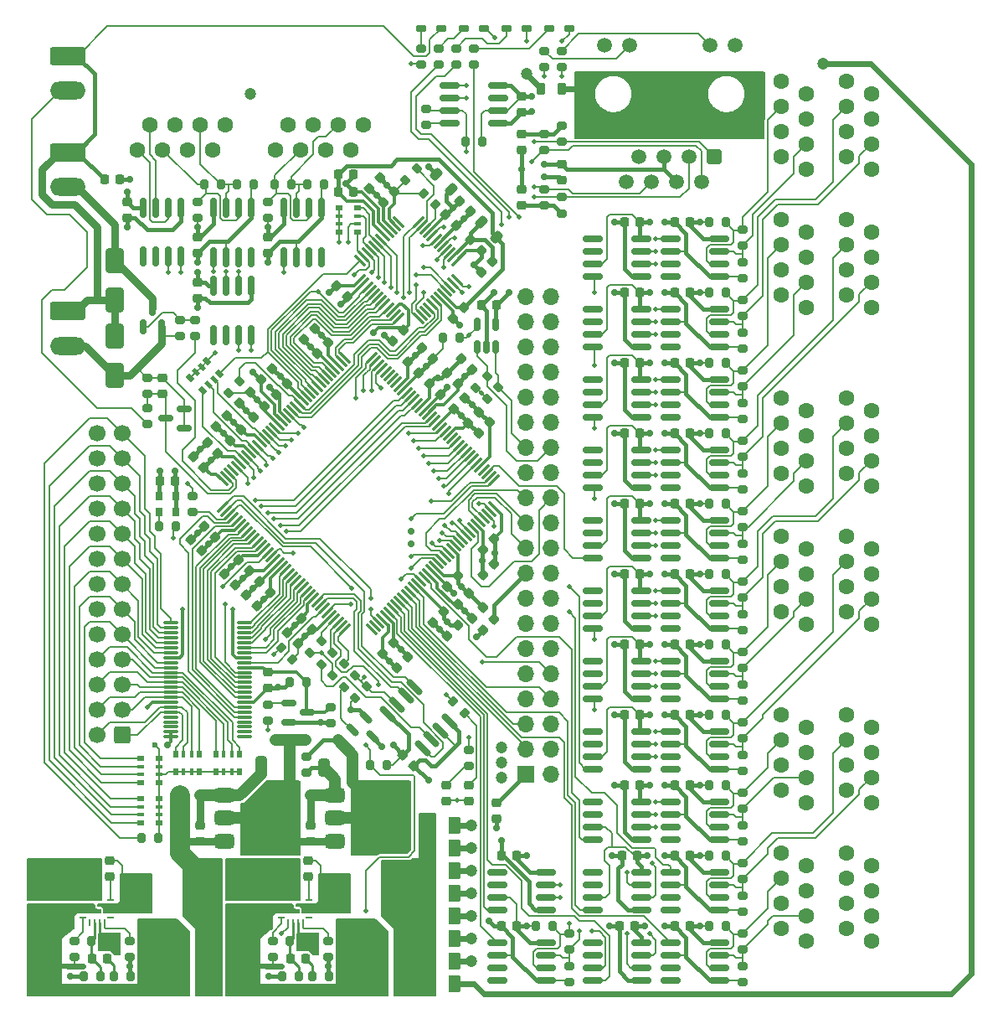
<source format=gbr>
%TF.GenerationSoftware,KiCad,Pcbnew,8.0.5*%
%TF.CreationDate,2025-02-16T21:21:17+01:00*%
%TF.ProjectId,stmbl-fpga-master,73746d62-6c2d-4667-9067-612d6d617374,rev?*%
%TF.SameCoordinates,Original*%
%TF.FileFunction,Copper,L1,Top*%
%TF.FilePolarity,Positive*%
%FSLAX46Y46*%
G04 Gerber Fmt 4.6, Leading zero omitted, Abs format (unit mm)*
G04 Created by KiCad (PCBNEW 8.0.5) date 2025-02-16 21:21:17*
%MOMM*%
%LPD*%
G01*
G04 APERTURE LIST*
G04 Aperture macros list*
%AMRoundRect*
0 Rectangle with rounded corners*
0 $1 Rounding radius*
0 $2 $3 $4 $5 $6 $7 $8 $9 X,Y pos of 4 corners*
0 Add a 4 corners polygon primitive as box body*
4,1,4,$2,$3,$4,$5,$6,$7,$8,$9,$2,$3,0*
0 Add four circle primitives for the rounded corners*
1,1,$1+$1,$2,$3*
1,1,$1+$1,$4,$5*
1,1,$1+$1,$6,$7*
1,1,$1+$1,$8,$9*
0 Add four rect primitives between the rounded corners*
20,1,$1+$1,$2,$3,$4,$5,0*
20,1,$1+$1,$4,$5,$6,$7,0*
20,1,$1+$1,$6,$7,$8,$9,0*
20,1,$1+$1,$8,$9,$2,$3,0*%
%AMRotRect*
0 Rectangle, with rotation*
0 The origin of the aperture is its center*
0 $1 length*
0 $2 width*
0 $3 Rotation angle, in degrees counterclockwise*
0 Add horizontal line*
21,1,$1,$2,0,0,$3*%
%AMFreePoly0*
4,1,43,0.169134,1.046194,0.185355,1.035355,0.196194,1.019134,0.200000,1.000000,0.200000,0.225000,0.700000,0.225000,0.735355,0.210355,0.750000,0.175000,0.750000,0.025000,0.735355,-0.010355,0.700000,-0.025000,0.200000,-0.025000,0.200000,-0.275000,0.700000,-0.275000,0.735355,-0.289645,0.750000,-0.325000,0.750000,-0.475000,0.735355,-0.510355,0.700000,-0.525000,0.200000,-0.525000,
0.200000,-0.775000,0.700000,-0.775000,0.735355,-0.789645,0.750000,-0.825000,0.750000,-0.975000,0.735355,-1.010355,0.700000,-1.025000,0.192274,-1.025000,0.185355,-1.035355,0.169134,-1.046194,0.150000,-1.050000,-0.150000,-1.050000,-0.169134,-1.046194,-0.185355,-1.035355,-0.196194,-1.019134,-0.200000,-1.000000,-0.200000,1.000000,-0.196194,1.019134,-0.185355,1.035355,-0.169134,1.046194,
-0.150000,1.050000,0.150000,1.050000,0.169134,1.046194,0.169134,1.046194,$1*%
G04 Aperture macros list end*
%TA.AperFunction,EtchedComponent*%
%ADD10C,0.000000*%
%TD*%
%TA.AperFunction,ComponentPad*%
%ADD11O,3.600000X1.800000*%
%TD*%
%TA.AperFunction,ComponentPad*%
%ADD12RoundRect,0.250000X-1.550000X0.650000X-1.550000X-0.650000X1.550000X-0.650000X1.550000X0.650000X0*%
%TD*%
%TA.AperFunction,SMDPad,CuDef*%
%ADD13RoundRect,0.075000X0.662500X0.075000X-0.662500X0.075000X-0.662500X-0.075000X0.662500X-0.075000X0*%
%TD*%
%TA.AperFunction,SMDPad,CuDef*%
%ADD14RoundRect,0.150000X-0.825000X-0.150000X0.825000X-0.150000X0.825000X0.150000X-0.825000X0.150000X0*%
%TD*%
%TA.AperFunction,SMDPad,CuDef*%
%ADD15RoundRect,0.200000X-0.053033X0.335876X-0.335876X0.053033X0.053033X-0.335876X0.335876X-0.053033X0*%
%TD*%
%TA.AperFunction,SMDPad,CuDef*%
%ADD16RoundRect,0.225000X0.225000X0.250000X-0.225000X0.250000X-0.225000X-0.250000X0.225000X-0.250000X0*%
%TD*%
%TA.AperFunction,SMDPad,CuDef*%
%ADD17RoundRect,0.225000X-0.335876X-0.017678X-0.017678X-0.335876X0.335876X0.017678X0.017678X0.335876X0*%
%TD*%
%TA.AperFunction,SMDPad,CuDef*%
%ADD18RoundRect,0.225000X0.335876X0.017678X0.017678X0.335876X-0.335876X-0.017678X-0.017678X-0.335876X0*%
%TD*%
%TA.AperFunction,SMDPad,CuDef*%
%ADD19RoundRect,0.200000X-0.275000X0.200000X-0.275000X-0.200000X0.275000X-0.200000X0.275000X0.200000X0*%
%TD*%
%TA.AperFunction,SMDPad,CuDef*%
%ADD20RoundRect,0.225000X-0.250000X0.225000X-0.250000X-0.225000X0.250000X-0.225000X0.250000X0.225000X0*%
%TD*%
%TA.AperFunction,SMDPad,CuDef*%
%ADD21RoundRect,0.200000X-0.200000X-0.275000X0.200000X-0.275000X0.200000X0.275000X-0.200000X0.275000X0*%
%TD*%
%TA.AperFunction,SMDPad,CuDef*%
%ADD22RoundRect,0.225000X-0.017678X0.335876X-0.335876X0.017678X0.017678X-0.335876X0.335876X-0.017678X0*%
%TD*%
%TA.AperFunction,SMDPad,CuDef*%
%ADD23RoundRect,0.225000X-0.225000X-0.250000X0.225000X-0.250000X0.225000X0.250000X-0.225000X0.250000X0*%
%TD*%
%TA.AperFunction,SMDPad,CuDef*%
%ADD24RoundRect,0.200000X-0.335876X-0.053033X-0.053033X-0.335876X0.335876X0.053033X0.053033X0.335876X0*%
%TD*%
%TA.AperFunction,SMDPad,CuDef*%
%ADD25RoundRect,0.225000X0.017678X-0.335876X0.335876X-0.017678X-0.017678X0.335876X-0.335876X0.017678X0*%
%TD*%
%TA.AperFunction,SMDPad,CuDef*%
%ADD26RoundRect,0.250000X-0.375000X-0.625000X0.375000X-0.625000X0.375000X0.625000X-0.375000X0.625000X0*%
%TD*%
%TA.AperFunction,SMDPad,CuDef*%
%ADD27RoundRect,0.250000X0.325000X0.650000X-0.325000X0.650000X-0.325000X-0.650000X0.325000X-0.650000X0*%
%TD*%
%TA.AperFunction,SMDPad,CuDef*%
%ADD28RoundRect,0.200000X0.335876X0.053033X0.053033X0.335876X-0.335876X-0.053033X-0.053033X-0.335876X0*%
%TD*%
%TA.AperFunction,SMDPad,CuDef*%
%ADD29RoundRect,0.218750X-0.256250X0.218750X-0.256250X-0.218750X0.256250X-0.218750X0.256250X0.218750X0*%
%TD*%
%TA.AperFunction,SMDPad,CuDef*%
%ADD30RoundRect,0.200000X0.275000X-0.200000X0.275000X0.200000X-0.275000X0.200000X-0.275000X-0.200000X0*%
%TD*%
%TA.AperFunction,SMDPad,CuDef*%
%ADD31RoundRect,0.150000X-0.521491X0.309359X0.309359X-0.521491X0.521491X-0.309359X-0.309359X0.521491X0*%
%TD*%
%TA.AperFunction,SMDPad,CuDef*%
%ADD32RoundRect,0.200000X0.053033X-0.335876X0.335876X-0.053033X-0.053033X0.335876X-0.335876X0.053033X0*%
%TD*%
%TA.AperFunction,SMDPad,CuDef*%
%ADD33RoundRect,0.187500X0.312500X0.187500X-0.312500X0.187500X-0.312500X-0.187500X0.312500X-0.187500X0*%
%TD*%
%TA.AperFunction,SMDPad,CuDef*%
%ADD34RoundRect,0.150000X0.150000X-0.825000X0.150000X0.825000X-0.150000X0.825000X-0.150000X-0.825000X0*%
%TD*%
%TA.AperFunction,ComponentPad*%
%ADD35C,1.600000*%
%TD*%
%TA.AperFunction,SMDPad,CuDef*%
%ADD36RoundRect,0.375000X-0.625000X-0.375000X0.625000X-0.375000X0.625000X0.375000X-0.625000X0.375000X0*%
%TD*%
%TA.AperFunction,SMDPad,CuDef*%
%ADD37RoundRect,0.500000X-0.500000X-1.400000X0.500000X-1.400000X0.500000X1.400000X-0.500000X1.400000X0*%
%TD*%
%TA.AperFunction,ComponentPad*%
%ADD38RoundRect,0.250000X0.600000X0.600000X-0.600000X0.600000X-0.600000X-0.600000X0.600000X-0.600000X0*%
%TD*%
%TA.AperFunction,ComponentPad*%
%ADD39C,1.700000*%
%TD*%
%TA.AperFunction,SMDPad,CuDef*%
%ADD40R,2.350000X3.500000*%
%TD*%
%TA.AperFunction,SMDPad,CuDef*%
%ADD41RoundRect,0.250000X-0.650000X0.325000X-0.650000X-0.325000X0.650000X-0.325000X0.650000X0.325000X0*%
%TD*%
%TA.AperFunction,SMDPad,CuDef*%
%ADD42R,0.500000X0.800000*%
%TD*%
%TA.AperFunction,SMDPad,CuDef*%
%ADD43R,0.400000X0.800000*%
%TD*%
%TA.AperFunction,SMDPad,CuDef*%
%ADD44RoundRect,0.225000X0.250000X-0.225000X0.250000X0.225000X-0.250000X0.225000X-0.250000X-0.225000X0*%
%TD*%
%TA.AperFunction,SMDPad,CuDef*%
%ADD45RoundRect,0.050000X0.075000X0.250000X-0.075000X0.250000X-0.075000X-0.250000X0.075000X-0.250000X0*%
%TD*%
%TA.AperFunction,SMDPad,CuDef*%
%ADD46RoundRect,0.050000X0.250000X-0.075000X0.250000X0.075000X-0.250000X0.075000X-0.250000X-0.075000X0*%
%TD*%
%TA.AperFunction,SMDPad,CuDef*%
%ADD47RoundRect,0.050000X0.800000X-0.075000X0.800000X0.075000X-0.800000X0.075000X-0.800000X-0.075000X0*%
%TD*%
%TA.AperFunction,SMDPad,CuDef*%
%ADD48FreePoly0,90.000000*%
%TD*%
%TA.AperFunction,SMDPad,CuDef*%
%ADD49RoundRect,0.050000X1.000000X-0.150000X1.000000X0.150000X-1.000000X0.150000X-1.000000X-0.150000X0*%
%TD*%
%TA.AperFunction,SMDPad,CuDef*%
%ADD50RoundRect,0.150000X0.587500X0.150000X-0.587500X0.150000X-0.587500X-0.150000X0.587500X-0.150000X0*%
%TD*%
%TA.AperFunction,SMDPad,CuDef*%
%ADD51RoundRect,0.150000X-0.587500X-0.150000X0.587500X-0.150000X0.587500X0.150000X-0.587500X0.150000X0*%
%TD*%
%TA.AperFunction,SMDPad,CuDef*%
%ADD52RoundRect,0.200000X0.200000X0.275000X-0.200000X0.275000X-0.200000X-0.275000X0.200000X-0.275000X0*%
%TD*%
%TA.AperFunction,SMDPad,CuDef*%
%ADD53RoundRect,0.150000X0.150000X-0.512500X0.150000X0.512500X-0.150000X0.512500X-0.150000X-0.512500X0*%
%TD*%
%TA.AperFunction,SMDPad,CuDef*%
%ADD54RoundRect,0.150000X0.150000X-0.587500X0.150000X0.587500X-0.150000X0.587500X-0.150000X-0.587500X0*%
%TD*%
%TA.AperFunction,SMDPad,CuDef*%
%ADD55R,0.800000X0.500000*%
%TD*%
%TA.AperFunction,SMDPad,CuDef*%
%ADD56R,0.800000X0.400000*%
%TD*%
%TA.AperFunction,SMDPad,CuDef*%
%ADD57RoundRect,0.250000X-0.650000X1.000000X-0.650000X-1.000000X0.650000X-1.000000X0.650000X1.000000X0*%
%TD*%
%TA.AperFunction,SMDPad,CuDef*%
%ADD58RotRect,0.800000X0.500000X315.000000*%
%TD*%
%TA.AperFunction,SMDPad,CuDef*%
%ADD59RotRect,0.800000X0.400000X315.000000*%
%TD*%
%TA.AperFunction,SMDPad,CuDef*%
%ADD60RoundRect,0.250000X0.650000X-1.000000X0.650000X1.000000X-0.650000X1.000000X-0.650000X-1.000000X0*%
%TD*%
%TA.AperFunction,SMDPad,CuDef*%
%ADD61RoundRect,0.075000X-0.521491X0.415425X0.415425X-0.521491X0.521491X-0.415425X-0.415425X0.521491X0*%
%TD*%
%TA.AperFunction,SMDPad,CuDef*%
%ADD62RoundRect,0.075000X-0.521491X-0.415425X-0.415425X-0.521491X0.521491X0.415425X0.415425X0.521491X0*%
%TD*%
%TA.AperFunction,ComponentPad*%
%ADD63C,2.500000*%
%TD*%
%TA.AperFunction,ComponentPad*%
%ADD64C,1.500000*%
%TD*%
%TA.AperFunction,ComponentPad*%
%ADD65RoundRect,0.250500X0.499500X0.499500X-0.499500X0.499500X-0.499500X-0.499500X0.499500X-0.499500X0*%
%TD*%
%TA.AperFunction,SMDPad,CuDef*%
%ADD66C,0.500000*%
%TD*%
%TA.AperFunction,SMDPad,CuDef*%
%ADD67R,0.650000X0.850000*%
%TD*%
%TA.AperFunction,ComponentPad*%
%ADD68O,1.700000X1.700000*%
%TD*%
%TA.AperFunction,ComponentPad*%
%ADD69R,1.700000X1.700000*%
%TD*%
%TA.AperFunction,SMDPad,CuDef*%
%ADD70RoundRect,0.150000X-0.689429X0.477297X0.477297X-0.689429X0.689429X-0.477297X-0.477297X0.689429X0*%
%TD*%
%TA.AperFunction,SMDPad,CuDef*%
%ADD71RoundRect,0.075000X0.521491X-0.415425X-0.415425X0.521491X-0.521491X0.415425X0.415425X-0.521491X0*%
%TD*%
%TA.AperFunction,SMDPad,CuDef*%
%ADD72RoundRect,0.075000X0.521491X0.415425X0.415425X0.521491X-0.521491X-0.415425X-0.415425X-0.521491X0*%
%TD*%
%TA.AperFunction,SMDPad,CuDef*%
%ADD73RoundRect,0.218750X-0.424264X-0.114905X-0.114905X-0.424264X0.424264X0.114905X0.114905X0.424264X0*%
%TD*%
%TA.AperFunction,SMDPad,CuDef*%
%ADD74RoundRect,0.218750X0.218750X0.381250X-0.218750X0.381250X-0.218750X-0.381250X0.218750X-0.381250X0*%
%TD*%
%TA.AperFunction,ViaPad*%
%ADD75C,0.700000*%
%TD*%
%TA.AperFunction,ViaPad*%
%ADD76C,1.200000*%
%TD*%
%TA.AperFunction,ViaPad*%
%ADD77C,0.500000*%
%TD*%
%TA.AperFunction,ViaPad*%
%ADD78C,0.600000*%
%TD*%
%TA.AperFunction,Conductor*%
%ADD79C,0.400000*%
%TD*%
%TA.AperFunction,Conductor*%
%ADD80C,0.600000*%
%TD*%
%TA.AperFunction,Conductor*%
%ADD81C,0.200000*%
%TD*%
%TA.AperFunction,Conductor*%
%ADD82C,0.300000*%
%TD*%
%TA.AperFunction,Conductor*%
%ADD83C,1.200000*%
%TD*%
%TA.AperFunction,Conductor*%
%ADD84C,0.800000*%
%TD*%
%TA.AperFunction,Conductor*%
%ADD85C,2.000000*%
%TD*%
%TA.AperFunction,Conductor*%
%ADD86C,0.250000*%
%TD*%
G04 APERTURE END LIST*
D10*
%TA.AperFunction,EtchedComponent*%
%TO.C,NT201*%
G36*
X34945000Y-126262000D02*
G01*
X33945000Y-126262000D01*
X33945000Y-125762000D01*
X34945000Y-125762000D01*
X34945000Y-126262000D01*
G37*
%TD.AperFunction*%
%TA.AperFunction,EtchedComponent*%
%TO.C,NT202*%
G36*
X55011000Y-126262000D02*
G01*
X54011000Y-126262000D01*
X54011000Y-125762000D01*
X55011000Y-125762000D01*
X55011000Y-126262000D01*
G37*
%TD.AperFunction*%
%TD*%
D11*
%TO.P,J2,2,Pin_2*%
%TO.N,Net-(D101-A)*%
X34932500Y-47250000D03*
D12*
%TO.P,J2,1,Pin_1*%
%TO.N,+24V*%
X34932500Y-43750000D03*
%TD*%
D13*
%TO.P,U2401,1,NC*%
%TO.N,unconnected-(U2401-NC-Pad1)*%
X52762500Y-102806000D03*
%TO.P,U2401,2,1A1*%
%TO.N,unconnected-(U2401-1A1-Pad2)*%
X52762500Y-102306000D03*
%TO.P,U2401,3,1A2*%
%TO.N,unconnected-(U2401-1A2-Pad3)*%
X52762500Y-101806000D03*
%TO.P,U2401,4,1A3*%
%TO.N,unconnected-(U2401-1A3-Pad4)*%
X52762500Y-101306000D03*
%TO.P,U2401,5,1A4*%
%TO.N,/FPGA Bank 0 1/Parallel expansion port/FPGA_IO0*%
X52762500Y-100806000D03*
%TO.P,U2401,6,1A5*%
%TO.N,/FPGA Bank 0 1/Parallel expansion port/FPGA_IO1*%
X52762500Y-100306000D03*
%TO.P,U2401,7,1A6*%
%TO.N,/FPGA Bank 0 1/Parallel expansion port/FPGA_IO2*%
X52762500Y-99806000D03*
%TO.P,U2401,8,GND*%
%TO.N,GND*%
X52762500Y-99306000D03*
%TO.P,U2401,9,1A7*%
%TO.N,/FPGA Bank 0 1/Parallel expansion port/FPGA_IO3*%
X52762500Y-98806000D03*
%TO.P,U2401,10,1A8*%
%TO.N,/FPGA Bank 0 1/Parallel expansion port/FPGA_IO4*%
X52762500Y-98306000D03*
%TO.P,U2401,11,1A9*%
%TO.N,/FPGA Bank 0 1/Parallel expansion port/FPGA_IO5*%
X52762500Y-97806000D03*
%TO.P,U2401,12,1A10*%
%TO.N,/FPGA Bank 0 1/Parallel expansion port/FPGA_IO6*%
X52762500Y-97306000D03*
%TO.P,U2401,13,2A1*%
%TO.N,/FPGA Bank 0 1/Parallel expansion port/FPGA_IO7*%
X52762500Y-96806000D03*
%TO.P,U2401,14,2A2*%
%TO.N,/FPGA Bank 0 1/Parallel expansion port/FPGA_IO8*%
X52762500Y-96306000D03*
%TO.P,U2401,15,VCC*%
%TO.N,Net-(Q2401-C)*%
X52762500Y-95806000D03*
%TO.P,U2401,16,2A3*%
%TO.N,/FPGA Bank 0 1/Parallel expansion port/FPGA_IO9*%
X52762500Y-95306000D03*
%TO.P,U2401,17,GND*%
%TO.N,GND*%
X52762500Y-94806000D03*
%TO.P,U2401,18,2A4*%
%TO.N,/FPGA Bank 0 1/Parallel expansion port/FPGA_IO10*%
X52762500Y-94306000D03*
%TO.P,U2401,19,2A5*%
%TO.N,/FPGA Bank 0 1/Parallel expansion port/FPGA_IO11*%
X52762500Y-93806000D03*
%TO.P,U2401,20,2A6*%
%TO.N,/FPGA Bank 0 1/Parallel expansion port/FPGA_IO12*%
X52762500Y-93306000D03*
%TO.P,U2401,21,2A7*%
%TO.N,/FPGA Bank 0 1/Parallel expansion port/FPGA_IO13*%
X52762500Y-92806000D03*
%TO.P,U2401,22,2A8*%
%TO.N,/FPGA Bank 0 1/Parallel expansion port/FPGA_IO14*%
X52762500Y-92306000D03*
%TO.P,U2401,23,2A9*%
%TO.N,/FPGA Bank 0 1/Parallel expansion port/FPGA_IO15*%
X52762500Y-91806000D03*
%TO.P,U2401,24,2A10*%
%TO.N,/FPGA Bank 0 1/Parallel expansion port/FPGA_IO16*%
X52762500Y-91306000D03*
%TO.P,U2401,25,2B10*%
%TO.N,/FPGA Bank 0 1/Parallel expansion port/IO16*%
X45337500Y-91306000D03*
%TO.P,U2401,26,2B9*%
%TO.N,/FPGA Bank 0 1/Parallel expansion port/IO15*%
X45337500Y-91806000D03*
%TO.P,U2401,27,2B8*%
%TO.N,/FPGA Bank 0 1/Parallel expansion port/IO14*%
X45337500Y-92306000D03*
%TO.P,U2401,28,2B7*%
%TO.N,/FPGA Bank 0 1/Parallel expansion port/IO13*%
X45337500Y-92806000D03*
%TO.P,U2401,29,2B6*%
%TO.N,/FPGA Bank 0 1/Parallel expansion port/IO12*%
X45337500Y-93306000D03*
%TO.P,U2401,30,2B5*%
%TO.N,/FPGA Bank 0 1/Parallel expansion port/IO11*%
X45337500Y-93806000D03*
%TO.P,U2401,31,2B4*%
%TO.N,/FPGA Bank 0 1/Parallel expansion port/IO10*%
X45337500Y-94306000D03*
%TO.P,U2401,32,GND*%
%TO.N,GND*%
X45337500Y-94806000D03*
%TO.P,U2401,33,2B3*%
%TO.N,/FPGA Bank 0 1/Parallel expansion port/IO9*%
X45337500Y-95306000D03*
%TO.P,U2401,34,2B2*%
%TO.N,/FPGA Bank 0 1/Parallel expansion port/IO8*%
X45337500Y-95806000D03*
%TO.P,U2401,35,2B1*%
%TO.N,/FPGA Bank 0 1/Parallel expansion port/IO7*%
X45337500Y-96306000D03*
%TO.P,U2401,36,1B10*%
%TO.N,/FPGA Bank 0 1/Parallel expansion port/IO6*%
X45337500Y-96806000D03*
%TO.P,U2401,37,1B9*%
%TO.N,/FPGA Bank 0 1/Parallel expansion port/IO5*%
X45337500Y-97306000D03*
%TO.P,U2401,38,1B8*%
%TO.N,/FPGA Bank 0 1/Parallel expansion port/IO4*%
X45337500Y-97806000D03*
%TO.P,U2401,39,1B7*%
%TO.N,/FPGA Bank 0 1/Parallel expansion port/IO3*%
X45337500Y-98306000D03*
%TO.P,U2401,40,1B6*%
%TO.N,/FPGA Bank 0 1/Parallel expansion port/IO2*%
X45337500Y-98806000D03*
%TO.P,U2401,41,GND*%
%TO.N,GND*%
X45337500Y-99306000D03*
%TO.P,U2401,42,1B5*%
%TO.N,/FPGA Bank 0 1/Parallel expansion port/IO1*%
X45337500Y-99806000D03*
%TO.P,U2401,43,1B4*%
%TO.N,/FPGA Bank 0 1/Parallel expansion port/IO0*%
X45337500Y-100306000D03*
%TO.P,U2401,44,1B3*%
%TO.N,unconnected-(U2401-1B3-Pad44)*%
X45337500Y-100806000D03*
%TO.P,U2401,45,1B2*%
%TO.N,unconnected-(U2401-1B2-Pad45)*%
X45337500Y-101306000D03*
%TO.P,U2401,46,1B1*%
%TO.N,unconnected-(U2401-1B1-Pad46)*%
X45337500Y-101806000D03*
%TO.P,U2401,47,2~{OE}*%
%TO.N,GND*%
X45337500Y-102306000D03*
%TO.P,U2401,48,1~{OE}*%
X45337500Y-102806000D03*
%TD*%
D14*
%TO.P,U1802,1,RO*%
%TO.N,/FPGA Bank 2 3/RX8*%
X95851000Y-80927000D03*
%TO.P,U1802,2,~{RE}*%
%TO.N,GND*%
X95851000Y-82197000D03*
%TO.P,U1802,3,DE*%
%TO.N,unconnected-(U1802-DE-Pad3)*%
X95851000Y-83467000D03*
%TO.P,U1802,4,DI*%
%TO.N,unconnected-(U1802-DI-Pad4)*%
X95851000Y-84737000D03*
%TO.P,U1802,5,GND*%
%TO.N,GND*%
X100801000Y-84737000D03*
%TO.P,U1802,6,A*%
%TO.N,/SSerial 0-11/SSerial 8/A*%
X100801000Y-83467000D03*
%TO.P,U1802,7,B*%
%TO.N,/SSerial 0-11/SSerial 8/B*%
X100801000Y-82197000D03*
%TO.P,U1802,8,VCC*%
%TO.N,+3V3*%
X100801000Y-80927000D03*
%TD*%
D15*
%TO.P,R116,1*%
%TO.N,/FPGA Bank 0 1/~{RESET}*%
X63984363Y-96599637D03*
%TO.P,R116,2*%
%TO.N,Net-(U101-~{RESET})*%
X62817637Y-97766363D03*
%TD*%
D16*
%TO.P,C2102,1*%
%TO.N,+3V3*%
X97831000Y-121948000D03*
%TO.P,C2102,2*%
%TO.N,GND*%
X96281000Y-121948000D03*
%TD*%
D14*
%TO.P,U1102,1,RO*%
%TO.N,/FPGA Bank 2 3/RX1*%
X95851000Y-73815000D03*
%TO.P,U1102,2,~{RE}*%
%TO.N,GND*%
X95851000Y-75085000D03*
%TO.P,U1102,3,DE*%
%TO.N,unconnected-(U1102-DE-Pad3)*%
X95851000Y-76355000D03*
%TO.P,U1102,4,DI*%
%TO.N,unconnected-(U1102-DI-Pad4)*%
X95851000Y-77625000D03*
%TO.P,U1102,5,GND*%
%TO.N,GND*%
X100801000Y-77625000D03*
%TO.P,U1102,6,A*%
%TO.N,/SSerial 0-11/SSerial 1/A*%
X100801000Y-76355000D03*
%TO.P,U1102,7,B*%
%TO.N,/SSerial 0-11/SSerial 1/B*%
X100801000Y-75085000D03*
%TO.P,U1102,8,VCC*%
%TO.N,+3V3*%
X100801000Y-73815000D03*
%TD*%
D17*
%TO.P,C126,1*%
%TO.N,+3V3*%
X54343992Y-87109992D03*
%TO.P,C126,2*%
%TO.N,GND*%
X55440008Y-88206008D03*
%TD*%
D18*
%TO.P,C122,1*%
%TO.N,+3V3*%
X48455008Y-84015008D03*
%TO.P,C122,2*%
%TO.N,GND*%
X47358992Y-82918992D03*
%TD*%
D19*
%TO.P,R1903,1*%
%TO.N,/SSerial 0-11/SSerial 9/B*%
X103152000Y-97501000D03*
%TO.P,R1903,2*%
%TO.N,GND*%
X103152000Y-99151000D03*
%TD*%
D20*
%TO.P,C2202,1*%
%TO.N,+3V3*%
X48034000Y-52339000D03*
%TO.P,C2202,2*%
%TO.N,GND*%
X48034000Y-53889000D03*
%TD*%
D19*
%TO.P,R106,1*%
%TO.N,/FPGA Misc/DONE*%
X75466000Y-104105000D03*
%TO.P,R106,2*%
%TO.N,Net-(D6-K)*%
X75466000Y-105755000D03*
%TD*%
%TO.P,R609,1*%
%TO.N,Net-(J5-RD-)*%
X83086000Y-47463000D03*
%TO.P,R609,2*%
%TO.N,Net-(C614-Pad1)*%
X83086000Y-49113000D03*
%TD*%
D16*
%TO.P,C207,1*%
%TO.N,Net-(C207-Pad1)*%
X38903000Y-125250000D03*
%TO.P,C207,2*%
%TO.N,Net-(U201-FB)*%
X37353000Y-125250000D03*
%TD*%
D21*
%TO.P,R209,1*%
%TO.N,Net-(C208-Pad1)*%
X59655000Y-127028000D03*
%TO.P,R209,2*%
%TO.N,+5VP*%
X61305000Y-127028000D03*
%TD*%
D22*
%TO.P,C120,1*%
%TO.N,+3V3*%
X74363008Y-91554992D03*
%TO.P,C120,2*%
%TO.N,GND*%
X73266992Y-92651008D03*
%TD*%
D23*
%TO.P,C608,1*%
%TO.N,Net-(U601-VDD_CO1.8)*%
X62245000Y-47780000D03*
%TO.P,C608,2*%
%TO.N,GND*%
X63795000Y-47780000D03*
%TD*%
D11*
%TO.P,J1,2,Pin_2*%
%TO.N,GND*%
X34932500Y-63305000D03*
D12*
%TO.P,J1,1,Pin_1*%
%TO.N,+24V*%
X34932500Y-59805000D03*
%TD*%
D17*
%TO.P,C609,1*%
%TO.N,Net-(U601-VDD_A1.8)*%
X75646987Y-52591520D03*
%TO.P,C609,2*%
%TO.N,GND*%
X76743003Y-53687536D03*
%TD*%
D24*
%TO.P,R105,1*%
%TO.N,/FPGA Bank 0 1/~{INIT}*%
X73866637Y-99266637D03*
%TO.P,R105,2*%
%TO.N,Net-(D5-K)*%
X75033363Y-100433363D03*
%TD*%
D25*
%TO.P,C119,1*%
%TO.N,+3V3*%
X68186992Y-95826008D03*
%TO.P,C119,2*%
%TO.N,GND*%
X69283008Y-94729992D03*
%TD*%
D19*
%TO.P,R1703,1*%
%TO.N,/SSerial 0-11/SSerial 7/B*%
X103152000Y-69053000D03*
%TO.P,R1703,2*%
%TO.N,GND*%
X103152000Y-70703000D03*
%TD*%
D26*
%TO.P,F81,1*%
%TO.N,+5VP*%
X71272000Y-111788000D03*
%TO.P,F81,2*%
%TO.N,Net-(F81-Pad2)*%
X74072000Y-111788000D03*
%TD*%
D16*
%TO.P,C703,1*%
%TO.N,+3V3*%
X78273000Y-59210000D03*
%TO.P,C703,2*%
%TO.N,GND*%
X76723000Y-59210000D03*
%TD*%
D14*
%TO.P,U1302,1,RO*%
%TO.N,/FPGA Bank 2 3/RX3*%
X95851000Y-102263000D03*
%TO.P,U1302,2,~{RE}*%
%TO.N,GND*%
X95851000Y-103533000D03*
%TO.P,U1302,3,DE*%
%TO.N,unconnected-(U1302-DE-Pad3)*%
X95851000Y-104803000D03*
%TO.P,U1302,4,DI*%
%TO.N,unconnected-(U1302-DI-Pad4)*%
X95851000Y-106073000D03*
%TO.P,U1302,5,GND*%
%TO.N,GND*%
X100801000Y-106073000D03*
%TO.P,U1302,6,A*%
%TO.N,/SSerial 0-11/SSerial 3/A*%
X100801000Y-104803000D03*
%TO.P,U1302,7,B*%
%TO.N,/SSerial 0-11/SSerial 3/B*%
X100801000Y-103533000D03*
%TO.P,U1302,8,VCC*%
%TO.N,+3V3*%
X100801000Y-102263000D03*
%TD*%
D27*
%TO.P,C211,1*%
%TO.N,+5VP*%
X69067000Y-123980000D03*
%TO.P,C211,2*%
%TO.N,GND*%
X66117000Y-123980000D03*
%TD*%
D21*
%TO.P,R207,1*%
%TO.N,+5V*%
X36541000Y-127028000D03*
%TO.P,R207,2*%
%TO.N,Net-(U201-FB)*%
X38191000Y-127028000D03*
%TD*%
D19*
%TO.P,R1502,1*%
%TO.N,/SSerial 0-11/SSerial 5/A*%
X85626000Y-122647000D03*
%TO.P,R1502,2*%
%TO.N,/SSerial 0-11/SSerial 5/B*%
X85626000Y-124297000D03*
%TD*%
D16*
%TO.P,C1302,1*%
%TO.N,+3V3*%
X97831000Y-100612000D03*
%TO.P,C1302,2*%
%TO.N,GND*%
X96281000Y-100612000D03*
%TD*%
D17*
%TO.P,C123,1*%
%TO.N,+3V3*%
X52946992Y-88506992D03*
%TO.P,C123,2*%
%TO.N,GND*%
X54043008Y-89603008D03*
%TD*%
D23*
%TO.P,C610,1*%
%TO.N,Net-(U601-VDD_CO1.8)*%
X62245000Y-46002000D03*
%TO.P,C610,2*%
%TO.N,GND*%
X63795000Y-46002000D03*
%TD*%
D28*
%TO.P,R603,1*%
%TO.N,Net-(U601-ISET)*%
X72108624Y-49053158D03*
%TO.P,R603,2*%
%TO.N,GND*%
X70941898Y-47886432D03*
%TD*%
D25*
%TO.P,C115,1*%
%TO.N,+3V3*%
X66789992Y-94429008D03*
%TO.P,C115,2*%
%TO.N,GND*%
X67886008Y-93332992D03*
%TD*%
D21*
%TO.P,R2202,1*%
%TO.N,/SSerial 12-13/SSerial 12/A*%
X48733000Y-47018000D03*
%TO.P,R2202,2*%
%TO.N,/SSerial 12-13/SSerial 12/B*%
X50383000Y-47018000D03*
%TD*%
%TO.P,R703,1*%
%TO.N,+3V3*%
X72863000Y-62512000D03*
%TO.P,R703,2*%
%TO.N,Net-(JP2-B)*%
X74513000Y-62512000D03*
%TD*%
D14*
%TO.P,U2002,1,RO*%
%TO.N,/FPGA Bank 2 3/RX10*%
X95851000Y-109375000D03*
%TO.P,U2002,2,~{RE}*%
%TO.N,GND*%
X95851000Y-110645000D03*
%TO.P,U2002,3,DE*%
%TO.N,unconnected-(U2002-DE-Pad3)*%
X95851000Y-111915000D03*
%TO.P,U2002,4,DI*%
%TO.N,unconnected-(U2002-DI-Pad4)*%
X95851000Y-113185000D03*
%TO.P,U2002,5,GND*%
%TO.N,GND*%
X100801000Y-113185000D03*
%TO.P,U2002,6,A*%
%TO.N,/SSerial 0-11/SSerial 10/A*%
X100801000Y-111915000D03*
%TO.P,U2002,7,B*%
%TO.N,/SSerial 0-11/SSerial 10/B*%
X100801000Y-110645000D03*
%TO.P,U2002,8,VCC*%
%TO.N,+3V3*%
X100801000Y-109375000D03*
%TD*%
%TO.P,U1701,1,RO*%
%TO.N,unconnected-(U1701-RO-Pad1)*%
X87977000Y-66703000D03*
%TO.P,U1701,2,~{RE}*%
%TO.N,unconnected-(U1701-~{RE}-Pad2)*%
X87977000Y-67973000D03*
%TO.P,U1701,3,DE*%
%TO.N,+3V3*%
X87977000Y-69243000D03*
%TO.P,U1701,4,DI*%
%TO.N,/FPGA Bank 2 3/TX7*%
X87977000Y-70513000D03*
%TO.P,U1701,5,GND*%
%TO.N,GND*%
X92927000Y-70513000D03*
%TO.P,U1701,6,A*%
%TO.N,/SSerial 0-11/SSerial 7/Y*%
X92927000Y-69243000D03*
%TO.P,U1701,7,B*%
%TO.N,/SSerial 0-11/SSerial 7/Z*%
X92927000Y-67973000D03*
%TO.P,U1701,8,VCC*%
%TO.N,+3V3*%
X92927000Y-66703000D03*
%TD*%
D29*
%TO.P,D6,1,K*%
%TO.N,Net-(D6-K)*%
X73180000Y-107698499D03*
%TO.P,D6,2,A*%
%TO.N,+3V3*%
X73180000Y-109273501D03*
%TD*%
D19*
%TO.P,R111,1*%
%TO.N,+3V3*%
X47526000Y-78451000D03*
%TO.P,R111,2*%
%TO.N,/FPGA Bank 0 1/~{INIT}*%
X47526000Y-80101000D03*
%TD*%
D30*
%TO.P,R108,1*%
%TO.N,/FPGA Bank 2 3/LED1*%
X74196000Y-34889000D03*
%TO.P,R108,2*%
%TO.N,Net-(D3-K)*%
X74196000Y-33239000D03*
%TD*%
D19*
%TO.P,R1803,1*%
%TO.N,/SSerial 0-11/SSerial 8/B*%
X103152000Y-83277000D03*
%TO.P,R1803,2*%
%TO.N,GND*%
X103152000Y-84927000D03*
%TD*%
D31*
%TO.P,U101,1,GND*%
%TO.N,GND*%
X65060839Y-100801336D03*
%TO.P,U101,2,~{RESET}*%
%TO.N,Net-(U101-~{RESET})*%
X63717336Y-102144839D03*
%TO.P,U101,3,VCC*%
%TO.N,+3V3*%
X65714913Y-102798913D03*
%TD*%
D19*
%TO.P,R1203,1*%
%TO.N,/SSerial 0-11/SSerial 2/B*%
X103152000Y-90389000D03*
%TO.P,R1203,2*%
%TO.N,GND*%
X103152000Y-92039000D03*
%TD*%
D14*
%TO.P,U1002,1,RO*%
%TO.N,/FPGA Bank 2 3/RX0*%
X95851000Y-59591000D03*
%TO.P,U1002,2,~{RE}*%
%TO.N,GND*%
X95851000Y-60861000D03*
%TO.P,U1002,3,DE*%
%TO.N,unconnected-(U1002-DE-Pad3)*%
X95851000Y-62131000D03*
%TO.P,U1002,4,DI*%
%TO.N,unconnected-(U1002-DI-Pad4)*%
X95851000Y-63401000D03*
%TO.P,U1002,5,GND*%
%TO.N,GND*%
X100801000Y-63401000D03*
%TO.P,U1002,6,A*%
%TO.N,/SSerial 0-11/SSerial 0/A*%
X100801000Y-62131000D03*
%TO.P,U1002,7,B*%
%TO.N,/SSerial 0-11/SSerial 0/B*%
X100801000Y-60861000D03*
%TO.P,U1002,8,VCC*%
%TO.N,+3V3*%
X100801000Y-59591000D03*
%TD*%
D21*
%TO.P,R2303,1*%
%TO.N,/SSerial 12-13/SSerial 13/B*%
X59147000Y-47018000D03*
%TO.P,R2303,2*%
%TO.N,GND*%
X60797000Y-47018000D03*
%TD*%
%TO.P,R1101,1*%
%TO.N,+3V3*%
X99787000Y-72164000D03*
%TO.P,R1101,2*%
%TO.N,/SSerial 0-11/SSerial 1/A*%
X101437000Y-72164000D03*
%TD*%
D19*
%TO.P,R1103,1*%
%TO.N,/SSerial 0-11/SSerial 1/B*%
X103152000Y-76165000D03*
%TO.P,R1103,2*%
%TO.N,GND*%
X103152000Y-77815000D03*
%TD*%
D32*
%TO.P,R112,1*%
%TO.N,+3V3*%
X61674637Y-96623363D03*
%TO.P,R112,2*%
%TO.N,Net-(U1C-CMPCS_B_2)*%
X62841363Y-95456637D03*
%TD*%
D30*
%TO.P,R110,1*%
%TO.N,GND*%
X70640000Y-34889000D03*
%TO.P,R110,2*%
%TO.N,Net-(D1-K)*%
X70640000Y-33239000D03*
%TD*%
D16*
%TO.P,C1401,1*%
%TO.N,+3V3*%
X92497000Y-114836000D03*
%TO.P,C1401,2*%
%TO.N,GND*%
X90947000Y-114836000D03*
%TD*%
D19*
%TO.P,R1002,1*%
%TO.N,/SSerial 0-11/SSerial 0/A*%
X103152000Y-58639000D03*
%TO.P,R1002,2*%
%TO.N,/SSerial 0-11/SSerial 0/B*%
X103152000Y-60289000D03*
%TD*%
D14*
%TO.P,U602,1,CS*%
%TO.N,/FPGA Bank 0 1/Ethernet/CS*%
X73499000Y-36985000D03*
%TO.P,U602,2,SCLK*%
%TO.N,/FPGA Bank 0 1/Ethernet/SCLK*%
X73499000Y-38255000D03*
%TO.P,U602,3,DI*%
%TO.N,/FPGA Bank 0 1/Ethernet/DIO*%
X73499000Y-39525000D03*
%TO.P,U602,4,DO*%
%TO.N,Net-(U602-DO)*%
X73499000Y-40795000D03*
%TO.P,U602,5,GND*%
%TO.N,GND*%
X78449000Y-40795000D03*
%TO.P,U602,6,ORG*%
%TO.N,+3V3*%
X78449000Y-39525000D03*
%TO.P,U602,7,NC*%
%TO.N,unconnected-(U602-NC-Pad7)*%
X78449000Y-38255000D03*
%TO.P,U602,8,VCC*%
%TO.N,+3V3*%
X78449000Y-36985000D03*
%TD*%
D33*
%TO.P,D1,1,K*%
%TO.N,Net-(D1-K)*%
X70656000Y-31219200D03*
%TO.P,D1,2,A*%
%TO.N,+24V*%
X72656000Y-31219200D03*
%TD*%
D25*
%TO.P,C107,1*%
%TO.N,+3V3*%
X56018972Y-68211306D03*
%TO.P,C107,2*%
%TO.N,GND*%
X57114988Y-67115290D03*
%TD*%
D34*
%TO.P,U2201,1,RO*%
%TO.N,unconnected-(U2201-RO-Pad1)*%
X42573000Y-54306000D03*
%TO.P,U2201,2,~{RE}*%
%TO.N,unconnected-(U2201-~{RE}-Pad2)*%
X43843000Y-54306000D03*
%TO.P,U2201,3,DE*%
%TO.N,/FPGA Bank 2 3/TX12EN*%
X45113000Y-54306000D03*
%TO.P,U2201,4,DI*%
%TO.N,/FPGA Bank 2 3/TX12*%
X46383000Y-54306000D03*
%TO.P,U2201,5,GND*%
%TO.N,GND*%
X46383000Y-49356000D03*
%TO.P,U2201,6,A*%
%TO.N,/SSerial 12-13/SSerial 12/Y*%
X45113000Y-49356000D03*
%TO.P,U2201,7,B*%
%TO.N,/SSerial 12-13/SSerial 12/Z*%
X43843000Y-49356000D03*
%TO.P,U2201,8,VCC*%
%TO.N,+3V3*%
X42573000Y-49356000D03*
%TD*%
D14*
%TO.P,U1602,1,RO*%
%TO.N,/FPGA Bank 2 3/RX6*%
X95851000Y-52479000D03*
%TO.P,U1602,2,~{RE}*%
%TO.N,GND*%
X95851000Y-53749000D03*
%TO.P,U1602,3,DE*%
%TO.N,unconnected-(U1602-DE-Pad3)*%
X95851000Y-55019000D03*
%TO.P,U1602,4,DI*%
%TO.N,unconnected-(U1602-DI-Pad4)*%
X95851000Y-56289000D03*
%TO.P,U1602,5,GND*%
%TO.N,GND*%
X100801000Y-56289000D03*
%TO.P,U1602,6,A*%
%TO.N,/SSerial 0-11/SSerial 6/A*%
X100801000Y-55019000D03*
%TO.P,U1602,7,B*%
%TO.N,/SSerial 0-11/SSerial 6/B*%
X100801000Y-53749000D03*
%TO.P,U1602,8,VCC*%
%TO.N,+3V3*%
X100801000Y-52479000D03*
%TD*%
%TO.P,U1201,1,RO*%
%TO.N,unconnected-(U1201-RO-Pad1)*%
X87977000Y-88039000D03*
%TO.P,U1201,2,~{RE}*%
%TO.N,unconnected-(U1201-~{RE}-Pad2)*%
X87977000Y-89309000D03*
%TO.P,U1201,3,DE*%
%TO.N,+3V3*%
X87977000Y-90579000D03*
%TO.P,U1201,4,DI*%
%TO.N,/FPGA Bank 2 3/TX2*%
X87977000Y-91849000D03*
%TO.P,U1201,5,GND*%
%TO.N,GND*%
X92927000Y-91849000D03*
%TO.P,U1201,6,A*%
%TO.N,/SSerial 0-11/SSerial 2/Y*%
X92927000Y-90579000D03*
%TO.P,U1201,7,B*%
%TO.N,/SSerial 0-11/SSerial 2/Z*%
X92927000Y-89309000D03*
%TO.P,U1201,8,VCC*%
%TO.N,+3V3*%
X92927000Y-88039000D03*
%TD*%
D35*
%TO.P,J6,D8*%
%TO.N,Net-(F62-Pad2)*%
X109610000Y-59430000D03*
%TO.P,J6,D7*%
X107070000Y-58160000D03*
%TO.P,J6,D6*%
%TO.N,/SSerial 0-11/SSerial 7/B*%
X109610000Y-56890000D03*
%TO.P,J6,D5*%
%TO.N,GND*%
X107070000Y-55620000D03*
%TO.P,J6,D4*%
X109610000Y-54350000D03*
%TO.P,J6,D3*%
%TO.N,/SSerial 0-11/SSerial 7/A*%
X107070000Y-53080000D03*
%TO.P,J6,D2*%
%TO.N,/SSerial 0-11/SSerial 7/Z*%
X109610000Y-51810000D03*
%TO.P,J6,D1*%
%TO.N,/SSerial 0-11/SSerial 7/Y*%
X107070000Y-50540000D03*
%TO.P,J6,C8*%
%TO.N,Net-(F61-Pad2)*%
X109610000Y-45460000D03*
%TO.P,J6,C7*%
X107070000Y-44190000D03*
%TO.P,J6,C6*%
%TO.N,/SSerial 0-11/SSerial 6/B*%
X109610000Y-42920000D03*
%TO.P,J6,C5*%
%TO.N,GND*%
X107070000Y-41650000D03*
%TO.P,J6,C4*%
X109610000Y-40380000D03*
%TO.P,J6,C3*%
%TO.N,/SSerial 0-11/SSerial 6/A*%
X107070000Y-39110000D03*
%TO.P,J6,C2*%
%TO.N,/SSerial 0-11/SSerial 6/Z*%
X109610000Y-37840000D03*
%TO.P,J6,C1*%
%TO.N,/SSerial 0-11/SSerial 6/Y*%
X107070000Y-36570000D03*
%TO.P,J6,B8*%
%TO.N,Net-(F62-Pad2)*%
X116190000Y-59430000D03*
%TO.P,J6,B7*%
X113650000Y-58160000D03*
%TO.P,J6,B6*%
%TO.N,/SSerial 0-11/SSerial 1/B*%
X116190000Y-56890000D03*
%TO.P,J6,B5*%
%TO.N,GND*%
X113650000Y-55620000D03*
%TO.P,J6,B4*%
X116190000Y-54350000D03*
%TO.P,J6,B3*%
%TO.N,/SSerial 0-11/SSerial 1/A*%
X113650000Y-53080000D03*
%TO.P,J6,B2*%
%TO.N,/SSerial 0-11/SSerial 1/Z*%
X116190000Y-51810000D03*
%TO.P,J6,B1*%
%TO.N,/SSerial 0-11/SSerial 1/Y*%
X113650000Y-50540000D03*
%TO.P,J6,A8*%
%TO.N,Net-(F61-Pad2)*%
X116190000Y-45460000D03*
%TO.P,J6,A7*%
X113650000Y-44190000D03*
%TO.P,J6,A6*%
%TO.N,/SSerial 0-11/SSerial 0/B*%
X116190000Y-42920000D03*
%TO.P,J6,A5*%
%TO.N,GND*%
X113650000Y-41650000D03*
%TO.P,J6,A4*%
X116190000Y-40380000D03*
%TO.P,J6,A3*%
%TO.N,/SSerial 0-11/SSerial 0/A*%
X113650000Y-39110000D03*
%TO.P,J6,A2*%
%TO.N,/SSerial 0-11/SSerial 0/Z*%
X116190000Y-37840000D03*
%TO.P,J6,A1*%
%TO.N,/SSerial 0-11/SSerial 0/Y*%
X113650000Y-36570000D03*
%TD*%
D16*
%TO.P,C2002,1*%
%TO.N,+3V3*%
X97831000Y-107724000D03*
%TO.P,C2002,2*%
%TO.N,GND*%
X96281000Y-107724000D03*
%TD*%
D36*
%TO.P,U203,1,GND*%
%TO.N,GND*%
X50726000Y-108726000D03*
%TO.P,U203,2,VO*%
%TO.N,+3V3*%
X50726000Y-111026000D03*
D37*
X57026000Y-111026000D03*
D36*
%TO.P,U203,3,VI*%
%TO.N,+5V*%
X50726000Y-113326000D03*
%TD*%
D16*
%TO.P,C1202,1*%
%TO.N,+3V3*%
X97831000Y-86388000D03*
%TO.P,C1202,2*%
%TO.N,GND*%
X96281000Y-86388000D03*
%TD*%
D20*
%TO.P,C2301,1*%
%TO.N,+3V3*%
X48034000Y-56911000D03*
%TO.P,C2301,2*%
%TO.N,GND*%
X48034000Y-58461000D03*
%TD*%
D16*
%TO.P,C208,1*%
%TO.N,Net-(C208-Pad1)*%
X58969000Y-125250000D03*
%TO.P,C208,2*%
%TO.N,Net-(U202-FB)*%
X57419000Y-125250000D03*
%TD*%
D19*
%TO.P,R1902,1*%
%TO.N,/SSerial 0-11/SSerial 9/A*%
X103152000Y-94199000D03*
%TO.P,R1902,2*%
%TO.N,/SSerial 0-11/SSerial 9/B*%
X103152000Y-95849000D03*
%TD*%
D20*
%TO.P,C612,1*%
%TO.N,Net-(C612-Pad1)*%
X80800000Y-41925000D03*
%TO.P,C612,2*%
%TO.N,GND*%
X80800000Y-43475000D03*
%TD*%
%TO.P,C2401,1*%
%TO.N,Net-(Q2401-C)*%
X55146000Y-96281000D03*
%TO.P,C2401,2*%
%TO.N,GND*%
X55146000Y-97831000D03*
%TD*%
D18*
%TO.P,C128,1*%
%TO.N,+3V3*%
X72561028Y-68211306D03*
%TO.P,C128,2*%
%TO.N,GND*%
X71465012Y-67115290D03*
%TD*%
D23*
%TO.P,C102,1*%
%TO.N,+24V*%
X38623000Y-46510000D03*
%TO.P,C102,2*%
%TO.N,GND*%
X40173000Y-46510000D03*
%TD*%
D30*
%TO.P,R104,1*%
%TO.N,/FPGA Bank 0 1/OUT*%
X47780000Y-62321000D03*
%TO.P,R104,2*%
%TO.N,Net-(Q101-G)*%
X47780000Y-60671000D03*
%TD*%
D16*
%TO.P,C1902,1*%
%TO.N,+3V3*%
X97831000Y-93500000D03*
%TO.P,C1902,2*%
%TO.N,GND*%
X96281000Y-93500000D03*
%TD*%
D19*
%TO.P,R1403,1*%
%TO.N,/SSerial 0-11/SSerial 4/B*%
X103152000Y-118837000D03*
%TO.P,R1403,2*%
%TO.N,GND*%
X103152000Y-120487000D03*
%TD*%
D18*
%TO.P,C137,1*%
%TO.N,+1V2*%
X51884008Y-87444008D03*
%TO.P,C137,2*%
%TO.N,GND*%
X50787992Y-86347992D03*
%TD*%
D14*
%TO.P,U1901,1,RO*%
%TO.N,unconnected-(U1901-RO-Pad1)*%
X87977000Y-95151000D03*
%TO.P,U1901,2,~{RE}*%
%TO.N,unconnected-(U1901-~{RE}-Pad2)*%
X87977000Y-96421000D03*
%TO.P,U1901,3,DE*%
%TO.N,+3V3*%
X87977000Y-97691000D03*
%TO.P,U1901,4,DI*%
%TO.N,/FPGA Bank 2 3/TX9*%
X87977000Y-98961000D03*
%TO.P,U1901,5,GND*%
%TO.N,GND*%
X92927000Y-98961000D03*
%TO.P,U1901,6,A*%
%TO.N,/SSerial 0-11/SSerial 9/Y*%
X92927000Y-97691000D03*
%TO.P,U1901,7,B*%
%TO.N,/SSerial 0-11/SSerial 9/Z*%
X92927000Y-96421000D03*
%TO.P,U1901,8,VCC*%
%TO.N,+3V3*%
X92927000Y-95151000D03*
%TD*%
D17*
%TO.P,C603,1*%
%TO.N,Net-(J5-RCT)*%
X74569357Y-48640208D03*
%TO.P,C603,2*%
%TO.N,GND*%
X75665373Y-49736224D03*
%TD*%
D25*
%TO.P,C129,1*%
%TO.N,+1V2*%
X54470992Y-66743008D03*
%TO.P,C129,2*%
%TO.N,GND*%
X55567008Y-65646992D03*
%TD*%
D14*
%TO.P,U1202,1,RO*%
%TO.N,/FPGA Bank 2 3/RX2*%
X95851000Y-88039000D03*
%TO.P,U1202,2,~{RE}*%
%TO.N,GND*%
X95851000Y-89309000D03*
%TO.P,U1202,3,DE*%
%TO.N,unconnected-(U1202-DE-Pad3)*%
X95851000Y-90579000D03*
%TO.P,U1202,4,DI*%
%TO.N,unconnected-(U1202-DI-Pad4)*%
X95851000Y-91849000D03*
%TO.P,U1202,5,GND*%
%TO.N,GND*%
X100801000Y-91849000D03*
%TO.P,U1202,6,A*%
%TO.N,/SSerial 0-11/SSerial 2/A*%
X100801000Y-90579000D03*
%TO.P,U1202,7,B*%
%TO.N,/SSerial 0-11/SSerial 2/B*%
X100801000Y-89309000D03*
%TO.P,U1202,8,VCC*%
%TO.N,+3V3*%
X100801000Y-88039000D03*
%TD*%
D25*
%TO.P,C110,1*%
%TO.N,+3V3*%
X76493956Y-72162618D03*
%TO.P,C110,2*%
%TO.N,GND*%
X77589972Y-71066602D03*
%TD*%
D20*
%TO.P,C206,1*%
%TO.N,Net-(U202-SW)*%
X59210000Y-115331000D03*
%TO.P,C206,2*%
%TO.N,Net-(U202-BOOT)*%
X59210000Y-116881000D03*
%TD*%
D22*
%TO.P,C607,1*%
%TO.N,Net-(U601-VDD_CO1.8)*%
X74946951Y-59416515D03*
%TO.P,C607,2*%
%TO.N,GND*%
X73850935Y-60512531D03*
%TD*%
D38*
%TO.P,J4,1,Pin_1*%
%TO.N,/FPGA Bank 0 1/Parallel expansion port/IO0*%
X40414000Y-102644000D03*
D39*
%TO.P,J4,2,Pin_2*%
%TO.N,/FPGA Bank 0 1/Parallel expansion port/IO1*%
X37874000Y-102644000D03*
%TO.P,J4,3,Pin_3*%
%TO.N,/FPGA Bank 0 1/Parallel expansion port/IO2*%
X40414000Y-100104000D03*
%TO.P,J4,4,Pin_4*%
%TO.N,/FPGA Bank 0 1/Parallel expansion port/IO3*%
X37874000Y-100104000D03*
%TO.P,J4,5,Pin_5*%
%TO.N,/FPGA Bank 0 1/Parallel expansion port/IO4*%
X40414000Y-97564000D03*
%TO.P,J4,6,Pin_6*%
%TO.N,/FPGA Bank 0 1/Parallel expansion port/IO5*%
X37874000Y-97564000D03*
%TO.P,J4,7,Pin_7*%
%TO.N,/FPGA Bank 0 1/Parallel expansion port/IO6*%
X40414000Y-95024000D03*
%TO.P,J4,8,Pin_8*%
%TO.N,/FPGA Bank 0 1/Parallel expansion port/IO7*%
X37874000Y-95024000D03*
%TO.P,J4,9,Pin_9*%
%TO.N,/FPGA Bank 0 1/Parallel expansion port/IO8*%
X40414000Y-92484000D03*
%TO.P,J4,10,Pin_10*%
%TO.N,GND*%
X37874000Y-92484000D03*
%TO.P,J4,11,Pin_11*%
%TO.N,/FPGA Bank 0 1/Parallel expansion port/IO9*%
X40414000Y-89944000D03*
%TO.P,J4,12,Pin_12*%
%TO.N,GND*%
X37874000Y-89944000D03*
%TO.P,J4,13,Pin_13*%
%TO.N,/FPGA Bank 0 1/Parallel expansion port/IO10*%
X40414000Y-87404000D03*
%TO.P,J4,14,Pin_14*%
%TO.N,GND*%
X37874000Y-87404000D03*
%TO.P,J4,15,Pin_15*%
%TO.N,/FPGA Bank 0 1/Parallel expansion port/IO11*%
X40414000Y-84864000D03*
%TO.P,J4,16,Pin_16*%
%TO.N,GND*%
X37874000Y-84864000D03*
%TO.P,J4,17,Pin_17*%
%TO.N,/FPGA Bank 0 1/Parallel expansion port/IO12*%
X40414000Y-82324000D03*
%TO.P,J4,18,Pin_18*%
%TO.N,Net-(J4-Pin_18)*%
X37874000Y-82324000D03*
%TO.P,J4,19,Pin_19*%
%TO.N,/FPGA Bank 0 1/Parallel expansion port/IO13*%
X40414000Y-79784000D03*
%TO.P,J4,20,Pin_20*%
%TO.N,Net-(J4-Pin_18)*%
X37874000Y-79784000D03*
%TO.P,J4,21,Pin_21*%
%TO.N,/FPGA Bank 0 1/Parallel expansion port/IO14*%
X40414000Y-77244000D03*
%TO.P,J4,22,Pin_22*%
%TO.N,Net-(J4-Pin_18)*%
X37874000Y-77244000D03*
%TO.P,J4,23,Pin_23*%
%TO.N,/FPGA Bank 0 1/Parallel expansion port/IO15*%
X40414000Y-74704000D03*
%TO.P,J4,24,Pin_24*%
%TO.N,Net-(J4-Pin_18)*%
X37874000Y-74704000D03*
%TO.P,J4,25,Pin_25*%
%TO.N,/FPGA Bank 0 1/Parallel expansion port/IO16*%
X40414000Y-72164000D03*
%TO.P,J4,26,Pin_26*%
%TO.N,Net-(J4-Pin_18)*%
X37874000Y-72164000D03*
%TD*%
D18*
%TO.P,C139,1*%
%TO.N,+1V2*%
X75793920Y-65696834D03*
%TO.P,C139,2*%
%TO.N,GND*%
X74697904Y-64600818D03*
%TD*%
%TO.P,C133,1*%
%TO.N,+3V3*%
X69918008Y-105732008D03*
%TO.P,C133,2*%
%TO.N,GND*%
X68821992Y-104635992D03*
%TD*%
D14*
%TO.P,U1801,1,RO*%
%TO.N,unconnected-(U1801-RO-Pad1)*%
X87977000Y-80927000D03*
%TO.P,U1801,2,~{RE}*%
%TO.N,unconnected-(U1801-~{RE}-Pad2)*%
X87977000Y-82197000D03*
%TO.P,U1801,3,DE*%
%TO.N,+3V3*%
X87977000Y-83467000D03*
%TO.P,U1801,4,DI*%
%TO.N,/FPGA Bank 2 3/TX8*%
X87977000Y-84737000D03*
%TO.P,U1801,5,GND*%
%TO.N,GND*%
X92927000Y-84737000D03*
%TO.P,U1801,6,A*%
%TO.N,/SSerial 0-11/SSerial 8/Y*%
X92927000Y-83467000D03*
%TO.P,U1801,7,B*%
%TO.N,/SSerial 0-11/SSerial 8/Z*%
X92927000Y-82197000D03*
%TO.P,U1801,8,VCC*%
%TO.N,+3V3*%
X92927000Y-80927000D03*
%TD*%
D40*
%TO.P,L201,1*%
%TO.N,Net-(U201-SW)*%
X41961000Y-118646000D03*
%TO.P,L201,2*%
%TO.N,+5V*%
X48011000Y-118646000D03*
%TD*%
D19*
%TO.P,R1402,1*%
%TO.N,/SSerial 0-11/SSerial 4/A*%
X103152000Y-115535000D03*
%TO.P,R1402,2*%
%TO.N,/SSerial 0-11/SSerial 4/B*%
X103152000Y-117185000D03*
%TD*%
D22*
%TO.P,C116,1*%
%TO.N,+3V3*%
X72966008Y-90157992D03*
%TO.P,C116,2*%
%TO.N,GND*%
X71869992Y-91254008D03*
%TD*%
D35*
%TO.P,J9,B8*%
%TO.N,Net-(F9-Pad2)*%
X64798000Y-40952000D03*
%TO.P,J9,B7*%
X63528000Y-43492000D03*
%TO.P,J9,B6*%
%TO.N,/SSerial 12-13/SSerial 13/B*%
X62258000Y-40952000D03*
%TO.P,J9,B5*%
%TO.N,GND*%
X60988000Y-43492000D03*
%TO.P,J9,B4*%
X59718000Y-40952000D03*
%TO.P,J9,B3*%
%TO.N,/SSerial 12-13/SSerial 13/A*%
X58448000Y-43492000D03*
%TO.P,J9,B2*%
%TO.N,/SSerial 12-13/SSerial 13/Z*%
X57178000Y-40952000D03*
%TO.P,J9,B1*%
%TO.N,/SSerial 12-13/SSerial 13/Y*%
X55908000Y-43492000D03*
%TO.P,J9,A8*%
%TO.N,Net-(F9-Pad2)*%
X50828000Y-40952000D03*
%TO.P,J9,A7*%
X49558000Y-43492000D03*
%TO.P,J9,A6*%
%TO.N,/SSerial 12-13/SSerial 12/B*%
X48288000Y-40952000D03*
%TO.P,J9,A5*%
%TO.N,GND*%
X47018000Y-43492000D03*
%TO.P,J9,A4*%
X45748000Y-40952000D03*
%TO.P,J9,A3*%
%TO.N,/SSerial 12-13/SSerial 12/A*%
X44478000Y-43492000D03*
%TO.P,J9,A2*%
%TO.N,/SSerial 12-13/SSerial 12/Z*%
X43208000Y-40952000D03*
%TO.P,J9,A1*%
%TO.N,/SSerial 12-13/SSerial 12/Y*%
X41938000Y-43492000D03*
%TD*%
D25*
%TO.P,C112,1*%
%TO.N,+3V3*%
X75416325Y-71084988D03*
%TO.P,C112,2*%
%TO.N,GND*%
X76512341Y-69988972D03*
%TD*%
D20*
%TO.P,C203,1*%
%TO.N,+24V*%
X34572000Y-118887000D03*
%TO.P,C203,2*%
%TO.N,GND*%
X34572000Y-120437000D03*
%TD*%
D41*
%TO.P,C202,1*%
%TO.N,+24V*%
X52352000Y-118187000D03*
%TO.P,C202,2*%
%TO.N,GND*%
X52352000Y-121137000D03*
%TD*%
D19*
%TO.P,R2102,1*%
%TO.N,/SSerial 0-11/SSerial 11/A*%
X103152000Y-122647000D03*
%TO.P,R2102,2*%
%TO.N,/SSerial 0-11/SSerial 11/B*%
X103152000Y-124297000D03*
%TD*%
%TO.P,R1802,1*%
%TO.N,/SSerial 0-11/SSerial 8/A*%
X103152000Y-79975000D03*
%TO.P,R1802,2*%
%TO.N,/SSerial 0-11/SSerial 8/B*%
X103152000Y-81625000D03*
%TD*%
D42*
%TO.P,RN2402,1,R1.1*%
%TO.N,/FPGA Bank 0 1/Parallel expansion port/IO7*%
X52282000Y-104538000D03*
D43*
%TO.P,RN2402,2,R2.1*%
%TO.N,/FPGA Bank 0 1/Parallel expansion port/IO6*%
X51482000Y-104538000D03*
%TO.P,RN2402,3,R3.1*%
%TO.N,/FPGA Bank 0 1/Parallel expansion port/IO5*%
X50682000Y-104538000D03*
D42*
%TO.P,RN2402,4,R4.1*%
%TO.N,/FPGA Bank 0 1/Parallel expansion port/IO4*%
X49882000Y-104538000D03*
%TO.P,RN2402,5,R4.2*%
%TO.N,Net-(JP42-C)*%
X49882000Y-106338000D03*
D43*
%TO.P,RN2402,6,R3.2*%
X50682000Y-106338000D03*
%TO.P,RN2402,7,R2.2*%
X51482000Y-106338000D03*
D42*
%TO.P,RN2402,8,R1.2*%
X52282000Y-106338000D03*
%TD*%
D44*
%TO.P,C614,1*%
%TO.N,Net-(C614-Pad1)*%
X80800000Y-49063000D03*
%TO.P,C614,2*%
%TO.N,GND*%
X80800000Y-47513000D03*
%TD*%
D26*
%TO.P,F82,1*%
%TO.N,+5VP*%
X71272000Y-114074000D03*
%TO.P,F82,2*%
%TO.N,Net-(F82-Pad2)*%
X74072000Y-114074000D03*
%TD*%
D32*
%TO.P,R702,1*%
%TO.N,+3V3*%
X76152637Y-67540363D03*
%TO.P,R702,2*%
%TO.N,Net-(U2-ID_SC{slash}GPIO1)*%
X77319363Y-66373637D03*
%TD*%
D40*
%TO.P,L202,1*%
%TO.N,Net-(U202-SW)*%
X62027000Y-118646000D03*
%TO.P,L202,2*%
%TO.N,+5VP*%
X68077000Y-118646000D03*
%TD*%
D14*
%TO.P,U1101,1,RO*%
%TO.N,unconnected-(U1101-RO-Pad1)*%
X87977000Y-73815000D03*
%TO.P,U1101,2,~{RE}*%
%TO.N,unconnected-(U1101-~{RE}-Pad2)*%
X87977000Y-75085000D03*
%TO.P,U1101,3,DE*%
%TO.N,+3V3*%
X87977000Y-76355000D03*
%TO.P,U1101,4,DI*%
%TO.N,/FPGA Bank 2 3/TX1*%
X87977000Y-77625000D03*
%TO.P,U1101,5,GND*%
%TO.N,GND*%
X92927000Y-77625000D03*
%TO.P,U1101,6,A*%
%TO.N,/SSerial 0-11/SSerial 1/Y*%
X92927000Y-76355000D03*
%TO.P,U1101,7,B*%
%TO.N,/SSerial 0-11/SSerial 1/Z*%
X92927000Y-75085000D03*
%TO.P,U1101,8,VCC*%
%TO.N,+3V3*%
X92927000Y-73815000D03*
%TD*%
D27*
%TO.P,C209,1*%
%TO.N,+5V*%
X49001000Y-123980000D03*
%TO.P,C209,2*%
%TO.N,GND*%
X46051000Y-123980000D03*
%TD*%
D25*
%TO.P,C135,1*%
%TO.N,+1V2*%
X49912398Y-71444198D03*
%TO.P,C135,2*%
%TO.N,GND*%
X51008414Y-70348182D03*
%TD*%
D16*
%TO.P,C1002,1*%
%TO.N,+3V3*%
X97831000Y-57940000D03*
%TO.P,C1002,2*%
%TO.N,GND*%
X96281000Y-57940000D03*
%TD*%
D45*
%TO.P,U201,1,EN*%
%TO.N,unconnected-(U201-EN-Pad1)*%
X37124000Y-121570000D03*
%TO.P,U201,2,FB*%
%TO.N,Net-(U201-FB)*%
X37624000Y-121570000D03*
%TO.P,U201,3,AGND*%
%TO.N,Net-(U201-AGND)*%
X38124000Y-121570000D03*
%TO.P,U201,4,PGOOD*%
%TO.N,Net-(U201-PGOOD)*%
X38624000Y-121570000D03*
D46*
%TO.P,U201,5,NC*%
%TO.N,unconnected-(U201-NC-Pad5)*%
X39274000Y-121100000D03*
D47*
%TO.P,U201,6,SW*%
%TO.N,Net-(U201-SW)*%
X38724000Y-119800000D03*
D46*
%TO.P,U201,7,BOOT*%
%TO.N,Net-(U201-BOOT)*%
X39274000Y-119300000D03*
D48*
%TO.P,U201,8,VIN*%
%TO.N,+24V*%
X37224000Y-119220000D03*
D49*
%TO.P,U201,9,PGND*%
%TO.N,GND*%
X37224000Y-120380000D03*
D46*
%TO.P,U201,10,MODE*%
%TO.N,Net-(U201-MODE)*%
X36474000Y-121100000D03*
%TD*%
D21*
%TO.P,R1701,1*%
%TO.N,+3V3*%
X99787000Y-65052000D03*
%TO.P,R1701,2*%
%TO.N,/SSerial 0-11/SSerial 7/A*%
X101437000Y-65052000D03*
%TD*%
D30*
%TO.P,R604,1*%
%TO.N,Net-(U601-P1LED0)*%
X84864000Y-35143000D03*
%TO.P,R604,2*%
%TO.N,Net-(J5-Pad10)*%
X84864000Y-33493000D03*
%TD*%
D19*
%TO.P,R1702,1*%
%TO.N,/SSerial 0-11/SSerial 7/A*%
X103152000Y-65751000D03*
%TO.P,R1702,2*%
%TO.N,/SSerial 0-11/SSerial 7/B*%
X103152000Y-67401000D03*
%TD*%
D14*
%TO.P,U1402,1,RO*%
%TO.N,/FPGA Bank 2 3/RX4*%
X95851000Y-116487000D03*
%TO.P,U1402,2,~{RE}*%
%TO.N,GND*%
X95851000Y-117757000D03*
%TO.P,U1402,3,DE*%
%TO.N,unconnected-(U1402-DE-Pad3)*%
X95851000Y-119027000D03*
%TO.P,U1402,4,DI*%
%TO.N,unconnected-(U1402-DI-Pad4)*%
X95851000Y-120297000D03*
%TO.P,U1402,5,GND*%
%TO.N,GND*%
X100801000Y-120297000D03*
%TO.P,U1402,6,A*%
%TO.N,/SSerial 0-11/SSerial 4/A*%
X100801000Y-119027000D03*
%TO.P,U1402,7,B*%
%TO.N,/SSerial 0-11/SSerial 4/B*%
X100801000Y-117757000D03*
%TO.P,U1402,8,VCC*%
%TO.N,+3V3*%
X100801000Y-116487000D03*
%TD*%
D25*
%TO.P,C109,1*%
%TO.N,+3V3*%
X58788992Y-62679008D03*
%TO.P,C109,2*%
%TO.N,GND*%
X59885008Y-61582992D03*
%TD*%
D28*
%TO.P,R114,1*%
%TO.N,GND*%
X57634363Y-94972363D03*
%TO.P,R114,2*%
%TO.N,/FPGA Bank 0 1/M1*%
X56467637Y-93805637D03*
%TD*%
D26*
%TO.P,F61,1*%
%TO.N,+5VP*%
X71272000Y-123218000D03*
%TO.P,F61,2*%
%TO.N,Net-(F61-Pad2)*%
X74072000Y-123218000D03*
%TD*%
D30*
%TO.P,R2301,1*%
%TO.N,+3V3*%
X55146000Y-50383000D03*
%TO.P,R2301,2*%
%TO.N,/SSerial 12-13/SSerial 13/A*%
X55146000Y-48733000D03*
%TD*%
D50*
%TO.P,D102,1,A1*%
%TO.N,GND*%
X46685500Y-71590000D03*
%TO.P,D102,2,A2*%
X46685500Y-69690000D03*
%TO.P,D102,3,common*%
%TO.N,/FPGA Bank 0 1/IN*%
X44810499Y-70640000D03*
%TD*%
D26*
%TO.P,F4,1*%
%TO.N,+5VP*%
X71272000Y-125504000D03*
%TO.P,F4,2*%
%TO.N,Net-(JP43-A)*%
X74072000Y-125504000D03*
%TD*%
D44*
%TO.P,C213,1*%
%TO.N,+5V*%
X48288000Y-113325000D03*
%TO.P,C213,2*%
%TO.N,GND*%
X48288000Y-111775000D03*
%TD*%
D32*
%TO.P,R601,1*%
%TO.N,+3V3*%
X51133637Y-68048363D03*
%TO.P,R601,2*%
%TO.N,/FPGA Bank 0 1/Ethernet/~{INTR}*%
X52300363Y-66881637D03*
%TD*%
D20*
%TO.P,C205,1*%
%TO.N,Net-(U201-SW)*%
X39144000Y-115331000D03*
%TO.P,C205,2*%
%TO.N,Net-(U201-BOOT)*%
X39144000Y-116881000D03*
%TD*%
D51*
%TO.P,Q2401,1,B*%
%TO.N,Net-(Q2401-B)*%
X57256500Y-99408000D03*
%TO.P,Q2401,2,E*%
%TO.N,+5V*%
X57256500Y-101308000D03*
%TO.P,Q2401,3,C*%
%TO.N,Net-(Q2401-C)*%
X59131500Y-100358000D03*
%TD*%
D16*
%TO.P,C2101,1*%
%TO.N,+3V3*%
X92243000Y-121948000D03*
%TO.P,C2101,2*%
%TO.N,GND*%
X90693000Y-121948000D03*
%TD*%
D21*
%TO.P,R206,1*%
%TO.N,Net-(C207-Pad1)*%
X39589000Y-127028000D03*
%TO.P,R206,2*%
%TO.N,+5V*%
X41239000Y-127028000D03*
%TD*%
D42*
%TO.P,RN2401,1,R1.1*%
%TO.N,/FPGA Bank 0 1/Parallel expansion port/IO3*%
X48218000Y-104538000D03*
D43*
%TO.P,RN2401,2,R2.1*%
%TO.N,/FPGA Bank 0 1/Parallel expansion port/IO2*%
X47418000Y-104538000D03*
%TO.P,RN2401,3,R3.1*%
%TO.N,/FPGA Bank 0 1/Parallel expansion port/IO1*%
X46618000Y-104538000D03*
D42*
%TO.P,RN2401,4,R4.1*%
%TO.N,/FPGA Bank 0 1/Parallel expansion port/IO0*%
X45818000Y-104538000D03*
%TO.P,RN2401,5,R4.2*%
%TO.N,Net-(JP42-C)*%
X45818000Y-106338000D03*
D43*
%TO.P,RN2401,6,R3.2*%
X46618000Y-106338000D03*
%TO.P,RN2401,7,R2.2*%
X47418000Y-106338000D03*
D42*
%TO.P,RN2401,8,R1.2*%
X48218000Y-106338000D03*
%TD*%
D19*
%TO.P,R1303,1*%
%TO.N,/SSerial 0-11/SSerial 3/B*%
X103152000Y-104613000D03*
%TO.P,R1303,2*%
%TO.N,GND*%
X103152000Y-106263000D03*
%TD*%
D52*
%TO.P,R2404,1*%
%TO.N,Net-(JP42-C)*%
X44033000Y-113058000D03*
%TO.P,R2404,2*%
%TO.N,/FPGA Bank 0 1/Parallel expansion port/IO16*%
X42383000Y-113058000D03*
%TD*%
D21*
%TO.P,R1601,1*%
%TO.N,+3V3*%
X99787000Y-50828000D03*
%TO.P,R1601,2*%
%TO.N,/SSerial 0-11/SSerial 6/A*%
X101437000Y-50828000D03*
%TD*%
D16*
%TO.P,C1501,1*%
%TO.N,+3V3*%
X80305000Y-114836000D03*
%TO.P,C1501,2*%
%TO.N,GND*%
X78755000Y-114836000D03*
%TD*%
D18*
%TO.P,C104,1*%
%TO.N,+3V3*%
X49852008Y-82618008D03*
%TO.P,C104,2*%
%TO.N,GND*%
X48755992Y-81521992D03*
%TD*%
D16*
%TO.P,C1802,1*%
%TO.N,+3V3*%
X97831000Y-79276000D03*
%TO.P,C1802,2*%
%TO.N,GND*%
X96281000Y-79276000D03*
%TD*%
D32*
%TO.P,R115,1*%
%TO.N,Net-(U102-CLK)*%
X60531637Y-95480363D03*
%TO.P,R115,2*%
%TO.N,/FPGA Bank 0 1/CLK*%
X61698363Y-94313637D03*
%TD*%
D44*
%TO.P,C101,1*%
%TO.N,/FPGA Bank 0 1/IN*%
X44478000Y-68113000D03*
%TO.P,C101,2*%
%TO.N,GND*%
X44478000Y-66563000D03*
%TD*%
D14*
%TO.P,U1702,1,RO*%
%TO.N,/FPGA Bank 2 3/RX7*%
X95851000Y-66703000D03*
%TO.P,U1702,2,~{RE}*%
%TO.N,GND*%
X95851000Y-67973000D03*
%TO.P,U1702,3,DE*%
%TO.N,unconnected-(U1702-DE-Pad3)*%
X95851000Y-69243000D03*
%TO.P,U1702,4,DI*%
%TO.N,unconnected-(U1702-DI-Pad4)*%
X95851000Y-70513000D03*
%TO.P,U1702,5,GND*%
%TO.N,GND*%
X100801000Y-70513000D03*
%TO.P,U1702,6,A*%
%TO.N,/SSerial 0-11/SSerial 7/A*%
X100801000Y-69243000D03*
%TO.P,U1702,7,B*%
%TO.N,/SSerial 0-11/SSerial 7/B*%
X100801000Y-67973000D03*
%TO.P,U1702,8,VCC*%
%TO.N,+3V3*%
X100801000Y-66703000D03*
%TD*%
D22*
%TO.P,C701,1*%
%TO.N,Net-(C701-Pad1)*%
X78046008Y-90919992D03*
%TO.P,C701,2*%
%TO.N,GND*%
X76949992Y-92016008D03*
%TD*%
D34*
%TO.P,U2301,1,RO*%
%TO.N,unconnected-(U2301-RO-Pad1)*%
X49685000Y-62193000D03*
%TO.P,U2301,2,~{RE}*%
%TO.N,unconnected-(U2301-~{RE}-Pad2)*%
X50955000Y-62193000D03*
%TO.P,U2301,3,DE*%
%TO.N,/FPGA Bank 2 3/TX13EN*%
X52225000Y-62193000D03*
%TO.P,U2301,4,DI*%
%TO.N,/FPGA Bank 2 3/TX13*%
X53495000Y-62193000D03*
%TO.P,U2301,5,GND*%
%TO.N,GND*%
X53495000Y-57243000D03*
%TO.P,U2301,6,A*%
%TO.N,/SSerial 12-13/SSerial 13/Y*%
X52225000Y-57243000D03*
%TO.P,U2301,7,B*%
%TO.N,/SSerial 12-13/SSerial 13/Z*%
X50955000Y-57243000D03*
%TO.P,U2301,8,VCC*%
%TO.N,+3V3*%
X49685000Y-57243000D03*
%TD*%
D27*
%TO.P,C210,1*%
%TO.N,+5V*%
X49001000Y-126774000D03*
%TO.P,C210,2*%
%TO.N,GND*%
X46051000Y-126774000D03*
%TD*%
D41*
%TO.P,C201,1*%
%TO.N,+24V*%
X32286000Y-118187000D03*
%TO.P,C201,2*%
%TO.N,GND*%
X32286000Y-121137000D03*
%TD*%
D53*
%TO.P,U701,1,SCL*%
%TO.N,Net-(U2-ID_SC{slash}GPIO1)*%
X76294001Y-63395500D03*
%TO.P,U701,2,GND*%
%TO.N,GND*%
X77244000Y-63395500D03*
%TO.P,U701,3,SDA*%
%TO.N,Net-(U2-ID_SD{slash}GPIO0)*%
X78193999Y-63395500D03*
%TO.P,U701,4,VCC*%
%TO.N,+3V3*%
X78193999Y-61120500D03*
%TO.P,U701,5,WP*%
%TO.N,Net-(JP2-B)*%
X76294001Y-61120500D03*
%TD*%
D34*
%TO.P,U2202,1,RO*%
%TO.N,/FPGA Bank 2 3/RX12*%
X49685000Y-54319000D03*
%TO.P,U2202,2,~{RE}*%
%TO.N,GND*%
X50955000Y-54319000D03*
%TO.P,U2202,3,DE*%
%TO.N,unconnected-(U2202-DE-Pad3)*%
X52225000Y-54319000D03*
%TO.P,U2202,4,DI*%
%TO.N,unconnected-(U2202-DI-Pad4)*%
X53495000Y-54319000D03*
%TO.P,U2202,5,GND*%
%TO.N,GND*%
X53495000Y-49369000D03*
%TO.P,U2202,6,A*%
%TO.N,/SSerial 12-13/SSerial 12/A*%
X52225000Y-49369000D03*
%TO.P,U2202,7,B*%
%TO.N,/SSerial 12-13/SSerial 12/B*%
X50955000Y-49369000D03*
%TO.P,U2202,8,VCC*%
%TO.N,+3V3*%
X49685000Y-49369000D03*
%TD*%
D30*
%TO.P,R205,1*%
%TO.N,+5VP*%
X61242000Y-125059000D03*
%TO.P,R205,2*%
%TO.N,Net-(U202-PGOOD)*%
X61242000Y-123409000D03*
%TD*%
D17*
%TO.P,C103,1*%
%TO.N,+3V3*%
X57096602Y-92260007D03*
%TO.P,C103,2*%
%TO.N,GND*%
X58192618Y-93356023D03*
%TD*%
D22*
%TO.P,C121,1*%
%TO.N,+3V3*%
X53343280Y-68013315D03*
%TO.P,C121,2*%
%TO.N,GND*%
X52247264Y-69109331D03*
%TD*%
D54*
%TO.P,Q101,1,G*%
%TO.N,Net-(Q101-G)*%
X42512000Y-61417500D03*
%TO.P,Q101,2,S*%
%TO.N,GND*%
X44412000Y-61417500D03*
%TO.P,Q101,3,D*%
%TO.N,Net-(D101-A)*%
X43462000Y-59542499D03*
%TD*%
D21*
%TO.P,R208,1*%
%TO.N,Net-(U201-FB)*%
X37303000Y-123472000D03*
%TO.P,R208,2*%
%TO.N,Net-(U201-AGND)*%
X38953000Y-123472000D03*
%TD*%
D30*
%TO.P,R2401,1*%
%TO.N,Net-(JP41-C)*%
X55146000Y-101183000D03*
%TO.P,R2401,2*%
%TO.N,Net-(Q2401-B)*%
X55146000Y-99533000D03*
%TD*%
D18*
%TO.P,C134,1*%
%TO.N,+1V2*%
X74357079Y-67133675D03*
%TO.P,C134,2*%
%TO.N,GND*%
X73261063Y-66037659D03*
%TD*%
D20*
%TO.P,C2201,1*%
%TO.N,+3V3*%
X40922000Y-48783000D03*
%TO.P,C2201,2*%
%TO.N,GND*%
X40922000Y-50333000D03*
%TD*%
%TO.P,C613,1*%
%TO.N,+3V3*%
X80800000Y-38115000D03*
%TO.P,C613,2*%
%TO.N,GND*%
X80800000Y-39665000D03*
%TD*%
D25*
%TO.P,C117,1*%
%TO.N,+3V3*%
X76949992Y-83888008D03*
%TO.P,C117,2*%
%TO.N,GND*%
X78046008Y-82791992D03*
%TD*%
D30*
%TO.P,R606,1*%
%TO.N,Net-(J5-TD+)*%
X84864000Y-42700000D03*
%TO.P,R606,2*%
%TO.N,Net-(C612-Pad1)*%
X84864000Y-41050000D03*
%TD*%
D26*
%TO.P,F71,1*%
%TO.N,+5VP*%
X71272000Y-118646000D03*
%TO.P,F71,2*%
%TO.N,Net-(F71-Pad2)*%
X74072000Y-118646000D03*
%TD*%
D15*
%TO.P,R117,1*%
%TO.N,/FPGA Bank 0 1/~{RESET}*%
X65127363Y-97742637D03*
%TO.P,R117,2*%
%TO.N,GND*%
X63960637Y-98909363D03*
%TD*%
D19*
%TO.P,R1302,1*%
%TO.N,/SSerial 0-11/SSerial 3/A*%
X103152000Y-101311000D03*
%TO.P,R1302,2*%
%TO.N,/SSerial 0-11/SSerial 3/B*%
X103152000Y-102961000D03*
%TD*%
D16*
%TO.P,C1702,1*%
%TO.N,+3V3*%
X97831000Y-65052000D03*
%TO.P,C1702,2*%
%TO.N,GND*%
X96281000Y-65052000D03*
%TD*%
D18*
%TO.P,C604,1*%
%TO.N,+3V3*%
X63187008Y-58357269D03*
%TO.P,C604,2*%
%TO.N,GND*%
X62090992Y-57261253D03*
%TD*%
D16*
%TO.P,C1402,1*%
%TO.N,+3V3*%
X97831000Y-114836000D03*
%TO.P,C1402,2*%
%TO.N,GND*%
X96281000Y-114836000D03*
%TD*%
D55*
%TO.P,RN2403,1,R1.1*%
%TO.N,/FPGA Bank 0 1/Parallel expansion port/IO8*%
X42308000Y-105000000D03*
D56*
%TO.P,RN2403,2,R2.1*%
%TO.N,/FPGA Bank 0 1/Parallel expansion port/IO9*%
X42308000Y-105800000D03*
%TO.P,RN2403,3,R3.1*%
%TO.N,/FPGA Bank 0 1/Parallel expansion port/IO10*%
X42308000Y-106600000D03*
D55*
%TO.P,RN2403,4,R4.1*%
%TO.N,/FPGA Bank 0 1/Parallel expansion port/IO11*%
X42308000Y-107400000D03*
%TO.P,RN2403,5,R4.2*%
%TO.N,Net-(JP42-C)*%
X44108000Y-107400000D03*
D56*
%TO.P,RN2403,6,R3.2*%
X44108000Y-106600000D03*
%TO.P,RN2403,7,R2.2*%
X44108000Y-105800000D03*
D55*
%TO.P,RN2403,8,R1.2*%
X44108000Y-105000000D03*
%TD*%
D19*
%TO.P,R1602,1*%
%TO.N,/SSerial 0-11/SSerial 6/A*%
X103152000Y-51527000D03*
%TO.P,R1602,2*%
%TO.N,/SSerial 0-11/SSerial 6/B*%
X103152000Y-53177000D03*
%TD*%
D14*
%TO.P,U1902,1,RO*%
%TO.N,/FPGA Bank 2 3/RX9*%
X95851000Y-95151000D03*
%TO.P,U1902,2,~{RE}*%
%TO.N,GND*%
X95851000Y-96421000D03*
%TO.P,U1902,3,DE*%
%TO.N,unconnected-(U1902-DE-Pad3)*%
X95851000Y-97691000D03*
%TO.P,U1902,4,DI*%
%TO.N,unconnected-(U1902-DI-Pad4)*%
X95851000Y-98961000D03*
%TO.P,U1902,5,GND*%
%TO.N,GND*%
X100801000Y-98961000D03*
%TO.P,U1902,6,A*%
%TO.N,/SSerial 0-11/SSerial 9/A*%
X100801000Y-97691000D03*
%TO.P,U1902,7,B*%
%TO.N,/SSerial 0-11/SSerial 9/B*%
X100801000Y-96421000D03*
%TO.P,U1902,8,VCC*%
%TO.N,+3V3*%
X100801000Y-95151000D03*
%TD*%
D25*
%TO.P,C132,1*%
%TO.N,+1V2*%
X74338694Y-89404710D03*
%TO.P,C132,2*%
%TO.N,GND*%
X75434710Y-88308694D03*
%TD*%
D22*
%TO.P,C611,1*%
%TO.N,Net-(U601-VDD_A1.8)*%
X77820633Y-54746782D03*
%TO.P,C611,2*%
%TO.N,GND*%
X76724617Y-55842798D03*
%TD*%
D25*
%TO.P,C130,1*%
%TO.N,+1V2*%
X51349239Y-72881039D03*
%TO.P,C130,2*%
%TO.N,GND*%
X52445255Y-71785023D03*
%TD*%
D16*
%TO.P,C1001,1*%
%TO.N,+3V3*%
X92751000Y-57940000D03*
%TO.P,C1001,2*%
%TO.N,GND*%
X91201000Y-57940000D03*
%TD*%
D45*
%TO.P,U202,1,EN*%
%TO.N,/FPGA Bank 2 3/EXT_PWR*%
X57190000Y-121570000D03*
%TO.P,U202,2,FB*%
%TO.N,Net-(U202-FB)*%
X57690000Y-121570000D03*
%TO.P,U202,3,AGND*%
%TO.N,Net-(U202-AGND)*%
X58190000Y-121570000D03*
%TO.P,U202,4,PGOOD*%
%TO.N,Net-(U202-PGOOD)*%
X58690000Y-121570000D03*
D46*
%TO.P,U202,5,NC*%
%TO.N,unconnected-(U202-NC-Pad5)*%
X59340000Y-121100000D03*
D47*
%TO.P,U202,6,SW*%
%TO.N,Net-(U202-SW)*%
X58790000Y-119800000D03*
D46*
%TO.P,U202,7,BOOT*%
%TO.N,Net-(U202-BOOT)*%
X59340000Y-119300000D03*
D48*
%TO.P,U202,8,VIN*%
%TO.N,+24V*%
X57290000Y-119220000D03*
D49*
%TO.P,U202,9,PGND*%
%TO.N,GND*%
X57290000Y-120380000D03*
D46*
%TO.P,U202,10,MODE*%
%TO.N,Net-(U202-MODE)*%
X56540000Y-121100000D03*
%TD*%
D16*
%TO.P,C2001,1*%
%TO.N,+3V3*%
X92751000Y-107724000D03*
%TO.P,C2001,2*%
%TO.N,GND*%
X91201000Y-107724000D03*
%TD*%
D17*
%TO.P,C105,1*%
%TO.N,+3V3*%
X58533443Y-90823166D03*
%TO.P,C105,2*%
%TO.N,GND*%
X59629459Y-91919182D03*
%TD*%
D30*
%TO.P,R2402,1*%
%TO.N,+5V*%
X61496000Y-101437000D03*
%TO.P,R2402,2*%
%TO.N,Net-(Q2401-C)*%
X61496000Y-99787000D03*
%TD*%
D21*
%TO.P,R1401,1*%
%TO.N,+3V3*%
X99787000Y-114836000D03*
%TO.P,R1401,2*%
%TO.N,/SSerial 0-11/SSerial 4/A*%
X101437000Y-114836000D03*
%TD*%
D16*
%TO.P,C1201,1*%
%TO.N,+3V3*%
X92751000Y-86388000D03*
%TO.P,C1201,2*%
%TO.N,GND*%
X91201000Y-86388000D03*
%TD*%
D19*
%TO.P,R2103,1*%
%TO.N,/SSerial 0-11/SSerial 11/B*%
X103152000Y-125949000D03*
%TO.P,R2103,2*%
%TO.N,GND*%
X103152000Y-127599000D03*
%TD*%
D21*
%TO.P,R2203,1*%
%TO.N,/SSerial 12-13/SSerial 12/B*%
X52035000Y-47018000D03*
%TO.P,R2203,2*%
%TO.N,GND*%
X53685000Y-47018000D03*
%TD*%
D16*
%TO.P,C1102,1*%
%TO.N,+3V3*%
X97831000Y-72164000D03*
%TO.P,C1102,2*%
%TO.N,GND*%
X96281000Y-72164000D03*
%TD*%
D14*
%TO.P,U1502,1,RO*%
%TO.N,/FPGA Bank 2 3/RX5*%
X78325000Y-123599000D03*
%TO.P,U1502,2,~{RE}*%
%TO.N,GND*%
X78325000Y-124869000D03*
%TO.P,U1502,3,DE*%
%TO.N,unconnected-(U1502-DE-Pad3)*%
X78325000Y-126139000D03*
%TO.P,U1502,4,DI*%
%TO.N,unconnected-(U1502-DI-Pad4)*%
X78325000Y-127409000D03*
%TO.P,U1502,5,GND*%
%TO.N,GND*%
X83275000Y-127409000D03*
%TO.P,U1502,6,A*%
%TO.N,/SSerial 0-11/SSerial 5/A*%
X83275000Y-126139000D03*
%TO.P,U1502,7,B*%
%TO.N,/SSerial 0-11/SSerial 5/B*%
X83275000Y-124869000D03*
%TO.P,U1502,8,VCC*%
%TO.N,+3V3*%
X83275000Y-123599000D03*
%TD*%
D19*
%TO.P,R201,1*%
%TO.N,Net-(U201-MODE)*%
X35588000Y-123409000D03*
%TO.P,R201,2*%
%TO.N,Net-(U201-AGND)*%
X35588000Y-125059000D03*
%TD*%
D32*
%TO.P,R113,1*%
%TO.N,+3V3*%
X59388637Y-94337363D03*
%TO.P,R113,2*%
%TO.N,/FPGA Bank 0 1/M0*%
X60555363Y-93170637D03*
%TD*%
D19*
%TO.P,R103,1*%
%TO.N,Net-(Q101-G)*%
X46256000Y-60671000D03*
%TO.P,R103,2*%
%TO.N,GND*%
X46256000Y-62321000D03*
%TD*%
D16*
%TO.P,C1101,1*%
%TO.N,+3V3*%
X92751000Y-72164000D03*
%TO.P,C1101,2*%
%TO.N,GND*%
X91201000Y-72164000D03*
%TD*%
D36*
%TO.P,U204,1,GND*%
%TO.N,GND*%
X61902000Y-108726000D03*
%TO.P,U204,2,VO*%
%TO.N,+1V2*%
X61902000Y-111026000D03*
D37*
X68202000Y-111026000D03*
D36*
%TO.P,U204,3,VI*%
%TO.N,+3V3*%
X61902000Y-113326000D03*
%TD*%
D30*
%TO.P,R605,1*%
%TO.N,Net-(U601-P1LED1)*%
X83086000Y-35143000D03*
%TO.P,R605,2*%
%TO.N,Net-(J5-Pad11)*%
X83086000Y-33493000D03*
%TD*%
D15*
%TO.P,R602,1*%
%TO.N,/FPGA Bank 0 1/Ethernet/~{RST}*%
X70207363Y-45418637D03*
%TO.P,R602,2*%
%TO.N,GND*%
X69040637Y-46585363D03*
%TD*%
D21*
%TO.P,R1301,1*%
%TO.N,+3V3*%
X99787000Y-100612000D03*
%TO.P,R1301,2*%
%TO.N,/SSerial 0-11/SSerial 3/A*%
X101437000Y-100612000D03*
%TD*%
D25*
%TO.P,C106,1*%
%TO.N,+3V3*%
X60185992Y-64076008D03*
%TO.P,C106,2*%
%TO.N,GND*%
X61282008Y-62979992D03*
%TD*%
D16*
%TO.P,C136,1*%
%TO.N,+3V3*%
X45761000Y-76990000D03*
%TO.P,C136,2*%
%TO.N,GND*%
X44211000Y-76990000D03*
%TD*%
D17*
%TO.P,C605,1*%
%TO.N,Net-(J5-RCT)*%
X73132516Y-50077049D03*
%TO.P,C605,2*%
%TO.N,GND*%
X74228532Y-51173065D03*
%TD*%
D21*
%TO.P,R2302,1*%
%TO.N,/SSerial 12-13/SSerial 13/A*%
X55845000Y-47018000D03*
%TO.P,R2302,2*%
%TO.N,/SSerial 12-13/SSerial 13/B*%
X57495000Y-47018000D03*
%TD*%
D30*
%TO.P,R204,1*%
%TO.N,+5V*%
X41176000Y-125059000D03*
%TO.P,R204,2*%
%TO.N,Net-(U201-PGOOD)*%
X41176000Y-123409000D03*
%TD*%
D19*
%TO.P,R1603,1*%
%TO.N,/SSerial 0-11/SSerial 6/B*%
X103152000Y-54829000D03*
%TO.P,R1603,2*%
%TO.N,GND*%
X103152000Y-56479000D03*
%TD*%
D27*
%TO.P,C212,1*%
%TO.N,+5VP*%
X69067000Y-126774000D03*
%TO.P,C212,2*%
%TO.N,GND*%
X66117000Y-126774000D03*
%TD*%
D33*
%TO.P,D3,1,K*%
%TO.N,Net-(D3-K)*%
X79292000Y-31219200D03*
%TO.P,D3,2,A*%
%TO.N,+3V3*%
X81292000Y-31219200D03*
%TD*%
D21*
%TO.P,R1001,1*%
%TO.N,+3V3*%
X99787000Y-57940000D03*
%TO.P,R1001,2*%
%TO.N,/SSerial 0-11/SSerial 0/A*%
X101437000Y-57940000D03*
%TD*%
D20*
%TO.P,C615,1*%
%TO.N,Net-(J5-RCT)*%
X84864000Y-44973000D03*
%TO.P,C615,2*%
%TO.N,GND*%
X84864000Y-46523000D03*
%TD*%
D57*
%TO.P,D103,1,K*%
%TO.N,+24V*%
X39652000Y-62289999D03*
%TO.P,D103,2,A*%
%TO.N,GND*%
X39652000Y-66290001D03*
%TD*%
D33*
%TO.P,D2,1,K*%
%TO.N,Net-(D2-K)*%
X74974000Y-31219200D03*
%TO.P,D2,2,A*%
%TO.N,+3V3*%
X76974000Y-31219200D03*
%TD*%
D34*
%TO.P,U2302,1,RO*%
%TO.N,/FPGA Bank 2 3/RX13*%
X56797000Y-54319000D03*
%TO.P,U2302,2,~{RE}*%
%TO.N,GND*%
X58067000Y-54319000D03*
%TO.P,U2302,3,DE*%
%TO.N,unconnected-(U2302-DE-Pad3)*%
X59337000Y-54319000D03*
%TO.P,U2302,4,DI*%
%TO.N,unconnected-(U2302-DI-Pad4)*%
X60607000Y-54319000D03*
%TO.P,U2302,5,GND*%
%TO.N,GND*%
X60607000Y-49369000D03*
%TO.P,U2302,6,A*%
%TO.N,/SSerial 12-13/SSerial 13/A*%
X59337000Y-49369000D03*
%TO.P,U2302,7,B*%
%TO.N,/SSerial 12-13/SSerial 13/B*%
X58067000Y-49369000D03*
%TO.P,U2302,8,VCC*%
%TO.N,+3V3*%
X56797000Y-49369000D03*
%TD*%
D58*
%TO.P,RN601,1,R1.1*%
%TO.N,GND*%
X49008132Y-64837076D03*
D59*
%TO.P,RN601,2,R2.1*%
X48442447Y-65402761D03*
%TO.P,RN601,3,R3.1*%
X47876761Y-65968447D03*
D58*
%TO.P,RN601,4,R4.1*%
X47311076Y-66534132D03*
%TO.P,RN601,5,R4.2*%
%TO.N,/FPGA Bank 0 1/Ethernet/SD11*%
X48583868Y-67806924D03*
D59*
%TO.P,RN601,6,R3.2*%
%TO.N,/FPGA Bank 0 1/Ethernet/SD13*%
X49149553Y-67241239D03*
%TO.P,RN601,7,R2.2*%
%TO.N,/FPGA Bank 0 1/Ethernet/SD15*%
X49715239Y-66675553D03*
D58*
%TO.P,RN601,8,R1.2*%
%TO.N,/FPGA Bank 0 1/Ethernet/SD9*%
X50280924Y-66109868D03*
%TD*%
D19*
%TO.P,R610,1*%
%TO.N,/FPGA Bank 0 1/Ethernet/DIO*%
X71148000Y-39335000D03*
%TO.P,R610,2*%
%TO.N,Net-(U602-DO)*%
X71148000Y-40985000D03*
%TD*%
D52*
%TO.P,R611,1*%
%TO.N,+3V3*%
X76799000Y-42700000D03*
%TO.P,R611,2*%
%TO.N,/FPGA Bank 0 1/Ethernet/DIO*%
X75149000Y-42700000D03*
%TD*%
D22*
%TO.P,C606,1*%
%TO.N,+3V3*%
X68902008Y-61709992D03*
%TO.P,C606,2*%
%TO.N,GND*%
X67805992Y-62806008D03*
%TD*%
D52*
%TO.P,R2403,1*%
%TO.N,Net-(Q2401-C)*%
X59019000Y-97310000D03*
%TO.P,R2403,2*%
%TO.N,GND*%
X57369000Y-97310000D03*
%TD*%
D14*
%TO.P,U1301,1,RO*%
%TO.N,unconnected-(U1301-RO-Pad1)*%
X87977000Y-102263000D03*
%TO.P,U1301,2,~{RE}*%
%TO.N,unconnected-(U1301-~{RE}-Pad2)*%
X87977000Y-103533000D03*
%TO.P,U1301,3,DE*%
%TO.N,+3V3*%
X87977000Y-104803000D03*
%TO.P,U1301,4,DI*%
%TO.N,/FPGA Bank 2 3/TX3*%
X87977000Y-106073000D03*
%TO.P,U1301,5,GND*%
%TO.N,GND*%
X92927000Y-106073000D03*
%TO.P,U1301,6,A*%
%TO.N,/SSerial 0-11/SSerial 3/Y*%
X92927000Y-104803000D03*
%TO.P,U1301,7,B*%
%TO.N,/SSerial 0-11/SSerial 3/Z*%
X92927000Y-103533000D03*
%TO.P,U1301,8,VCC*%
%TO.N,+3V3*%
X92927000Y-102263000D03*
%TD*%
D44*
%TO.P,C215,1*%
%TO.N,+3V3*%
X59464000Y-113325000D03*
%TO.P,C215,2*%
%TO.N,GND*%
X59464000Y-111775000D03*
%TD*%
D19*
%TO.P,R101,1*%
%TO.N,/FPGA Bank 0 1/IN*%
X42954000Y-69561000D03*
%TO.P,R101,2*%
%TO.N,Net-(J3-Pin_2)*%
X42954000Y-71211000D03*
%TD*%
D60*
%TO.P,D101,1,K*%
%TO.N,+24V*%
X39652000Y-58670001D03*
%TO.P,D101,2,A*%
%TO.N,Net-(D101-A)*%
X39652000Y-54669999D03*
%TD*%
D14*
%TO.P,U1601,1,RO*%
%TO.N,unconnected-(U1601-RO-Pad1)*%
X87977000Y-52479000D03*
%TO.P,U1601,2,~{RE}*%
%TO.N,unconnected-(U1601-~{RE}-Pad2)*%
X87977000Y-53749000D03*
%TO.P,U1601,3,DE*%
%TO.N,+3V3*%
X87977000Y-55019000D03*
%TO.P,U1601,4,DI*%
%TO.N,/FPGA Bank 2 3/TX6*%
X87977000Y-56289000D03*
%TO.P,U1601,5,GND*%
%TO.N,GND*%
X92927000Y-56289000D03*
%TO.P,U1601,6,A*%
%TO.N,/SSerial 0-11/SSerial 6/Y*%
X92927000Y-55019000D03*
%TO.P,U1601,7,B*%
%TO.N,/SSerial 0-11/SSerial 6/Z*%
X92927000Y-53749000D03*
%TO.P,U1601,8,VCC*%
%TO.N,+3V3*%
X92927000Y-52479000D03*
%TD*%
D21*
%TO.P,R2101,1*%
%TO.N,+3V3*%
X99787000Y-121948000D03*
%TO.P,R2101,2*%
%TO.N,/SSerial 0-11/SSerial 11/A*%
X101437000Y-121948000D03*
%TD*%
D26*
%TO.P,F9,1*%
%TO.N,+5VP*%
X71272000Y-127790000D03*
%TO.P,F9,2*%
%TO.N,Net-(F9-Pad2)*%
X74072000Y-127790000D03*
%TD*%
D61*
%TO.P,U1,1,IO_L83N_VREF_3*%
%TO.N,/FPGA Bank 0 1/Ethernet/SD0*%
X62937658Y-64533290D03*
%TO.P,U1,2,IO_L83P_3*%
%TO.N,/FPGA Bank 0 1/Ethernet/SD1*%
X62584105Y-64886843D03*
%TO.P,U1,3,GND*%
%TO.N,GND*%
X62230551Y-65240396D03*
%TO.P,U1,4,VCCO_3*%
%TO.N,+3V3*%
X61876998Y-65593950D03*
%TO.P,U1,5,IO_L52N_3*%
%TO.N,/FPGA Bank 0 1/Ethernet/SD2*%
X61523445Y-65947503D03*
%TO.P,U1,6,IO_L52P_3*%
%TO.N,/FPGA Bank 0 1/Ethernet/SD3*%
X61169891Y-66301057D03*
%TO.P,U1,7,IO_L51N_3*%
%TO.N,/FPGA Bank 0 1/Ethernet/SD4*%
X60816338Y-66654610D03*
%TO.P,U1,8,IO_L51P_3*%
%TO.N,/FPGA Bank 0 1/Ethernet/SD5*%
X60462785Y-67008163D03*
%TO.P,U1,9,IO_L50N_3*%
%TO.N,/FPGA Bank 0 1/Ethernet/SD6*%
X60109231Y-67361717D03*
%TO.P,U1,10,IO_L50P_3*%
%TO.N,/FPGA Bank 0 1/Ethernet/SD7*%
X59755678Y-67715270D03*
%TO.P,U1,11,IO_L49N_3*%
%TO.N,/FPGA Bank 0 1/Ethernet/SD8*%
X59402124Y-68068824D03*
%TO.P,U1,12,IO_L49P_3*%
%TO.N,/FPGA Bank 0 1/Ethernet/SD9*%
X59048571Y-68422377D03*
%TO.P,U1,13,GND*%
%TO.N,GND*%
X58695018Y-68775930D03*
%TO.P,U1,14,IO_L44N_GCLK20_3*%
%TO.N,/FPGA Bank 0 1/Ethernet/~{INTR}*%
X58341464Y-69129484D03*
%TO.P,U1,15,IO_L44P_GCLK21_3*%
%TO.N,/FPGA Bank 0 1/Ethernet/~{RD}*%
X57987911Y-69483037D03*
%TO.P,U1,16,IO_L43N_GCLK22_IRDY2_3*%
%TO.N,/FPGA Bank 0 1/Ethernet/~{WR}*%
X57634357Y-69836590D03*
%TO.P,U1,17,IO_L43P_GCLK23_3*%
%TO.N,/FPGA Bank 0 1/Ethernet/CMD*%
X57280804Y-70190144D03*
%TO.P,U1,18,VCCO_3*%
%TO.N,+3V3*%
X56927251Y-70543697D03*
%TO.P,U1,19,VCCINT*%
%TO.N,+1V2*%
X56573697Y-70897251D03*
%TO.P,U1,20,VCCAUX*%
%TO.N,+3V3*%
X56220144Y-71250804D03*
%TO.P,U1,21,IO_L42N_GCLK24_3*%
%TO.N,/FPGA Bank 0 1/Ethernet/~{CS}*%
X55866590Y-71604357D03*
%TO.P,U1,22,IO_L42P_GCLK25_TRDY2_3*%
%TO.N,/FPGA Bank 0 1/Ethernet/~{RST}*%
X55513037Y-71957911D03*
%TO.P,U1,23,IO_L41N_GCLK26_3*%
%TO.N,/FPGA Bank 0 1/Ethernet/CLOCK*%
X55159484Y-72311464D03*
%TO.P,U1,24,IO_L41P_GCLK27_3*%
%TO.N,/FPGA Bank 0 1/Ethernet/SD15*%
X54805930Y-72665018D03*
%TO.P,U1,25,GND*%
%TO.N,GND*%
X54452377Y-73018571D03*
%TO.P,U1,26,IO_L37N_3*%
%TO.N,/FPGA Bank 0 1/Ethernet/SD14*%
X54098824Y-73372124D03*
%TO.P,U1,27,IO_L37P_3*%
%TO.N,/FPGA Bank 0 1/Ethernet/SD13*%
X53745270Y-73725678D03*
%TO.P,U1,28,VCCINT*%
%TO.N,+1V2*%
X53391717Y-74079231D03*
%TO.P,U1,29,IO_L36N_3*%
%TO.N,/FPGA Bank 0 1/Ethernet/SD12*%
X53038163Y-74432785D03*
%TO.P,U1,30,IO_L36P_3*%
%TO.N,/FPGA Bank 0 1/Ethernet/SD11*%
X52684610Y-74786338D03*
%TO.P,U1,31,VCCO_3*%
%TO.N,+3V3*%
X52331057Y-75139891D03*
%TO.P,U1,32,IO_L2N_3*%
%TO.N,/FPGA Bank 0 1/Ethernet/SD10*%
X51977503Y-75493445D03*
%TO.P,U1,33,IO_L2P_3*%
%TO.N,unconnected-(U1B-IO_L2P_3-Pad33)*%
X51623950Y-75846998D03*
%TO.P,U1,34,IO_L1N_VREF_3*%
%TO.N,/FPGA Bank 0 1/IN*%
X51270396Y-76200551D03*
%TO.P,U1,35,IO_L1P_3*%
%TO.N,/FPGA Bank 0 1/OUT*%
X50916843Y-76554105D03*
%TO.P,U1,36,VCCAUX*%
%TO.N,+3V3*%
X50563290Y-76907658D03*
D62*
%TO.P,U1,37,PROGRAM_B_2*%
%TO.N,/FPGA Bank 0 1/~{RESET}*%
X50563290Y-79612342D03*
%TO.P,U1,38,IO_L65N_CSO_B_2*%
%TO.N,/FPGA Bank 0 1/~{CS}*%
X50916843Y-79965895D03*
%TO.P,U1,39,IO_L65P_INIT_B_2*%
%TO.N,/FPGA Bank 0 1/~{INIT}*%
X51270396Y-80319449D03*
%TO.P,U1,40,IO_L64N_D9_2*%
%TO.N,/FPGA Bank 0 1/Parallel expansion port/FPGA_IO0*%
X51623950Y-80673002D03*
%TO.P,U1,41,IO_L64P_D8_2*%
%TO.N,/FPGA Bank 0 1/Parallel expansion port/FPGA_IO1*%
X51977503Y-81026555D03*
%TO.P,U1,42,VCCO_2*%
%TO.N,+3V3*%
X52331057Y-81380109D03*
%TO.P,U1,43,IO_L62N_D6_2*%
%TO.N,/FPGA Bank 0 1/Parallel expansion port/FPGA_IO2*%
X52684610Y-81733662D03*
%TO.P,U1,44,IO_L62P_D5_2*%
%TO.N,/FPGA Bank 0 1/Parallel expansion port/FPGA_IO3*%
X53038163Y-82087215D03*
%TO.P,U1,45,IO_L49N_D4_2*%
%TO.N,/FPGA Bank 0 1/Parallel expansion port/FPGA_IO4*%
X53391717Y-82440769D03*
%TO.P,U1,46,IO_L49P_D3_2*%
%TO.N,/FPGA Bank 0 1/Parallel expansion port/FPGA_IO5*%
X53745270Y-82794322D03*
%TO.P,U1,47,IO_L48N_RDWR_B_VREF_2*%
%TO.N,/FPGA Bank 0 1/Parallel expansion port/FPGA_IO6*%
X54098824Y-83147876D03*
%TO.P,U1,48,IO_L48P_D7_2*%
%TO.N,/FPGA Bank 0 1/Parallel expansion port/FPGA_IO7*%
X54452377Y-83501429D03*
%TO.P,U1,49,GND*%
%TO.N,GND*%
X54805930Y-83854982D03*
%TO.P,U1,50,IO_L31N_GCLK30_D15_2*%
%TO.N,/FPGA Bank 0 1/GCLK*%
X55159484Y-84208536D03*
%TO.P,U1,51,IO_L31P_GCLK31_D14_2*%
%TO.N,/FPGA Bank 0 1/Parallel expansion port/FPGA_IO8*%
X55513037Y-84562089D03*
%TO.P,U1,52,VCCINT*%
%TO.N,+1V2*%
X55866590Y-84915643D03*
%TO.P,U1,53,VCCAUX*%
%TO.N,+3V3*%
X56220144Y-85269196D03*
%TO.P,U1,54,GND*%
%TO.N,GND*%
X56573697Y-85622749D03*
%TO.P,U1,55,IO_L30N_GCLK0_USERCCLK_2*%
%TO.N,/FPGA Bank 0 1/Parallel expansion port/FPGA_IO16*%
X56927251Y-85976303D03*
%TO.P,U1,56,IO_L30P_GCLK1_D13_2*%
%TO.N,/FPGA Bank 0 1/Parallel expansion port/FPGA_IO15*%
X57280804Y-86329856D03*
%TO.P,U1,57,IO_L14N_D12_2*%
%TO.N,/FPGA Bank 0 1/Parallel expansion port/FPGA_IO14*%
X57634357Y-86683410D03*
%TO.P,U1,58,IO_L14P_D11_2*%
%TO.N,/FPGA Bank 0 1/Parallel expansion port/FPGA_IO13*%
X57987911Y-87036963D03*
%TO.P,U1,59,IO_L13N_D10_2*%
%TO.N,/FPGA Bank 0 1/Parallel expansion port/FPGA_IO12*%
X58341464Y-87390516D03*
%TO.P,U1,60,IO_L13P_M1_2*%
%TO.N,/FPGA Bank 0 1/M1*%
X58695018Y-87744070D03*
%TO.P,U1,61,IO_L12N_D2_MISO3_2*%
%TO.N,/FPGA Bank 0 1/Parallel expansion port/FPGA_IO11*%
X59048571Y-88097623D03*
%TO.P,U1,62,IO_L12P_D1_MISO2_2*%
%TO.N,/FPGA Bank 0 1/Parallel expansion port/FPGA_IO10*%
X59402124Y-88451176D03*
%TO.P,U1,63,VCCO_2*%
%TO.N,+3V3*%
X59755678Y-88804730D03*
%TO.P,U1,64,IO_L3N_MOSI_CSI_B_MISO0_2*%
%TO.N,/FPGA Bank 0 1/DI*%
X60109231Y-89158283D03*
%TO.P,U1,65,IO_L3P_D0_DIN_MISO_MISO1_2*%
%TO.N,/FPGA Bank 0 1/DO*%
X60462785Y-89511837D03*
%TO.P,U1,66,IO_L2N_CMPMOSI_2*%
%TO.N,/FPGA Bank 0 1/Parallel expansion port/FPGA_IO9*%
X60816338Y-89865390D03*
%TO.P,U1,67,IO_L2P_CMPCLK_2*%
%TO.N,/FPGA Bank 0 1/~{RESET}*%
X61169891Y-90218943D03*
%TO.P,U1,68,GND*%
%TO.N,GND*%
X61523445Y-90572497D03*
%TO.P,U1,69,IO_L1N_M0_CMPMISO_2*%
%TO.N,/FPGA Bank 0 1/M0*%
X61876998Y-90926050D03*
%TO.P,U1,70,IO_L1P_CCLK_2*%
%TO.N,/FPGA Bank 0 1/CLK*%
X62230551Y-91279604D03*
%TO.P,U1,71,DONE_2*%
%TO.N,/FPGA Misc/DONE*%
X62584105Y-91633157D03*
%TO.P,U1,72,CMPCS_B_2*%
%TO.N,Net-(U1C-CMPCS_B_2)*%
X62937658Y-91986710D03*
D61*
%TO.P,U1,73,SUSPEND*%
%TO.N,unconnected-(U1C-SUSPEND-Pad73)*%
X65642342Y-91986710D03*
%TO.P,U1,74,IO_L74N_DOUT_BUSY_1*%
%TO.N,unconnected-(U1A-IO_L74N_DOUT_BUSY_1-Pad74)*%
X65995895Y-91633157D03*
%TO.P,U1,75,IO_L74P_AWAKE_1*%
%TO.N,/FPGA Bank 2 3/EXT_PWR*%
X66349449Y-91279604D03*
%TO.P,U1,76,VCCO_1*%
%TO.N,+3V3*%
X66703002Y-90926050D03*
%TO.P,U1,77,GND*%
%TO.N,GND*%
X67056555Y-90572497D03*
%TO.P,U1,78,IO_L47N_1*%
%TO.N,/FPGA Bank 2 3/RX5*%
X67410109Y-90218943D03*
%TO.P,U1,79,IO_L47P_1*%
%TO.N,/FPGA Bank 2 3/TX5*%
X67763662Y-89865390D03*
%TO.P,U1,80,IO_L46N_1*%
%TO.N,/FPGA Bank 2 3/TX11*%
X68117215Y-89511837D03*
%TO.P,U1,81,IO_L46P_1*%
%TO.N,/FPGA Bank 2 3/Raspberry Pi/SDA*%
X68470769Y-89158283D03*
%TO.P,U1,82,IO_L45N_1*%
%TO.N,/FPGA Bank 2 3/RX11*%
X68824322Y-88804730D03*
%TO.P,U1,83,IO_L45P_1*%
%TO.N,/FPGA Bank 2 3/Raspberry Pi/SCL*%
X69177876Y-88451176D03*
%TO.P,U1,84,IO_L43N_GCLK4_1*%
%TO.N,/FPGA Bank 2 3/TX4*%
X69531429Y-88097623D03*
%TO.P,U1,85,IO_L43P_GCLK5_1*%
%TO.N,/FPGA Bank 2 3/Raspberry Pi/TX*%
X69884982Y-87744070D03*
%TO.P,U1,86,VCCO_1*%
%TO.N,+3V3*%
X70238536Y-87390516D03*
%TO.P,U1,87,IO_L42N_GCLK6_TRDY1_1*%
%TO.N,/FPGA Bank 2 3/Raspberry Pi/RX*%
X70592089Y-87036963D03*
%TO.P,U1,88,IO_L42P_GCLK7_1*%
%TO.N,/FPGA Bank 2 3/TX10*%
X70945643Y-86683410D03*
%TO.P,U1,89,VCCINT*%
%TO.N,+1V2*%
X71299196Y-86329856D03*
%TO.P,U1,90,VCCAUX*%
%TO.N,+3V3*%
X71652749Y-85976303D03*
%TO.P,U1,91,GND*%
%TO.N,GND*%
X72006303Y-85622749D03*
%TO.P,U1,92,IO_L41N_GCLK8_1*%
%TO.N,/FPGA Bank 2 3/RX10*%
X72359856Y-85269196D03*
%TO.P,U1,93,IO_L41P_GCLK9_IRDY1_1*%
%TO.N,/FPGA Bank 2 3/RX3*%
X72713410Y-84915643D03*
%TO.P,U1,94,IO_L40N_GCLK10_1*%
%TO.N,/FPGA Bank 2 3/Raspberry Pi/SCLK*%
X73066963Y-84562089D03*
%TO.P,U1,95,IO_L40P_GCLK11_1*%
%TO.N,/FPGA Bank 2 3/TX9*%
X73420516Y-84208536D03*
%TO.P,U1,96,GND*%
%TO.N,GND*%
X73774070Y-83854982D03*
%TO.P,U1,97,IO_L34N_1*%
%TO.N,/FPGA Bank 2 3/RX9*%
X74127623Y-83501429D03*
%TO.P,U1,98,IO_L34P_1*%
%TO.N,/FPGA Bank 2 3/TX2*%
X74481176Y-83147876D03*
%TO.P,U1,99,IO_L33N_1*%
%TO.N,/FPGA Bank 2 3/RX4*%
X74834730Y-82794322D03*
%TO.P,U1,100,IO_L33P_1*%
%TO.N,/FPGA Bank 2 3/TX3*%
X75188283Y-82440769D03*
%TO.P,U1,101,IO_L32N_1*%
%TO.N,/FPGA Bank 2 3/RX2*%
X75541837Y-82087215D03*
%TO.P,U1,102,IO_L32P_1*%
%TO.N,/FPGA Bank 2 3/Raspberry Pi/SPICS*%
X75895390Y-81733662D03*
%TO.P,U1,103,VCCO_1*%
%TO.N,+3V3*%
X76248943Y-81380109D03*
%TO.P,U1,104,IO_L1N_VREF_1*%
%TO.N,/FPGA Bank 2 3/Raspberry Pi/SPIIN*%
X76602497Y-81026555D03*
%TO.P,U1,105,IO_L1P_1*%
%TO.N,/FPGA Bank 2 3/Raspberry Pi/SPIOUT*%
X76956050Y-80673002D03*
%TO.P,U1,106,TDO*%
%TO.N,Net-(J10-Pin_3)*%
X77309604Y-80319449D03*
%TO.P,U1,107,TMS*%
%TO.N,Net-(J10-Pin_1)*%
X77663157Y-79965895D03*
%TO.P,U1,108,GND*%
%TO.N,GND*%
X78016710Y-79612342D03*
D62*
%TO.P,U1,109,TCK*%
%TO.N,Net-(J10-Pin_4)*%
X78016710Y-76907658D03*
%TO.P,U1,110,TDI*%
%TO.N,Net-(J10-Pin_2)*%
X77663157Y-76554105D03*
%TO.P,U1,111,IO_L66N_SCP0_0*%
%TO.N,/FPGA Bank 2 3/TX8*%
X77309604Y-76200551D03*
%TO.P,U1,112,IO_L66P_SCP1_0*%
%TO.N,unconnected-(U1A-IO_L66P_SCP1_0-Pad112)*%
X76956050Y-75846998D03*
%TO.P,U1,113,GND*%
%TO.N,GND*%
X76602497Y-75493445D03*
%TO.P,U1,114,IO_L65N_SCP2_0*%
%TO.N,/FPGA Bank 2 3/RX8*%
X76248943Y-75139891D03*
%TO.P,U1,115,IO_L65P_SCP3_0*%
%TO.N,/FPGA Bank 2 3/TX1*%
X75895390Y-74786338D03*
%TO.P,U1,116,IO_L64N_SCP4_0*%
%TO.N,/FPGA Bank 2 3/RX1*%
X75541837Y-74432785D03*
%TO.P,U1,117,IO_L64P_SCP5_0*%
%TO.N,/FPGA Bank 2 3/TX7*%
X75188283Y-74079231D03*
%TO.P,U1,118,IO_L63N_SCP6_0*%
%TO.N,/FPGA Bank 2 3/RX7*%
X74834730Y-73725678D03*
%TO.P,U1,119,IO_L63P_SCP7_0*%
%TO.N,/FPGA Bank 2 3/TX0*%
X74481176Y-73372124D03*
%TO.P,U1,120,IO_L62N_VREF_0*%
%TO.N,/FPGA Bank 2 3/RX0*%
X74127623Y-73018571D03*
%TO.P,U1,121,IO_L62P_0*%
%TO.N,unconnected-(U1A-IO_L62P_0-Pad121)*%
X73774070Y-72665018D03*
%TO.P,U1,122,VCCO_0*%
%TO.N,+3V3*%
X73420516Y-72311464D03*
%TO.P,U1,123,IO_L37N_GCLK12_0*%
%TO.N,/FPGA Bank 2 3/TX6*%
X73066963Y-71957911D03*
%TO.P,U1,124,IO_L37P_GCLK13_0*%
%TO.N,/FPGA Bank 2 3/RX6*%
X72713410Y-71604357D03*
%TO.P,U1,125,VCCO_0*%
%TO.N,+3V3*%
X72359856Y-71250804D03*
%TO.P,U1,126,IO_L36N_GCLK14_0*%
%TO.N,/FPGA Bank 2 3/TX12EN*%
X72006303Y-70897251D03*
%TO.P,U1,127,IO_L36P_GCLK15_0*%
%TO.N,/FPGA Bank 2 3/TX12*%
X71652749Y-70543697D03*
%TO.P,U1,128,VCCINT*%
%TO.N,+1V2*%
X71299196Y-70190144D03*
%TO.P,U1,129,VCCAUX*%
%TO.N,+3V3*%
X70945643Y-69836590D03*
%TO.P,U1,130,GND*%
%TO.N,GND*%
X70592089Y-69483037D03*
%TO.P,U1,131,IO_L35N_GCLK16_0*%
%TO.N,/FPGA Bank 2 3/RX12*%
X70238536Y-69129484D03*
%TO.P,U1,132,IO_L35P_GCLK17_0*%
%TO.N,/FPGA Bank 2 3/RX13*%
X69884982Y-68775930D03*
%TO.P,U1,133,IO_L34N_GCLK18_0*%
%TO.N,/FPGA Bank 2 3/TX13EN*%
X69531429Y-68422377D03*
%TO.P,U1,134,IO_L34P_GCLK19_0*%
%TO.N,/FPGA Bank 2 3/TX13*%
X69177876Y-68068824D03*
%TO.P,U1,135,VCCO_0*%
%TO.N,+3V3*%
X68824322Y-67715270D03*
%TO.P,U1,136,GND*%
%TO.N,GND*%
X68470769Y-67361717D03*
%TO.P,U1,137,IO_L4N_0*%
%TO.N,unconnected-(U1A-IO_L4N_0-Pad137)*%
X68117215Y-67008163D03*
%TO.P,U1,138,IO_L4P_0*%
%TO.N,unconnected-(U1A-IO_L4P_0-Pad138)*%
X67763662Y-66654610D03*
%TO.P,U1,139,IO_L3N_0*%
%TO.N,unconnected-(U1A-IO_L3N_0-Pad139)*%
X67410109Y-66301057D03*
%TO.P,U1,140,IO_L3P_0*%
%TO.N,unconnected-(U1A-IO_L3P_0-Pad140)*%
X67056555Y-65947503D03*
%TO.P,U1,141,IO_L2N_0*%
%TO.N,/FPGA Bank 2 3/LED2*%
X66703002Y-65593950D03*
%TO.P,U1,142,IO_L2P_0*%
%TO.N,/FPGA Bank 2 3/LED1*%
X66349449Y-65240396D03*
%TO.P,U1,143,IO_L1N_VREF_0*%
%TO.N,/FPGA Bank 2 3/LED0*%
X65995895Y-64886843D03*
%TO.P,U1,144,IO_L1P_HSWAPEN_0*%
%TO.N,/FPGA Bank 2 3/HSWAPEN*%
X65642342Y-64533290D03*
%TD*%
D19*
%TO.P,R2002,1*%
%TO.N,/SSerial 0-11/SSerial 10/A*%
X103152000Y-108423000D03*
%TO.P,R2002,2*%
%TO.N,/SSerial 0-11/SSerial 10/B*%
X103152000Y-110073000D03*
%TD*%
D21*
%TO.P,R1501,1*%
%TO.N,+3V3*%
X82261000Y-121948000D03*
%TO.P,R1501,2*%
%TO.N,/SSerial 0-11/SSerial 5/A*%
X83911000Y-121948000D03*
%TD*%
D16*
%TO.P,C1601,1*%
%TO.N,+3V3*%
X92751000Y-50828000D03*
%TO.P,C1601,2*%
%TO.N,GND*%
X91201000Y-50828000D03*
%TD*%
D19*
%TO.P,R102,1*%
%TO.N,GND*%
X42954000Y-66513000D03*
%TO.P,R102,2*%
%TO.N,/FPGA Bank 0 1/IN*%
X42954000Y-68163000D03*
%TD*%
D25*
%TO.P,C113,1*%
%TO.N,+3V3*%
X73979484Y-69648147D03*
%TO.P,C113,2*%
%TO.N,GND*%
X75075500Y-68552131D03*
%TD*%
D21*
%TO.P,R1801,1*%
%TO.N,+3V3*%
X99787000Y-79276000D03*
%TO.P,R1801,2*%
%TO.N,/SSerial 0-11/SSerial 8/A*%
X101437000Y-79276000D03*
%TD*%
D14*
%TO.P,U1001,1,RO*%
%TO.N,unconnected-(U1001-RO-Pad1)*%
X87977000Y-59591000D03*
%TO.P,U1001,2,~{RE}*%
%TO.N,unconnected-(U1001-~{RE}-Pad2)*%
X87977000Y-60861000D03*
%TO.P,U1001,3,DE*%
%TO.N,+3V3*%
X87977000Y-62131000D03*
%TO.P,U1001,4,DI*%
%TO.N,/FPGA Bank 2 3/TX0*%
X87977000Y-63401000D03*
%TO.P,U1001,5,GND*%
%TO.N,GND*%
X92927000Y-63401000D03*
%TO.P,U1001,6,A*%
%TO.N,/SSerial 0-11/SSerial 0/Y*%
X92927000Y-62131000D03*
%TO.P,U1001,7,B*%
%TO.N,/SSerial 0-11/SSerial 0/Z*%
X92927000Y-60861000D03*
%TO.P,U1001,8,VCC*%
%TO.N,+3V3*%
X92927000Y-59591000D03*
%TD*%
D16*
%TO.P,C1701,1*%
%TO.N,+3V3*%
X92751000Y-65052000D03*
%TO.P,C1701,2*%
%TO.N,GND*%
X91201000Y-65052000D03*
%TD*%
D11*
%TO.P,J3,2,Pin_2*%
%TO.N,Net-(J3-Pin_2)*%
X34932500Y-37500000D03*
D12*
%TO.P,J3,1,Pin_1*%
%TO.N,+24V*%
X34932500Y-34000000D03*
%TD*%
D19*
%TO.P,R2003,1*%
%TO.N,/SSerial 0-11/SSerial 10/B*%
X103152000Y-111725000D03*
%TO.P,R2003,2*%
%TO.N,GND*%
X103152000Y-113375000D03*
%TD*%
D14*
%TO.P,U1401,1,RO*%
%TO.N,unconnected-(U1401-RO-Pad1)*%
X87977000Y-116487000D03*
%TO.P,U1401,2,~{RE}*%
%TO.N,unconnected-(U1401-~{RE}-Pad2)*%
X87977000Y-117757000D03*
%TO.P,U1401,3,DE*%
%TO.N,+3V3*%
X87977000Y-119027000D03*
%TO.P,U1401,4,DI*%
%TO.N,/FPGA Bank 2 3/TX4*%
X87977000Y-120297000D03*
%TO.P,U1401,5,GND*%
%TO.N,GND*%
X92927000Y-120297000D03*
%TO.P,U1401,6,A*%
%TO.N,/SSerial 0-11/SSerial 4/Y*%
X92927000Y-119027000D03*
%TO.P,U1401,7,B*%
%TO.N,/SSerial 0-11/SSerial 4/Z*%
X92927000Y-117757000D03*
%TO.P,U1401,8,VCC*%
%TO.N,+3V3*%
X92927000Y-116487000D03*
%TD*%
D16*
%TO.P,C1602,1*%
%TO.N,+3V3*%
X97831000Y-50828000D03*
%TO.P,C1602,2*%
%TO.N,GND*%
X96281000Y-50828000D03*
%TD*%
D63*
%TO.P,J5,SH*%
%TO.N,GNDS*%
X88055000Y-40900000D03*
X103545000Y-40900000D03*
D64*
%TO.P,J5,12*%
%TO.N,+3V3*%
X89175000Y-32950000D03*
%TO.P,J5,11*%
%TO.N,Net-(J5-Pad11)*%
X91715000Y-32950000D03*
%TO.P,J5,10*%
%TO.N,Net-(J5-Pad10)*%
X99885000Y-32950000D03*
%TO.P,J5,9*%
%TO.N,+3V3*%
X102425000Y-32950000D03*
%TO.P,J5,8*%
%TO.N,GNDS*%
X91360000Y-46750000D03*
%TO.P,J5,7,NC*%
%TO.N,unconnected-(J5-NC-Pad7)*%
X92620000Y-44210000D03*
%TO.P,J5,6,RD-*%
%TO.N,Net-(J5-RD-)*%
X93900000Y-46750000D03*
%TO.P,J5,5,RCT*%
%TO.N,Net-(J5-RCT)*%
X95160000Y-44210000D03*
%TO.P,J5,4,TCT*%
X96440000Y-46750000D03*
%TO.P,J5,3,RD+*%
%TO.N,Net-(J5-RD+)*%
X97700000Y-44210000D03*
%TO.P,J5,2,TD-*%
%TO.N,Net-(J5-TD-)*%
X98980000Y-46750000D03*
D65*
%TO.P,J5,1,TD+*%
%TO.N,Net-(J5-TD+)*%
X100240000Y-44210000D03*
%TD*%
D14*
%TO.P,U1501,1,RO*%
%TO.N,unconnected-(U1501-RO-Pad1)*%
X78325000Y-116487000D03*
%TO.P,U1501,2,~{RE}*%
%TO.N,unconnected-(U1501-~{RE}-Pad2)*%
X78325000Y-117757000D03*
%TO.P,U1501,3,DE*%
%TO.N,+3V3*%
X78325000Y-119027000D03*
%TO.P,U1501,4,DI*%
%TO.N,/FPGA Bank 2 3/TX5*%
X78325000Y-120297000D03*
%TO.P,U1501,5,GND*%
%TO.N,GND*%
X83275000Y-120297000D03*
%TO.P,U1501,6,A*%
%TO.N,/SSerial 0-11/SSerial 5/Y*%
X83275000Y-119027000D03*
%TO.P,U1501,7,B*%
%TO.N,/SSerial 0-11/SSerial 5/Z*%
X83275000Y-117757000D03*
%TO.P,U1501,8,VCC*%
%TO.N,+3V3*%
X83275000Y-116487000D03*
%TD*%
D18*
%TO.P,C108,1*%
%TO.N,+3V3*%
X50110388Y-74138275D03*
%TO.P,C108,2*%
%TO.N,GND*%
X49014372Y-73042259D03*
%TD*%
D25*
%TO.P,C601,1*%
%TO.N,+3V3*%
X65409495Y-47401357D03*
%TO.P,C601,2*%
%TO.N,GND*%
X66505511Y-46305341D03*
%TD*%
D66*
%TO.P,NT201,1,1*%
%TO.N,Net-(U201-AGND)*%
X34945000Y-126012000D03*
%TO.P,NT201,2,2*%
%TO.N,GND*%
X33945000Y-126012000D03*
%TD*%
D16*
%TO.P,C1801,1*%
%TO.N,+3V3*%
X92751000Y-79276000D03*
%TO.P,C1801,2*%
%TO.N,GND*%
X91201000Y-79276000D03*
%TD*%
D21*
%TO.P,R1901,1*%
%TO.N,+3V3*%
X99787000Y-93500000D03*
%TO.P,R1901,2*%
%TO.N,/SSerial 0-11/SSerial 9/A*%
X101437000Y-93500000D03*
%TD*%
D16*
%TO.P,C1301,1*%
%TO.N,+3V3*%
X92751000Y-100612000D03*
%TO.P,C1301,2*%
%TO.N,GND*%
X91201000Y-100612000D03*
%TD*%
D30*
%TO.P,R2201,1*%
%TO.N,+3V3*%
X48034001Y-50383000D03*
%TO.P,R2201,2*%
%TO.N,/SSerial 12-13/SSerial 12/A*%
X48034001Y-48733000D03*
%TD*%
D52*
%TO.P,R118,1*%
%TO.N,/FPGA Bank 0 1/GCLK*%
X45811000Y-81562000D03*
%TO.P,R118,2*%
%TO.N,Net-(U103-Out)*%
X44161000Y-81562000D03*
%TD*%
D19*
%TO.P,R1003,1*%
%TO.N,/SSerial 0-11/SSerial 0/B*%
X103152000Y-61941000D03*
%TO.P,R1003,2*%
%TO.N,GND*%
X103152000Y-63591000D03*
%TD*%
D67*
%TO.P,U103,1,Standby*%
%TO.N,+3V3*%
X45811000Y-78501000D03*
%TO.P,U103,2,GND*%
%TO.N,GND*%
X44161000Y-78501000D03*
%TO.P,U103,3,Out*%
%TO.N,Net-(U103-Out)*%
X44161000Y-80051000D03*
%TO.P,U103,4,VDD*%
%TO.N,+3V3*%
X45811000Y-80051000D03*
%TD*%
D25*
%TO.P,C127,1*%
%TO.N,+3V3*%
X73261063Y-87608659D03*
%TO.P,C127,2*%
%TO.N,GND*%
X74357079Y-86512643D03*
%TD*%
D68*
%TO.P,U2,40,GPIO21/SCLK1*%
%TO.N,unconnected-(U2-GPIO21{slash}SCLK1-Pad40)*%
X83770000Y-58370000D03*
%TO.P,U2,39,GND*%
%TO.N,GND*%
X81230000Y-58370000D03*
%TO.P,U2,38,GPIO20/MOSI1*%
%TO.N,unconnected-(U2-GPIO20{slash}MOSI1-Pad38)*%
X83770000Y-60910000D03*
%TO.P,U2,37,GPIO26*%
%TO.N,unconnected-(U2-GPIO26-Pad37)*%
X81230000Y-60910000D03*
%TO.P,U2,36,GPIO16*%
%TO.N,unconnected-(U2-GPIO16-Pad36)*%
X83770000Y-63450000D03*
%TO.P,U2,35,GPIO19/MISO1*%
%TO.N,unconnected-(U2-GPIO19{slash}MISO1-Pad35)*%
X81230000Y-63450000D03*
%TO.P,U2,34,GND*%
%TO.N,GND*%
X83770000Y-65990000D03*
%TO.P,U2,33,PWM1/GPIO13*%
%TO.N,unconnected-(U2-PWM1{slash}GPIO13-Pad33)*%
X81230000Y-65990000D03*
%TO.P,U2,32,PWM0/GPIO12*%
%TO.N,unconnected-(U2-PWM0{slash}GPIO12-Pad32)*%
X83770000Y-68530000D03*
%TO.P,U2,31,GCLK2/GPIO6*%
%TO.N,unconnected-(U2-GCLK2{slash}GPIO6-Pad31)*%
X81230000Y-68530000D03*
%TO.P,U2,30,GND*%
%TO.N,GND*%
X83770000Y-71070000D03*
%TO.P,U2,29,GCLK1/GPIO5*%
%TO.N,unconnected-(U2-GCLK1{slash}GPIO5-Pad29)*%
X81230000Y-71070000D03*
%TO.P,U2,28,ID_SC/GPIO1*%
%TO.N,Net-(U2-ID_SC{slash}GPIO1)*%
X83770000Y-73610000D03*
%TO.P,U2,27,ID_SD/GPIO0*%
%TO.N,Net-(U2-ID_SD{slash}GPIO0)*%
X81230000Y-73610000D03*
%TO.P,U2,26,~{CE1}/GPIO7*%
%TO.N,unconnected-(U2-~{CE1}{slash}GPIO7-Pad26)*%
X83770000Y-76150000D03*
%TO.P,U2,25,GND*%
%TO.N,GND*%
X81230000Y-76150000D03*
%TO.P,U2,24,~{CE0}/GPIO8*%
%TO.N,/FPGA Bank 2 3/Raspberry Pi/SPICS*%
X83770000Y-78690000D03*
%TO.P,U2,23,SCLK0/GPIO11*%
%TO.N,/FPGA Bank 2 3/Raspberry Pi/SCLK*%
X81230000Y-78690000D03*
%TO.P,U2,22,GPIO25*%
%TO.N,unconnected-(U2-GPIO25-Pad22)*%
X83770000Y-81230000D03*
%TO.P,U2,21,MISO0/GPIO9*%
%TO.N,/FPGA Bank 2 3/Raspberry Pi/SPIIN*%
X81230000Y-81230000D03*
%TO.P,U2,20,GND*%
%TO.N,GND*%
X83770000Y-83770000D03*
%TO.P,U2,19,MOSI0/GPIO10*%
%TO.N,/FPGA Bank 2 3/Raspberry Pi/SPIOUT*%
X81230000Y-83770000D03*
%TO.P,U2,18,GPIO24*%
%TO.N,unconnected-(U2-GPIO24-Pad18)*%
X83770000Y-86310000D03*
%TO.P,U2,17,3V3*%
%TO.N,Net-(C701-Pad1)*%
X81230000Y-86310000D03*
%TO.P,U2,16,GPIO23*%
%TO.N,unconnected-(U2-GPIO23-Pad16)*%
X83770000Y-88850000D03*
%TO.P,U2,15,GPIO22*%
%TO.N,unconnected-(U2-GPIO22-Pad15)*%
X81230000Y-88850000D03*
%TO.P,U2,14,GND*%
%TO.N,GND*%
X83770000Y-91390000D03*
%TO.P,U2,13,GPIO27*%
%TO.N,unconnected-(U2-GPIO27-Pad13)*%
X81230000Y-91390000D03*
%TO.P,U2,12,GPIO18/PWM0*%
%TO.N,unconnected-(U2-GPIO18{slash}PWM0-Pad12)*%
X83770000Y-93930000D03*
%TO.P,U2,11,GPIO17*%
%TO.N,unconnected-(U2-GPIO17-Pad11)*%
X81230000Y-93930000D03*
%TO.P,U2,10,GPIO15/RXD*%
%TO.N,/FPGA Bank 2 3/Raspberry Pi/RX*%
X83770000Y-96470000D03*
%TO.P,U2,9,GND*%
%TO.N,GND*%
X81230000Y-96470000D03*
%TO.P,U2,8,GPIO14/TXD*%
%TO.N,/FPGA Bank 2 3/Raspberry Pi/TX*%
X83770000Y-99010000D03*
%TO.P,U2,7,GCLK0/GPIO4*%
%TO.N,unconnected-(U2-GCLK0{slash}GPIO4-Pad7)*%
X81230000Y-99010000D03*
%TO.P,U2,6,GND*%
%TO.N,GND*%
X83770000Y-101550000D03*
%TO.P,U2,5,SCL/GPIO3*%
%TO.N,/FPGA Bank 2 3/Raspberry Pi/SCL*%
X81230000Y-101550000D03*
%TO.P,U2,4,5V*%
%TO.N,+5V*%
X83770000Y-104090000D03*
%TO.P,U2,3,SDA/GPIO2*%
%TO.N,/FPGA Bank 2 3/Raspberry Pi/SDA*%
X81230000Y-104090000D03*
%TO.P,U2,2,5V*%
%TO.N,+5V*%
X83770000Y-106630000D03*
D69*
%TO.P,U2,1,3V3*%
%TO.N,Net-(C702-Pad1)*%
X81230000Y-106630000D03*
%TD*%
D26*
%TO.P,F62,1*%
%TO.N,+5VP*%
X71272000Y-120932000D03*
%TO.P,F62,2*%
%TO.N,Net-(F62-Pad2)*%
X74072000Y-120932000D03*
%TD*%
D21*
%TO.P,R1201,1*%
%TO.N,+3V3*%
X99787000Y-86388000D03*
%TO.P,R1201,2*%
%TO.N,/SSerial 0-11/SSerial 2/A*%
X101437000Y-86388000D03*
%TD*%
D55*
%TO.P,RN2404,1,R1.1*%
%TO.N,/FPGA Bank 0 1/Parallel expansion port/IO12*%
X42308000Y-109064000D03*
D56*
%TO.P,RN2404,2,R2.1*%
%TO.N,/FPGA Bank 0 1/Parallel expansion port/IO13*%
X42308000Y-109864000D03*
%TO.P,RN2404,3,R3.1*%
%TO.N,/FPGA Bank 0 1/Parallel expansion port/IO14*%
X42308000Y-110664000D03*
D55*
%TO.P,RN2404,4,R4.1*%
%TO.N,/FPGA Bank 0 1/Parallel expansion port/IO15*%
X42308000Y-111464000D03*
%TO.P,RN2404,5,R4.2*%
%TO.N,Net-(JP42-C)*%
X44108000Y-111464000D03*
D56*
%TO.P,RN2404,6,R3.2*%
X44108000Y-110664000D03*
%TO.P,RN2404,7,R2.2*%
X44108000Y-109864000D03*
D55*
%TO.P,RN2404,8,R1.2*%
X44108000Y-109064000D03*
%TD*%
D16*
%TO.P,C1502,1*%
%TO.N,+3V3*%
X80305000Y-121948000D03*
%TO.P,C1502,2*%
%TO.N,GND*%
X78755000Y-121948000D03*
%TD*%
D70*
%TO.P,U102,1,~{CS}*%
%TO.N,/FPGA Bank 0 1/~{CS}*%
X69982949Y-97768872D03*
%TO.P,U102,2,DO(IO1)*%
%TO.N,/FPGA Bank 0 1/DO*%
X69084924Y-98666898D03*
%TO.P,U102,3,IO2*%
%TO.N,/FPGA Bank 0 1/~{RESET}*%
X68186898Y-99564924D03*
%TO.P,U102,4,GND*%
%TO.N,GND*%
X67288872Y-100462949D03*
%TO.P,U102,5,DI(IO0)*%
%TO.N,/FPGA Bank 0 1/DI*%
X70789051Y-103963128D03*
%TO.P,U102,6,CLK*%
%TO.N,Net-(U102-CLK)*%
X71687076Y-103065102D03*
%TO.P,U102,7,IO3*%
%TO.N,+3V3*%
X72585102Y-102167076D03*
%TO.P,U102,8,VCC*%
X73483128Y-101269051D03*
%TD*%
D22*
%TO.P,C124,1*%
%TO.N,+3V3*%
X54780121Y-69450156D03*
%TO.P,C124,2*%
%TO.N,GND*%
X53684105Y-70546172D03*
%TD*%
D14*
%TO.P,U2001,1,RO*%
%TO.N,unconnected-(U2001-RO-Pad1)*%
X87977000Y-109375000D03*
%TO.P,U2001,2,~{RE}*%
%TO.N,unconnected-(U2001-~{RE}-Pad2)*%
X87977000Y-110645000D03*
%TO.P,U2001,3,DE*%
%TO.N,+3V3*%
X87977000Y-111915000D03*
%TO.P,U2001,4,DI*%
%TO.N,/FPGA Bank 2 3/TX10*%
X87977000Y-113185000D03*
%TO.P,U2001,5,GND*%
%TO.N,GND*%
X92927000Y-113185000D03*
%TO.P,U2001,6,A*%
%TO.N,/SSerial 0-11/SSerial 10/Y*%
X92927000Y-111915000D03*
%TO.P,U2001,7,B*%
%TO.N,/SSerial 0-11/SSerial 10/Z*%
X92927000Y-110645000D03*
%TO.P,U2001,8,VCC*%
%TO.N,+3V3*%
X92927000Y-109375000D03*
%TD*%
D18*
%TO.P,C111,1*%
%TO.N,+3V3*%
X71842608Y-64619203D03*
%TO.P,C111,2*%
%TO.N,GND*%
X70746592Y-63523187D03*
%TD*%
D27*
%TO.P,C214,1*%
%TO.N,+3V3*%
X57383000Y-105692000D03*
%TO.P,C214,2*%
%TO.N,GND*%
X54433000Y-105692000D03*
%TD*%
D20*
%TO.P,C204,1*%
%TO.N,+24V*%
X54638000Y-118887000D03*
%TO.P,C204,2*%
%TO.N,GND*%
X54638000Y-120437000D03*
%TD*%
D19*
%TO.P,R1102,1*%
%TO.N,/SSerial 0-11/SSerial 1/A*%
X103152000Y-72863000D03*
%TO.P,R1102,2*%
%TO.N,/SSerial 0-11/SSerial 1/B*%
X103152000Y-74513000D03*
%TD*%
D21*
%TO.P,R2001,1*%
%TO.N,+3V3*%
X99787000Y-107724000D03*
%TO.P,R2001,2*%
%TO.N,/SSerial 0-11/SSerial 10/A*%
X101437000Y-107724000D03*
%TD*%
D35*
%TO.P,J8,D8*%
%TO.N,Net-(F82-Pad2)*%
X109610000Y-123430000D03*
%TO.P,J8,D7*%
X107070000Y-122160000D03*
%TO.P,J8,D6*%
%TO.N,/SSerial 0-11/SSerial 11/B*%
X109610000Y-120890000D03*
%TO.P,J8,D5*%
%TO.N,GND*%
X107070000Y-119620000D03*
%TO.P,J8,D4*%
X109610000Y-118350000D03*
%TO.P,J8,D3*%
%TO.N,/SSerial 0-11/SSerial 11/A*%
X107070000Y-117080000D03*
%TO.P,J8,D2*%
%TO.N,/SSerial 0-11/SSerial 11/Z*%
X109610000Y-115810000D03*
%TO.P,J8,D1*%
%TO.N,/SSerial 0-11/SSerial 11/Y*%
X107070000Y-114540000D03*
%TO.P,J8,C8*%
%TO.N,Net-(F81-Pad2)*%
X109610000Y-109460000D03*
%TO.P,J8,C7*%
X107070000Y-108190000D03*
%TO.P,J8,C6*%
%TO.N,/SSerial 0-11/SSerial 10/B*%
X109610000Y-106920000D03*
%TO.P,J8,C5*%
%TO.N,GND*%
X107070000Y-105650000D03*
%TO.P,J8,C4*%
X109610000Y-104380000D03*
%TO.P,J8,C3*%
%TO.N,/SSerial 0-11/SSerial 10/A*%
X107070000Y-103110000D03*
%TO.P,J8,C2*%
%TO.N,/SSerial 0-11/SSerial 10/Z*%
X109610000Y-101840000D03*
%TO.P,J8,C1*%
%TO.N,/SSerial 0-11/SSerial 10/Y*%
X107070000Y-100570000D03*
%TO.P,J8,B8*%
%TO.N,Net-(F82-Pad2)*%
X116190000Y-123430000D03*
%TO.P,J8,B7*%
X113650000Y-122160000D03*
%TO.P,J8,B6*%
%TO.N,/SSerial 0-11/SSerial 5/B*%
X116190000Y-120890000D03*
%TO.P,J8,B5*%
%TO.N,GND*%
X113650000Y-119620000D03*
%TO.P,J8,B4*%
X116190000Y-118350000D03*
%TO.P,J8,B3*%
%TO.N,/SSerial 0-11/SSerial 5/A*%
X113650000Y-117080000D03*
%TO.P,J8,B2*%
%TO.N,/SSerial 0-11/SSerial 5/Z*%
X116190000Y-115810000D03*
%TO.P,J8,B1*%
%TO.N,/SSerial 0-11/SSerial 5/Y*%
X113650000Y-114540000D03*
%TO.P,J8,A8*%
%TO.N,Net-(F81-Pad2)*%
X116190000Y-109460000D03*
%TO.P,J8,A7*%
X113650000Y-108190000D03*
%TO.P,J8,A6*%
%TO.N,/SSerial 0-11/SSerial 4/B*%
X116190000Y-106920000D03*
%TO.P,J8,A5*%
%TO.N,GND*%
X113650000Y-105650000D03*
%TO.P,J8,A4*%
X116190000Y-104380000D03*
%TO.P,J8,A3*%
%TO.N,/SSerial 0-11/SSerial 4/A*%
X113650000Y-103110000D03*
%TO.P,J8,A2*%
%TO.N,/SSerial 0-11/SSerial 4/Z*%
X116190000Y-101840000D03*
%TO.P,J8,A1*%
%TO.N,/SSerial 0-11/SSerial 4/Y*%
X113650000Y-100570000D03*
%TD*%
D20*
%TO.P,C702,1*%
%TO.N,Net-(C702-Pad1)*%
X78260000Y-109489000D03*
%TO.P,C702,2*%
%TO.N,GND*%
X78260000Y-111039000D03*
%TD*%
D18*
%TO.P,C114,1*%
%TO.N,+3V3*%
X70405767Y-66056044D03*
%TO.P,C114,2*%
%TO.N,GND*%
X69309751Y-64960028D03*
%TD*%
D30*
%TO.P,R107,1*%
%TO.N,/FPGA Bank 2 3/LED0*%
X72418000Y-34889000D03*
%TO.P,R107,2*%
%TO.N,Net-(D2-K)*%
X72418000Y-33239000D03*
%TD*%
%TO.P,R109,1*%
%TO.N,/FPGA Bank 2 3/LED2*%
X75974000Y-34889000D03*
%TO.P,R109,2*%
%TO.N,Net-(D4-K)*%
X75974000Y-33239000D03*
%TD*%
D19*
%TO.P,R608,1*%
%TO.N,Net-(J5-RD+)*%
X84864000Y-48288000D03*
%TO.P,R608,2*%
%TO.N,Net-(C614-Pad1)*%
X84864000Y-49938000D03*
%TD*%
%TO.P,R203,1*%
%TO.N,Net-(U202-MODE)*%
X55654000Y-123409000D03*
%TO.P,R203,2*%
%TO.N,Net-(U202-AGND)*%
X55654000Y-125059000D03*
%TD*%
D66*
%TO.P,NT202,1,1*%
%TO.N,Net-(U202-AGND)*%
X55011000Y-126012000D03*
%TO.P,NT202,2,2*%
%TO.N,GND*%
X54011000Y-126012000D03*
%TD*%
D71*
%TO.P,U601,1,P1LED1*%
%TO.N,Net-(U601-P1LED1)*%
X70368788Y-60541876D03*
%TO.P,U601,2,P1LED0*%
%TO.N,Net-(U601-P1LED0)*%
X70722342Y-60188322D03*
%TO.P,U601,3,~{PME}*%
%TO.N,unconnected-(U601-~{PME}-Pad3)*%
X71075895Y-59834769D03*
%TO.P,U601,4,~{INTR}*%
%TO.N,/FPGA Bank 0 1/Ethernet/~{INTR}*%
X71429449Y-59481215D03*
%TO.P,U601,5,~{RD}*%
%TO.N,/FPGA Bank 0 1/Ethernet/~{RD}*%
X71783002Y-59127662D03*
%TO.P,U601,6,~{WR}*%
%TO.N,/FPGA Bank 0 1/Ethernet/~{WR}*%
X72136555Y-58774109D03*
%TO.P,U601,7,DGND*%
%TO.N,GND*%
X72490109Y-58420555D03*
%TO.P,U601,8,VDD_CO1.8*%
%TO.N,Net-(U601-VDD_CO1.8)*%
X72843662Y-58067002D03*
%TO.P,U601,9,EDD_IO*%
%TO.N,/FPGA Bank 0 1/Ethernet/DIO*%
X73197215Y-57713449D03*
%TO.P,U601,10,EESK*%
%TO.N,/FPGA Bank 0 1/Ethernet/SCLK*%
X73550769Y-57359895D03*
%TO.P,U601,11,CMD*%
%TO.N,/FPGA Bank 0 1/Ethernet/CMD*%
X73904322Y-57006342D03*
%TO.P,U601,12,~{CS}*%
%TO.N,/FPGA Bank 0 1/Ethernet/~{CS}*%
X74257876Y-56652788D03*
D72*
%TO.P,U601,13,AGND*%
%TO.N,GND*%
X74257876Y-54655212D03*
%TO.P,U601,14,VDD_A1.8*%
%TO.N,Net-(U601-VDD_A1.8)*%
X73904322Y-54301658D03*
%TO.P,U601,15,EECS*%
%TO.N,/FPGA Bank 0 1/Ethernet/CS*%
X73550769Y-53948105D03*
%TO.P,U601,16,RXP1*%
%TO.N,Net-(J5-RD+)*%
X73197215Y-53594551D03*
%TO.P,U601,17,PXM1*%
%TO.N,Net-(J5-RD-)*%
X72843662Y-53240998D03*
%TO.P,U601,18,AGND*%
%TO.N,GND*%
X72490109Y-52887445D03*
%TO.P,U601,19,TXP1*%
%TO.N,Net-(J5-TD+)*%
X72136555Y-52533891D03*
%TO.P,U601,20,TXM1*%
%TO.N,Net-(J5-TD-)*%
X71783002Y-52180338D03*
%TO.P,U601,21,VDD_A3.3*%
%TO.N,Net-(J5-RCT)*%
X71429449Y-51826785D03*
%TO.P,U601,22,ISET*%
%TO.N,Net-(U601-ISET)*%
X71075895Y-51473231D03*
%TO.P,U601,23,~{RST}*%
%TO.N,/FPGA Bank 0 1/Ethernet/~{RST}*%
X70722342Y-51119678D03*
%TO.P,U601,24,X1*%
%TO.N,/FPGA Bank 0 1/Ethernet/CLOCK*%
X70368788Y-50766124D03*
D71*
%TO.P,U601,25,X2*%
%TO.N,unconnected-(U601-X2-Pad25)*%
X68371212Y-50766124D03*
%TO.P,U601,26,DGND*%
%TO.N,GND*%
X68017658Y-51119678D03*
%TO.P,U601,27,VDD_IO*%
%TO.N,+3V3*%
X67664105Y-51473231D03*
%TO.P,U601,28,DGND*%
%TO.N,GND*%
X67310551Y-51826785D03*
%TO.P,U601,29,VDD_D1.8*%
%TO.N,Net-(U601-VDD_CO1.8)*%
X66956998Y-52180338D03*
%TO.P,U601,30,SD15*%
%TO.N,/FPGA Bank 0 1/Ethernet/SD15*%
X66603445Y-52533891D03*
%TO.P,U601,31,SD14*%
%TO.N,/FPGA Bank 0 1/Ethernet/SD14*%
X66249891Y-52887445D03*
%TO.P,U601,32,SD13*%
%TO.N,/FPGA Bank 0 1/Ethernet/SD13*%
X65896338Y-53240998D03*
%TO.P,U601,33,SD12*%
%TO.N,/FPGA Bank 0 1/Ethernet/SD12*%
X65542785Y-53594551D03*
%TO.P,U601,34,SD11*%
%TO.N,/FPGA Bank 0 1/Ethernet/SD11*%
X65189231Y-53948105D03*
%TO.P,U601,35,SD10*%
%TO.N,/FPGA Bank 0 1/Ethernet/SD10*%
X64835678Y-54301658D03*
%TO.P,U601,36,SD9*%
%TO.N,/FPGA Bank 0 1/Ethernet/SD9*%
X64482124Y-54655212D03*
D72*
%TO.P,U601,37,DGND*%
%TO.N,GND*%
X64482124Y-56652788D03*
%TO.P,U601,38,VDD_IO*%
%TO.N,+3V3*%
X64835678Y-57006342D03*
%TO.P,U601,39,SD8*%
%TO.N,/FPGA Bank 0 1/Ethernet/SD8*%
X65189231Y-57359895D03*
%TO.P,U601,40,SD7*%
%TO.N,/FPGA Bank 0 1/Ethernet/SD7*%
X65542785Y-57713449D03*
%TO.P,U601,41,SD6*%
%TO.N,/FPGA Bank 0 1/Ethernet/SD6*%
X65896338Y-58067002D03*
%TO.P,U601,42,SD5*%
%TO.N,/FPGA Bank 0 1/Ethernet/SD5*%
X66249891Y-58420555D03*
%TO.P,U601,43,SD4*%
%TO.N,/FPGA Bank 0 1/Ethernet/SD4*%
X66603445Y-58774109D03*
%TO.P,U601,44,SD3*%
%TO.N,/FPGA Bank 0 1/Ethernet/SD3*%
X66956998Y-59127662D03*
%TO.P,U601,45,SD2*%
%TO.N,/FPGA Bank 0 1/Ethernet/SD2*%
X67310551Y-59481215D03*
%TO.P,U601,46,VDD_IO*%
%TO.N,+3V3*%
X67664105Y-59834769D03*
%TO.P,U601,47,SD1*%
%TO.N,/FPGA Bank 0 1/Ethernet/SD1*%
X68017658Y-60188322D03*
%TO.P,U601,48,SD0*%
%TO.N,/FPGA Bank 0 1/Ethernet/SD0*%
X68371212Y-60541876D03*
%TD*%
D14*
%TO.P,U2102,1,RO*%
%TO.N,/FPGA Bank 2 3/RX11*%
X95851000Y-123599000D03*
%TO.P,U2102,2,~{RE}*%
%TO.N,GND*%
X95851000Y-124869000D03*
%TO.P,U2102,3,DE*%
%TO.N,unconnected-(U2102-DE-Pad3)*%
X95851000Y-126139000D03*
%TO.P,U2102,4,DI*%
%TO.N,unconnected-(U2102-DI-Pad4)*%
X95851000Y-127409000D03*
%TO.P,U2102,5,GND*%
%TO.N,GND*%
X100801000Y-127409000D03*
%TO.P,U2102,6,A*%
%TO.N,/SSerial 0-11/SSerial 11/A*%
X100801000Y-126139000D03*
%TO.P,U2102,7,B*%
%TO.N,/SSerial 0-11/SSerial 11/B*%
X100801000Y-124869000D03*
%TO.P,U2102,8,VCC*%
%TO.N,+3V3*%
X100801000Y-123599000D03*
%TD*%
D19*
%TO.P,R1503,1*%
%TO.N,/SSerial 0-11/SSerial 5/B*%
X85626000Y-125949000D03*
%TO.P,R1503,2*%
%TO.N,GND*%
X85626000Y-127599000D03*
%TD*%
D14*
%TO.P,U2101,1,RO*%
%TO.N,unconnected-(U2101-RO-Pad1)*%
X87977000Y-123599000D03*
%TO.P,U2101,2,~{RE}*%
%TO.N,unconnected-(U2101-~{RE}-Pad2)*%
X87977000Y-124869000D03*
%TO.P,U2101,3,DE*%
%TO.N,+3V3*%
X87977000Y-126139000D03*
%TO.P,U2101,4,DI*%
%TO.N,/FPGA Bank 2 3/TX11*%
X87977000Y-127409000D03*
%TO.P,U2101,5,GND*%
%TO.N,GND*%
X92927000Y-127409000D03*
%TO.P,U2101,6,A*%
%TO.N,/SSerial 0-11/SSerial 11/Y*%
X92927000Y-126139000D03*
%TO.P,U2101,7,B*%
%TO.N,/SSerial 0-11/SSerial 11/Z*%
X92927000Y-124869000D03*
%TO.P,U2101,8,VCC*%
%TO.N,+3V3*%
X92927000Y-123599000D03*
%TD*%
D32*
%TO.P,R701,1*%
%TO.N,+3V3*%
X77295637Y-68683363D03*
%TO.P,R701,2*%
%TO.N,Net-(U2-ID_SD{slash}GPIO0)*%
X78462363Y-67516637D03*
%TD*%
D20*
%TO.P,C2302,1*%
%TO.N,+3V3*%
X55146000Y-52339000D03*
%TO.P,C2302,2*%
%TO.N,GND*%
X55146000Y-53889000D03*
%TD*%
D21*
%TO.P,R210,1*%
%TO.N,+5VP*%
X56607000Y-127028000D03*
%TO.P,R210,2*%
%TO.N,Net-(U202-FB)*%
X58257000Y-127028000D03*
%TD*%
%TO.P,R202,1*%
%TO.N,/FPGA Bank 2 3/EXT_PWR*%
X65497000Y-105692000D03*
%TO.P,R202,2*%
%TO.N,GND*%
X67147000Y-105692000D03*
%TD*%
D19*
%TO.P,R212,1*%
%TO.N,+1V2*%
X59083000Y-104804000D03*
%TO.P,R212,2*%
%TO.N,GND*%
X59083000Y-106454000D03*
%TD*%
D18*
%TO.P,C131,1*%
%TO.N,+1V2*%
X53281008Y-86047008D03*
%TO.P,C131,2*%
%TO.N,GND*%
X52184992Y-84950992D03*
%TD*%
%TO.P,C125,1*%
%TO.N,+3V3*%
X48673547Y-75575116D03*
%TO.P,C125,2*%
%TO.N,GND*%
X47577531Y-74479100D03*
%TD*%
D25*
%TO.P,C118,1*%
%TO.N,+3V3*%
X76949992Y-86428008D03*
%TO.P,C118,2*%
%TO.N,GND*%
X78046008Y-85331992D03*
%TD*%
D26*
%TO.P,F72,1*%
%TO.N,+5VP*%
X71272000Y-116360000D03*
%TO.P,F72,2*%
%TO.N,Net-(F72-Pad2)*%
X74072000Y-116360000D03*
%TD*%
D16*
%TO.P,C1901,1*%
%TO.N,+3V3*%
X92751000Y-93500000D03*
%TO.P,C1901,2*%
%TO.N,GND*%
X91201000Y-93500000D03*
%TD*%
D55*
%TO.P,RN602,1,R1.1*%
%TO.N,GND*%
X62374000Y-49374000D03*
D56*
%TO.P,RN602,2,R2.1*%
X62374000Y-50174000D03*
%TO.P,RN602,3,R3.1*%
X62374000Y-50974000D03*
D55*
%TO.P,RN602,4,R4.1*%
X62374000Y-51774000D03*
%TO.P,RN602,5,R4.2*%
%TO.N,/FPGA Bank 0 1/Ethernet/SD10*%
X64174000Y-51774000D03*
D56*
%TO.P,RN602,6,R3.2*%
%TO.N,/FPGA Bank 0 1/Ethernet/SD8*%
X64174000Y-50974000D03*
%TO.P,RN602,7,R2.2*%
%TO.N,/FPGA Bank 0 1/Ethernet/SD12*%
X64174000Y-50174000D03*
D55*
%TO.P,RN602,8,R1.2*%
%TO.N,/FPGA Bank 0 1/Ethernet/SD14*%
X64174000Y-49374000D03*
%TD*%
D29*
%TO.P,D5,1,K*%
%TO.N,Net-(D5-K)*%
X75466000Y-107698499D03*
%TO.P,D5,2,A*%
%TO.N,+3V3*%
X75466000Y-109273501D03*
%TD*%
D35*
%TO.P,J7,D8*%
%TO.N,Net-(F72-Pad2)*%
X109610000Y-91430000D03*
%TO.P,J7,D7*%
X107070000Y-90160000D03*
%TO.P,J7,D6*%
%TO.N,/SSerial 0-11/SSerial 9/B*%
X109610000Y-88890000D03*
%TO.P,J7,D5*%
%TO.N,GND*%
X107070000Y-87620000D03*
%TO.P,J7,D4*%
X109610000Y-86350000D03*
%TO.P,J7,D3*%
%TO.N,/SSerial 0-11/SSerial 9/A*%
X107070000Y-85080000D03*
%TO.P,J7,D2*%
%TO.N,/SSerial 0-11/SSerial 9/Z*%
X109610000Y-83810000D03*
%TO.P,J7,D1*%
%TO.N,/SSerial 0-11/SSerial 9/Y*%
X107070000Y-82540000D03*
%TO.P,J7,C8*%
%TO.N,Net-(F71-Pad2)*%
X109610000Y-77460000D03*
%TO.P,J7,C7*%
X107070000Y-76190000D03*
%TO.P,J7,C6*%
%TO.N,/SSerial 0-11/SSerial 8/B*%
X109610000Y-74920000D03*
%TO.P,J7,C5*%
%TO.N,GND*%
X107070000Y-73650000D03*
%TO.P,J7,C4*%
X109610000Y-72380000D03*
%TO.P,J7,C3*%
%TO.N,/SSerial 0-11/SSerial 8/A*%
X107070000Y-71110000D03*
%TO.P,J7,C2*%
%TO.N,/SSerial 0-11/SSerial 8/Z*%
X109610000Y-69840000D03*
%TO.P,J7,C1*%
%TO.N,/SSerial 0-11/SSerial 8/Y*%
X107070000Y-68570000D03*
%TO.P,J7,B8*%
%TO.N,Net-(F72-Pad2)*%
X116190000Y-91430000D03*
%TO.P,J7,B7*%
X113650000Y-90160000D03*
%TO.P,J7,B6*%
%TO.N,/SSerial 0-11/SSerial 3/B*%
X116190000Y-88890000D03*
%TO.P,J7,B5*%
%TO.N,GND*%
X113650000Y-87620000D03*
%TO.P,J7,B4*%
X116190000Y-86350000D03*
%TO.P,J7,B3*%
%TO.N,/SSerial 0-11/SSerial 3/A*%
X113650000Y-85080000D03*
%TO.P,J7,B2*%
%TO.N,/SSerial 0-11/SSerial 3/Z*%
X116190000Y-83810000D03*
%TO.P,J7,B1*%
%TO.N,/SSerial 0-11/SSerial 3/Y*%
X113650000Y-82540000D03*
%TO.P,J7,A8*%
%TO.N,Net-(F71-Pad2)*%
X116190000Y-77460000D03*
%TO.P,J7,A7*%
X113650000Y-76190000D03*
%TO.P,J7,A6*%
%TO.N,/SSerial 0-11/SSerial 2/B*%
X116190000Y-74920000D03*
%TO.P,J7,A5*%
%TO.N,GND*%
X113650000Y-73650000D03*
%TO.P,J7,A4*%
X116190000Y-72380000D03*
%TO.P,J7,A3*%
%TO.N,/SSerial 0-11/SSerial 2/A*%
X113650000Y-71110000D03*
%TO.P,J7,A2*%
%TO.N,/SSerial 0-11/SSerial 2/Z*%
X116190000Y-69840000D03*
%TO.P,J7,A1*%
%TO.N,/SSerial 0-11/SSerial 2/Y*%
X113650000Y-68570000D03*
%TD*%
D33*
%TO.P,D4,1,K*%
%TO.N,Net-(D4-K)*%
X83610000Y-31219200D03*
%TO.P,D4,2,A*%
%TO.N,+3V3*%
X85610000Y-31219200D03*
%TD*%
D21*
%TO.P,R211,1*%
%TO.N,Net-(U202-FB)*%
X57369000Y-123472000D03*
%TO.P,R211,2*%
%TO.N,Net-(U202-AGND)*%
X59019000Y-123472000D03*
%TD*%
D25*
%TO.P,C602,1*%
%TO.N,+3V3*%
X66846336Y-48838198D03*
%TO.P,C602,2*%
%TO.N,GND*%
X67942352Y-47742182D03*
%TD*%
D27*
%TO.P,C216,1*%
%TO.N,+1V2*%
X63733000Y-105946000D03*
%TO.P,C216,2*%
%TO.N,GND*%
X60783000Y-105946000D03*
%TD*%
D19*
%TO.P,R1202,1*%
%TO.N,/SSerial 0-11/SSerial 2/A*%
X103152000Y-87087000D03*
%TO.P,R1202,2*%
%TO.N,/SSerial 0-11/SSerial 2/B*%
X103152000Y-88737000D03*
%TD*%
D25*
%TO.P,C138,1*%
%TO.N,+1V2*%
X75775535Y-90841551D03*
%TO.P,C138,2*%
%TO.N,GND*%
X76871551Y-89745535D03*
%TD*%
D30*
%TO.P,R607,1*%
%TO.N,Net-(J5-TD-)*%
X83086000Y-43525000D03*
%TO.P,R607,2*%
%TO.N,Net-(C612-Pad1)*%
X83086000Y-41875000D03*
%TD*%
D73*
%TO.P,L601,1*%
%TO.N,+3V3*%
X72174699Y-46012699D03*
%TO.P,L601,2*%
%TO.N,Net-(J5-RCT)*%
X73677301Y-47515301D03*
%TD*%
%TO.P,L602,1*%
%TO.N,Net-(U601-VDD_A1.8)*%
X76746699Y-50838699D03*
%TO.P,L602,2*%
%TO.N,Net-(U601-VDD_CO1.8)*%
X78249301Y-52341301D03*
%TD*%
D74*
%TO.P,L603,2*%
%TO.N,GND*%
X82785500Y-37366000D03*
%TO.P,L603,1*%
%TO.N,GNDS*%
X84910500Y-37366000D03*
%TD*%
D75*
%TO.N,+3V3*%
X71402000Y-45240000D03*
D76*
%TO.N,GND*%
X81308000Y-35842000D03*
X64544000Y-126012000D03*
D77*
X42954000Y-99850000D03*
D75*
X78006000Y-57940000D03*
D76*
X51844000Y-123218000D03*
D75*
X95278000Y-79276000D03*
D76*
X53368000Y-126266000D03*
D77*
X51590000Y-89944000D03*
D75*
X66957000Y-62258000D03*
D76*
X42954000Y-124488000D03*
D75*
X78260000Y-112042000D03*
D76*
X44478000Y-124488000D03*
D75*
X90198000Y-107724000D03*
D76*
X31778000Y-123218000D03*
D75*
X72372231Y-66585667D03*
D76*
X53368000Y-37874000D03*
D75*
X95278000Y-72164000D03*
D76*
X63020000Y-127536000D03*
D75*
X77498000Y-121440000D03*
X67214739Y-47032954D03*
D76*
X53368000Y-127790000D03*
D75*
X89690000Y-121948000D03*
X60607000Y-62258000D03*
X56387375Y-66406062D03*
X90198000Y-65052000D03*
D76*
X63020000Y-124488000D03*
D75*
X90198000Y-93500000D03*
D76*
X33302000Y-123218000D03*
D75*
X95278000Y-50828000D03*
X90198000Y-79276000D03*
D76*
X31778000Y-127790000D03*
D75*
X41176000Y-46510000D03*
D76*
X31778000Y-124742000D03*
X64544000Y-124488000D03*
D75*
X78768000Y-113312000D03*
X56162000Y-97818000D03*
X95278000Y-100612000D03*
X58901846Y-92628410D03*
X95278000Y-107724000D03*
D76*
X51844000Y-124742000D03*
X51844000Y-126266000D03*
D75*
X52974877Y-69818559D03*
D76*
X51844000Y-127790000D03*
X42954000Y-122964000D03*
D75*
X51717000Y-71021000D03*
D77*
X46510000Y-89944000D03*
D76*
X48288000Y-108740000D03*
D75*
X95278000Y-114836000D03*
X67846000Y-103660000D03*
X80800000Y-45494000D03*
X76015390Y-55115185D03*
X95278000Y-121948000D03*
D76*
X31778000Y-126266000D03*
D75*
X76228000Y-92738000D03*
X48034000Y-54892000D03*
X51463000Y-85626000D03*
X95278000Y-86388000D03*
X69624000Y-82070000D03*
D77*
X62385000Y-52860000D03*
D76*
X42954000Y-126012000D03*
D75*
X72545000Y-91976000D03*
X48305144Y-73769872D03*
X78133000Y-84229000D03*
D76*
X44478000Y-122964000D03*
X64544000Y-122964000D03*
D75*
X70037364Y-64250800D03*
X61369000Y-57940000D03*
X74578550Y-61221759D03*
X54765000Y-88928000D03*
X83086000Y-46256000D03*
D76*
X53368000Y-123218000D03*
D75*
X74704000Y-87658000D03*
D76*
X44478000Y-126012000D03*
X63020000Y-122964000D03*
D75*
X95278000Y-57940000D03*
D77*
X49812000Y-64036000D03*
D75*
X90198000Y-72164000D03*
X90198000Y-100612000D03*
D76*
X54384000Y-121948000D03*
D75*
X90198000Y-57940000D03*
X95278000Y-93500000D03*
X74937760Y-50445451D03*
X95278000Y-65052000D03*
D76*
X59464000Y-108740000D03*
D75*
X75784728Y-69279744D03*
X68608000Y-94008000D03*
X55146000Y-54892000D03*
X90198000Y-50828000D03*
D76*
X59972000Y-128425000D03*
X33302000Y-124742000D03*
D75*
X90198000Y-86388000D03*
D76*
X53368000Y-124742000D03*
D75*
X63528000Y-100104000D03*
D76*
X42954000Y-127536000D03*
D75*
X44986000Y-103660000D03*
D76*
X33302000Y-127790000D03*
X33302000Y-126266000D03*
X34318000Y-121948000D03*
D77*
X69624000Y-34826000D03*
D75*
X48034000Y-82197000D03*
X40922000Y-51336000D03*
X81816000Y-39652000D03*
X63020000Y-46891000D03*
D76*
X44478000Y-127536000D03*
D75*
X89944000Y-114836000D03*
X44224000Y-75974000D03*
D76*
X64544000Y-127536000D03*
X63020000Y-126012000D03*
D75*
X48034000Y-59464000D03*
D76*
X39906000Y-128425000D03*
%TO.N,+1V2*%
X66068000Y-111788000D03*
X66068000Y-110264000D03*
D75*
X75066307Y-90113938D03*
D76*
X62258000Y-103152000D03*
X64544000Y-110264000D03*
X66068000Y-113312000D03*
D75*
X52606000Y-86769000D03*
X53622000Y-65941000D03*
D76*
X64544000Y-108740000D03*
X64544000Y-113312000D03*
D75*
X50640011Y-72153426D03*
D76*
X66068000Y-108740000D03*
X64544000Y-111788000D03*
D75*
X75066307Y-66406062D03*
%TO.N,+3V3*%
X57824216Y-91550779D03*
D77*
X76736000Y-68100000D03*
D75*
X93754000Y-93500000D03*
D77*
X47018000Y-77244000D03*
D75*
X98834000Y-107724000D03*
X93754000Y-65052000D03*
D77*
X78133000Y-32159000D03*
D75*
X93246000Y-121948000D03*
D76*
X54892000Y-113312000D03*
D75*
X55309744Y-67483693D03*
X93754000Y-72164000D03*
D76*
X53368000Y-111788000D03*
X58956000Y-103152000D03*
D75*
X66703000Y-103787000D03*
D76*
X57432000Y-103152000D03*
D75*
X98834000Y-114836000D03*
D76*
X53368000Y-110264000D03*
D75*
X79530000Y-57940000D03*
D77*
X87912000Y-122456000D03*
D75*
X98834000Y-72164000D03*
D76*
X53368000Y-113312000D03*
D75*
X55146000Y-51336000D03*
X98834000Y-50828000D03*
D77*
X60555363Y-94337363D03*
D75*
X74707097Y-70357375D03*
X98834000Y-79276000D03*
X98834000Y-57940000D03*
X93754000Y-79276000D03*
X69624000Y-83340000D03*
X98834000Y-93500000D03*
X71114995Y-65328431D03*
X81308000Y-121948000D03*
X67465000Y-95151000D03*
D77*
X74323000Y-109248000D03*
D75*
X73307000Y-91214000D03*
D76*
X54892000Y-111788000D03*
D75*
X66137108Y-48110585D03*
X81816000Y-38128000D03*
D77*
X81308000Y-32540000D03*
D75*
X93754000Y-50828000D03*
D76*
X54892000Y-110264000D03*
D75*
X81308000Y-114836000D03*
X48034000Y-51336000D03*
X40922000Y-47780000D03*
X62512000Y-59083000D03*
X71402000Y-107216000D03*
X73270256Y-67483693D03*
X54052508Y-68740929D03*
X93500000Y-114836000D03*
X98834000Y-121948000D03*
X98834000Y-86388000D03*
X93754000Y-100612000D03*
X49177000Y-83340000D03*
X53622000Y-87785000D03*
X93754000Y-107724000D03*
D76*
X54892000Y-108740000D03*
D75*
X98834000Y-100612000D03*
X49382775Y-74847503D03*
D77*
X84864000Y-32540000D03*
D75*
X93754000Y-86388000D03*
X73988677Y-88317887D03*
X48034000Y-55908000D03*
X76863000Y-84991000D03*
X98834000Y-65052000D03*
D76*
X55908000Y-103152000D03*
D75*
X59464000Y-63401000D03*
X65814000Y-62004000D03*
X93754000Y-57940000D03*
X45748000Y-75974000D03*
D77*
%TO.N,/FPGA Bank 2 3/HSWAPEN*%
X64036000Y-68608000D03*
%TO.N,/FPGA Bank 0 1/M1*%
X54892000Y-92992000D03*
X55781000Y-94516000D03*
%TO.N,/FPGA Bank 0 1/~{RESET}*%
X63528000Y-89436000D03*
X64925000Y-96802000D03*
X65560000Y-88801000D03*
%TO.N,/FPGA Bank 0 1/GCLK*%
X45621000Y-82705000D03*
X50574000Y-87658000D03*
%TO.N,/FPGA Bank 2 3/LED0*%
X64798000Y-67846000D03*
X78768000Y-51082000D03*
%TO.N,/FPGA Bank 2 3/LED1*%
X65687000Y-67846000D03*
X79530000Y-50320000D03*
%TO.N,/FPGA Bank 2 3/LED2*%
X80546000Y-50320000D03*
X66576000Y-67592000D03*
%TO.N,/FPGA Bank 2 3/TX6*%
X88166000Y-57940000D03*
X69878000Y-72926000D03*
%TO.N,/FPGA Bank 2 3/TX2*%
X72799000Y-82197000D03*
X88166000Y-92992000D03*
%TO.N,/FPGA Bank 2 3/TX9*%
X71783000Y-83213000D03*
X88166000Y-100104000D03*
%TO.N,/FPGA Bank 2 3/TX3*%
X85626000Y-87658000D03*
X73815000Y-81181000D03*
%TO.N,/FPGA Bank 2 3/TX7*%
X71910000Y-75974000D03*
X88166000Y-71656000D03*
%TO.N,/FPGA Bank 2 3/EXT_PWR*%
X65052000Y-103660000D03*
X65560000Y-89944000D03*
X56543000Y-122710000D03*
X65052000Y-120424000D03*
D76*
%TO.N,+5V*%
X46256000Y-110264000D03*
X78768000Y-103914000D03*
D75*
X60480000Y-101374000D03*
X35207000Y-127028000D03*
D76*
X78768000Y-106962000D03*
X46256000Y-111788000D03*
D75*
X41176000Y-126012000D03*
D76*
X46256000Y-108740000D03*
X78768000Y-105438000D03*
D75*
X49050000Y-128298000D03*
D77*
%TO.N,/FPGA Bank 2 3/RX4*%
X73053000Y-81435000D03*
X85626000Y-90198000D03*
%TO.N,/FPGA Bank 2 3/TX12*%
X46383000Y-55908000D03*
X56416000Y-81435000D03*
%TO.N,/FPGA Bank 2 3/TX13*%
X53876000Y-78895000D03*
X53495000Y-63782000D03*
%TO.N,/FPGA Bank 2 3/RX10*%
X94389000Y-109375000D03*
X69624000Y-85753000D03*
D76*
%TO.N,+24V*%
X31778000Y-116106000D03*
X33302000Y-116106000D03*
X34826000Y-116106000D03*
X36350000Y-116106000D03*
X56416000Y-116106000D03*
X53368000Y-116106000D03*
X54892000Y-116106000D03*
X51844000Y-116106000D03*
D75*
%TO.N,+5VP*%
X61242000Y-126012000D03*
X69116000Y-128298000D03*
X55273000Y-127028000D03*
D77*
%TO.N,/FPGA Bank 2 3/RX8*%
X73434000Y-78260000D03*
X94389000Y-80927000D03*
%TO.N,/FPGA Bank 2 3/RX12*%
X49685000Y-55781000D03*
X55781000Y-80800000D03*
%TO.N,/FPGA Bank 2 3/RX1*%
X94389000Y-73815000D03*
X72418000Y-76736000D03*
%TO.N,/FPGA Misc/DONE*%
X66322000Y-97564000D03*
X75466000Y-102898000D03*
%TO.N,/FPGA Bank 0 1/~{INIT}*%
X73180000Y-98580000D03*
X63655000Y-87785000D03*
%TO.N,/FPGA Bank 2 3/RX6*%
X69370000Y-72164000D03*
X94389000Y-52479000D03*
%TO.N,/FPGA Bank 2 3/RX13*%
X56797000Y-55908000D03*
X55146000Y-80165000D03*
%TO.N,/FPGA Bank 2 3/TX13EN*%
X52225000Y-63782000D03*
X54511000Y-79530000D03*
%TO.N,/FPGA Bank 2 3/TX1*%
X88166000Y-78768000D03*
X72926000Y-77498000D03*
%TO.N,/FPGA Bank 2 3/RX2*%
X74577000Y-80927000D03*
X94389000Y-88039000D03*
%TO.N,/FPGA Bank 2 3/RX3*%
X69624000Y-84610000D03*
X94389000Y-102263000D03*
%TO.N,/FPGA Bank 2 3/RX7*%
X94389000Y-66703000D03*
X71402000Y-75212000D03*
%TO.N,/FPGA Bank 2 3/RX9*%
X72545000Y-82959000D03*
X94389000Y-95151000D03*
%TO.N,/SSerial 0-11/SSerial 7/Z*%
X94389000Y-67973000D03*
%TO.N,/SSerial 0-11/SSerial 6/Y*%
X94389000Y-55019000D03*
%TO.N,/SSerial 0-11/SSerial 0/Y*%
X94389000Y-62131000D03*
%TO.N,/SSerial 0-11/SSerial 7/Y*%
X94389000Y-69243000D03*
%TO.N,/SSerial 0-11/SSerial 0/Z*%
X94389000Y-60861000D03*
%TO.N,/SSerial 0-11/SSerial 6/Z*%
X94389000Y-53749000D03*
%TO.N,/SSerial 0-11/SSerial 1/Z*%
X94389000Y-75085000D03*
%TO.N,/SSerial 0-11/SSerial 1/Y*%
X94389000Y-76355000D03*
%TO.N,/SSerial 0-11/SSerial 2/Y*%
X94389000Y-90579000D03*
%TO.N,/SSerial 0-11/SSerial 3/Y*%
X94389000Y-104803000D03*
%TO.N,/SSerial 0-11/SSerial 9/Y*%
X94389000Y-97691000D03*
%TO.N,/SSerial 0-11/SSerial 2/Z*%
X94389000Y-89309000D03*
%TO.N,/SSerial 0-11/SSerial 3/Z*%
X94389000Y-103533000D03*
%TO.N,/SSerial 0-11/SSerial 8/Z*%
X94389000Y-82197000D03*
%TO.N,/SSerial 0-11/SSerial 9/Z*%
X94389000Y-96421000D03*
%TO.N,/SSerial 0-11/SSerial 8/Y*%
X94389000Y-83467000D03*
%TO.N,/SSerial 0-11/SSerial 5/Y*%
X84737000Y-119027000D03*
%TO.N,/SSerial 0-11/SSerial 10/Y*%
X94389000Y-111915000D03*
%TO.N,/SSerial 0-11/SSerial 11/Z*%
X93754000Y-122710000D03*
%TO.N,/SSerial 0-11/SSerial 4/Y*%
X94008000Y-115598000D03*
%TO.N,/SSerial 0-11/SSerial 4/Z*%
X91468000Y-116487000D03*
%TO.N,/SSerial 0-11/SSerial 5/B*%
X86642000Y-122456000D03*
%TO.N,/SSerial 0-11/SSerial 5/Z*%
X84737000Y-117757000D03*
%TO.N,/SSerial 0-11/SSerial 5/A*%
X85626000Y-121694000D03*
%TO.N,/SSerial 0-11/SSerial 11/Y*%
X91468000Y-122710000D03*
%TO.N,/SSerial 0-11/SSerial 10/Z*%
X94389000Y-110645000D03*
%TO.N,/SSerial 12-13/SSerial 13/Z*%
X50955000Y-55781000D03*
%TO.N,/SSerial 12-13/SSerial 13/Y*%
X52225000Y-55781000D03*
%TO.N,/FPGA Bank 0 1/Ethernet/~{RST}*%
X57559000Y-72799000D03*
X69497000Y-57940000D03*
%TO.N,/FPGA Bank 0 1/Ethernet/DIO*%
X75212000Y-43716000D03*
X70132000Y-56162000D03*
%TO.N,/FPGA Bank 0 1/Ethernet/SD15*%
X56289000Y-74069000D03*
X68227000Y-57940000D03*
%TO.N,/FPGA Bank 0 1/Ethernet/SD13*%
X55019000Y-75339000D03*
X66957000Y-56924000D03*
%TO.N,/FPGA Bank 0 1/Ethernet/SD11*%
X65687000Y-55908000D03*
X53749000Y-76609000D03*
%TO.N,/FPGA Bank 0 1/Ethernet/SD12*%
X54384000Y-75974000D03*
X66322000Y-56416000D03*
%TO.N,/FPGA Bank 0 1/Ethernet/SD14*%
X67592000Y-57432000D03*
X55654000Y-74704000D03*
%TO.N,/FPGA Bank 0 1/Ethernet/SD10*%
X53114000Y-77244000D03*
X63909000Y-56162000D03*
%TO.N,/FPGA Bank 0 1/Ethernet/SD8*%
X63274000Y-52860000D03*
X60226000Y-57813000D03*
%TO.N,/FPGA Bank 0 1/Parallel expansion port/FPGA_IO8*%
X50828000Y-89436000D03*
X57686000Y-84229000D03*
%TO.N,/FPGA Bank 0 1/Ethernet/CMD*%
X74831000Y-57940000D03*
X58829000Y-71529000D03*
%TO.N,/FPGA Bank 2 3/Raspberry Pi/RX*%
X76863000Y-95278000D03*
X68608000Y-86896000D03*
%TO.N,/FPGA Bank 0 1/Ethernet/~{CS}*%
X58194000Y-72164000D03*
X75466000Y-57305000D03*
%TO.N,/FPGA Bank 0 1/Ethernet/CLOCK*%
X68862000Y-58448000D03*
X56924000Y-73434000D03*
%TO.N,/FPGA Bank 0 1/Ethernet/CS*%
X75212000Y-36985000D03*
X72926000Y-55400000D03*
%TO.N,/FPGA Bank 0 1/Ethernet/SCLK*%
X70894000Y-55400000D03*
X75212000Y-38255000D03*
%TO.N,/FPGA Bank 2 3/RX0*%
X94389000Y-59591000D03*
X70386000Y-73688000D03*
%TO.N,/FPGA Bank 2 3/TX12EN*%
X57051000Y-82070000D03*
X45113000Y-55908000D03*
%TO.N,/FPGA Bank 2 3/TX0*%
X88166000Y-65306000D03*
X70894000Y-74450000D03*
D75*
%TO.N,Net-(J5-RCT)*%
X83086000Y-44986000D03*
X73850936Y-49358628D03*
D76*
%TO.N,Net-(JP43-A)*%
X75720000Y-125504000D03*
%TO.N,Net-(F9-Pad2)*%
X111280000Y-34826000D03*
%TO.N,Net-(F61-Pad2)*%
X75720000Y-123218000D03*
%TO.N,Net-(F62-Pad2)*%
X75720000Y-120932000D03*
%TO.N,Net-(F71-Pad2)*%
X75720000Y-118646000D03*
%TO.N,Net-(F72-Pad2)*%
X75720000Y-116360000D03*
%TO.N,Net-(F81-Pad2)*%
X75720000Y-111788000D03*
%TO.N,Net-(F82-Pad2)*%
X75720000Y-114074000D03*
D77*
%TO.N,Net-(J5-RD+)*%
X82070000Y-48288000D03*
X72243683Y-54576369D03*
%TO.N,Net-(J5-RD-)*%
X74039733Y-52421108D03*
X82070000Y-47272000D03*
%TO.N,Net-(J5-TD-)*%
X81816000Y-44732000D03*
X72962102Y-51343477D03*
%TO.N,Net-(J5-TD+)*%
X82070000Y-42700000D03*
X70806842Y-53139528D03*
%TO.N,Net-(J10-Pin_1)*%
X76482000Y-79276000D03*
%TO.N,Net-(J10-Pin_3)*%
X78006000Y-81562000D03*
%TO.N,Net-(J10-Pin_2)*%
X71656000Y-79022000D03*
%TO.N,Net-(J10-Pin_4)*%
X69624000Y-80800000D03*
%TO.N,Net-(JP2-B)*%
X75466000Y-62258000D03*
%TO.N,Net-(JP41-C)*%
X55146000Y-102136000D03*
D78*
%TO.N,Net-(JP42-C)*%
X43716000Y-103660000D03*
%TO.N,Net-(U201-AGND)*%
X35715000Y-126012000D03*
X39906000Y-124488000D03*
X39906000Y-123726000D03*
X39906000Y-122964000D03*
X34953000Y-126012000D03*
X36477000Y-126012000D03*
%TO.N,Net-(U202-AGND)*%
X56543000Y-126012000D03*
X59972000Y-123726000D03*
X59972000Y-124488000D03*
X59972000Y-122964000D03*
X55019000Y-126012000D03*
X55781000Y-126012000D03*
D77*
%TO.N,Net-(U601-P1LED0)*%
X84864000Y-36096000D03*
X70894000Y-57940000D03*
%TO.N,Net-(U601-P1LED1)*%
X83086000Y-36096000D03*
X70132000Y-57178000D03*
%TD*%
D79*
%TO.N,Net-(U601-VDD_A1.8)*%
X76746699Y-50838699D02*
X75646987Y-51938411D01*
X75646987Y-51938411D02*
X75646987Y-52591520D01*
%TO.N,Net-(U601-VDD_CO1.8)*%
X78865733Y-52957733D02*
X78249301Y-52341301D01*
X78865733Y-55497733D02*
X78865733Y-52957733D01*
X67592000Y-45113000D02*
X63134000Y-45113000D01*
X77829473Y-49889473D02*
X72418000Y-44478000D01*
X63134000Y-45113000D02*
X62245000Y-46002000D01*
X77829473Y-51921473D02*
X77829473Y-49889473D01*
X78249301Y-52341301D02*
X77829473Y-51921473D01*
X72418000Y-44478000D02*
X68227000Y-44478000D01*
X68227000Y-44478000D02*
X67592000Y-45113000D01*
%TO.N,Net-(J5-RCT)*%
X73180000Y-48012602D02*
X73180000Y-48687692D01*
X73180000Y-48687692D02*
X73850936Y-49358628D01*
X73677301Y-47515301D02*
X73180000Y-48012602D01*
%TO.N,+3V3*%
X72174699Y-46012699D02*
X71402000Y-45240000D01*
D80*
%TO.N,GND*%
X82785500Y-37319500D02*
X81308000Y-35842000D01*
X82785500Y-37366000D02*
X82785500Y-37319500D01*
D81*
%TO.N,/FPGA Bank 0 1/IN*%
X42954000Y-69561000D02*
X42954000Y-68163000D01*
X44428000Y-68163000D02*
X44478000Y-68113000D01*
X44810499Y-74020499D02*
X49050000Y-78260000D01*
X51971000Y-77625000D02*
X51971000Y-76901155D01*
X51336000Y-78260000D02*
X51971000Y-77625000D01*
X42954000Y-68163000D02*
X44428000Y-68163000D01*
X51971000Y-76901155D02*
X51270396Y-76200551D01*
X44810499Y-70640000D02*
X44810499Y-74020499D01*
X44478000Y-68113000D02*
X44810499Y-68445499D01*
X44810499Y-68445499D02*
X44810499Y-70640000D01*
X49050000Y-78260000D02*
X51336000Y-78260000D01*
D82*
%TO.N,GND*%
X61523445Y-90572497D02*
X60176760Y-91919182D01*
D79*
X47358992Y-82918992D02*
X47358992Y-82872008D01*
D82*
X77589971Y-74505970D02*
X77589971Y-71066603D01*
X45337500Y-103308500D02*
X44986000Y-103660000D01*
X55440008Y-86756438D02*
X55440008Y-88206008D01*
D79*
X97437000Y-80432000D02*
X97437000Y-82197000D01*
X58217999Y-52733000D02*
X58067000Y-52733000D01*
D82*
X67310551Y-51826785D02*
X66322000Y-50838234D01*
D79*
X76493956Y-69988972D02*
X76512341Y-69988972D01*
X97437000Y-108880000D02*
X97437000Y-110645000D01*
D83*
X61902000Y-108726000D02*
X59478000Y-108726000D01*
D79*
X96281000Y-65052000D02*
X97437000Y-66208000D01*
X96281000Y-50828000D02*
X97437000Y-51984000D01*
X48809000Y-58461000D02*
X49304000Y-58956000D01*
X55678147Y-65678449D02*
X55678147Y-65696834D01*
D82*
X67846000Y-93292984D02*
X67886008Y-93332992D01*
D79*
X91201000Y-50828000D02*
X90198000Y-50828000D01*
X92927000Y-127409000D02*
X91595000Y-127409000D01*
D82*
X52762500Y-94806000D02*
X51921880Y-94806000D01*
D79*
X91952001Y-70513000D02*
X91201000Y-69761999D01*
D81*
X95851000Y-89309000D02*
X97437000Y-89309000D01*
D79*
X91201000Y-112433999D02*
X91201000Y-107724000D01*
X74578550Y-61221759D02*
X73869320Y-60512531D01*
D81*
X62374000Y-51774000D02*
X62385000Y-51785000D01*
D79*
X46383000Y-50701000D02*
X46383000Y-49356000D01*
X78133000Y-82878984D02*
X78046008Y-82791992D01*
X97437000Y-51984000D02*
X97437000Y-53749000D01*
X96281000Y-79276000D02*
X95278000Y-79276000D01*
D82*
X53671000Y-99306000D02*
X55146000Y-97831000D01*
D79*
X73261064Y-66037659D02*
X72713056Y-66585667D01*
X44211000Y-76990000D02*
X44211000Y-75987000D01*
D81*
X95851000Y-82197000D02*
X97437000Y-82197000D01*
D79*
X70746592Y-63541572D02*
X70037364Y-64250800D01*
X92927000Y-56289000D02*
X91952001Y-56289000D01*
X91952001Y-98961000D02*
X91201000Y-98209999D01*
X80800000Y-39665000D02*
X81803000Y-39665000D01*
X74228531Y-51154680D02*
X74228531Y-51173064D01*
D81*
X78325000Y-124869000D02*
X79911000Y-124869000D01*
D79*
X71994635Y-66585667D02*
X71465013Y-67115290D01*
X51717000Y-71021000D02*
X52445255Y-71749255D01*
D81*
X102962000Y-127409000D02*
X100801000Y-127409000D01*
X103152000Y-106263000D02*
X102962000Y-106073000D01*
D79*
X92927000Y-70513000D02*
X91952001Y-70513000D01*
X97437000Y-94656000D02*
X97437000Y-96421000D01*
X56302000Y-52733000D02*
X58067000Y-52733000D01*
D82*
X52762500Y-99306000D02*
X53671000Y-99306000D01*
D81*
X95851000Y-103533000D02*
X97437000Y-103533000D01*
D82*
X76602497Y-75493445D02*
X77589971Y-74505970D01*
D79*
X100801000Y-98961000D02*
X99826001Y-98961000D01*
X99826001Y-91849000D02*
X97437000Y-89459999D01*
D82*
X68470769Y-67361717D02*
X69309751Y-66522735D01*
D81*
X47876761Y-65968447D02*
X48442447Y-65402761D01*
D79*
X99826001Y-77625000D02*
X97437000Y-75235999D01*
X54043008Y-89603008D02*
X54089992Y-89603008D01*
X99826001Y-84737000D02*
X97437000Y-82347999D01*
X75075500Y-68570516D02*
X75784728Y-69279744D01*
D81*
X95851000Y-60861000D02*
X97437000Y-60861000D01*
D79*
X60607000Y-62258000D02*
X61282008Y-62933008D01*
X52247264Y-69109331D02*
X52265649Y-69109331D01*
X78755000Y-114836000D02*
X78939882Y-114836000D01*
D81*
X60797000Y-47017999D02*
X60607000Y-47208000D01*
D79*
X73266992Y-92651008D02*
X73220008Y-92651008D01*
X97437000Y-82347999D02*
X97437000Y-82197000D01*
X97437000Y-115992000D02*
X97437000Y-117757000D01*
X84864000Y-46523000D02*
X84597000Y-46256000D01*
X63795000Y-47666000D02*
X63795000Y-47780000D01*
X79911000Y-123104000D02*
X79911000Y-124869000D01*
D81*
X63528000Y-99342000D02*
X63528000Y-100104000D01*
X49809208Y-64036000D02*
X49812000Y-64036000D01*
D79*
X91201000Y-62649999D02*
X91201000Y-57940000D01*
X73869320Y-60512531D02*
X73850936Y-60512531D01*
X78046008Y-85331992D02*
X78133000Y-85245000D01*
X56861000Y-97818000D02*
X57369000Y-97310000D01*
X69328136Y-64960029D02*
X70037364Y-64250800D01*
X80800000Y-45494000D02*
X80800000Y-47513000D01*
X79911000Y-125019999D02*
X79911000Y-124869000D01*
X96281000Y-65052000D02*
X95278000Y-65052000D01*
X91952001Y-91849000D02*
X91201000Y-91097999D01*
X74704000Y-87658000D02*
X74357079Y-87311079D01*
D81*
X85436000Y-127409000D02*
X83275000Y-127409000D01*
D79*
X72372231Y-66585667D02*
X71994635Y-66585667D01*
D84*
X41938000Y-65560000D02*
X44412000Y-63086000D01*
D79*
X99826001Y-56289000D02*
X97437000Y-53899999D01*
X99826001Y-70513000D02*
X97437000Y-68123999D01*
X52445255Y-71749255D02*
X52445255Y-71785023D01*
D82*
X72896197Y-86512643D02*
X74357079Y-86512643D01*
D79*
X59885008Y-61582992D02*
X59931992Y-61582992D01*
X49014372Y-73060644D02*
X48305144Y-73769872D01*
D82*
X74368478Y-84449391D02*
X74368478Y-86501245D01*
D79*
X51105999Y-52733000D02*
X50955000Y-52733000D01*
D81*
X68086601Y-47886432D02*
X67942351Y-47742182D01*
D79*
X62090992Y-57261253D02*
X62047747Y-57261253D01*
X55678147Y-65696834D02*
X56387375Y-66406062D01*
D82*
X74204490Y-51173064D02*
X74228531Y-51173064D01*
D81*
X95851000Y-53749000D02*
X97437000Y-53749000D01*
D79*
X91201000Y-83985999D02*
X91201000Y-79276000D01*
X76512341Y-69988972D02*
X77589971Y-71066603D01*
X76015390Y-55115185D02*
X76743003Y-54387571D01*
X59591000Y-105946000D02*
X60783000Y-105946000D01*
X56149000Y-97831000D02*
X56162000Y-97818000D01*
D81*
X103152000Y-113375000D02*
X102962000Y-113185000D01*
D79*
X50787992Y-86347992D02*
X50787992Y-86301008D01*
D81*
X95851000Y-117757000D02*
X97437000Y-117757000D01*
D82*
X46220000Y-94806000D02*
X46510000Y-94516000D01*
D79*
X78133000Y-85245000D02*
X78133000Y-84229000D01*
X59083000Y-106454000D02*
X59591000Y-105946000D01*
D81*
X85626000Y-127599000D02*
X85436000Y-127409000D01*
D79*
X97437000Y-89459999D02*
X97437000Y-89309000D01*
D84*
X39652000Y-66290001D02*
X41207999Y-66290001D01*
X41207999Y-66290001D02*
X41938000Y-65560000D01*
D79*
X52138008Y-84950992D02*
X52184992Y-84950992D01*
X65060839Y-100801336D02*
X64363503Y-100104000D01*
D81*
X48442447Y-65402761D02*
X49008132Y-64837076D01*
D79*
X91952001Y-113185000D02*
X91201000Y-112433999D01*
X76871551Y-89745535D02*
X75434710Y-88308694D01*
D81*
X103152000Y-99151000D02*
X102962000Y-98961000D01*
D79*
X84597000Y-46256000D02*
X83086000Y-46256000D01*
X58192618Y-93356023D02*
X58192618Y-93337638D01*
X81562000Y-117458118D02*
X81562000Y-119662000D01*
X56387375Y-66406062D02*
X57096603Y-67115290D01*
X80800000Y-43475000D02*
X80800000Y-45494000D01*
D82*
X78016710Y-79612342D02*
X78611118Y-80206748D01*
D79*
X90579000Y-119281000D02*
X91595000Y-120297000D01*
D82*
X78768000Y-80363630D02*
X78768000Y-82070000D01*
D81*
X46685500Y-71590000D02*
X46685500Y-69690000D01*
D79*
X78133000Y-84229000D02*
X78133000Y-82878984D01*
D83*
X52299000Y-108726000D02*
X54433000Y-106592000D01*
D79*
X96281000Y-114836000D02*
X97437000Y-115992000D01*
X75434710Y-88308694D02*
X75354694Y-88308694D01*
D83*
X59478000Y-108726000D02*
X59464000Y-108740000D01*
D81*
X62374000Y-49374000D02*
X62374000Y-50174000D01*
D79*
X42954000Y-51590000D02*
X45494000Y-51590000D01*
X58901846Y-92628410D02*
X59611074Y-91919182D01*
D84*
X34932500Y-63305000D02*
X36666999Y-63305000D01*
D79*
X96281000Y-79276000D02*
X97437000Y-80432000D01*
X79670000Y-40795000D02*
X80800000Y-39665000D01*
X91201000Y-79276000D02*
X90198000Y-79276000D01*
X75784728Y-69279744D02*
X76493956Y-69988972D01*
X67214739Y-47032954D02*
X67923967Y-47742182D01*
X61282008Y-62933008D02*
X61282008Y-62979992D01*
X51044182Y-70348182D02*
X51717000Y-71021000D01*
X100801000Y-91849000D02*
X99826001Y-91849000D01*
X55440008Y-88252992D02*
X55440008Y-88206008D01*
X44161000Y-77040000D02*
X44211000Y-76990000D01*
D81*
X58066999Y-54319000D02*
X58067000Y-52733000D01*
D79*
X78939882Y-114836000D02*
X81562000Y-117458118D01*
X69370000Y-104087984D02*
X69370000Y-102544077D01*
D81*
X67147000Y-105692000D02*
X67765984Y-105692000D01*
D79*
X49014372Y-73042259D02*
X49014372Y-73060644D01*
X100801000Y-56289000D02*
X99826001Y-56289000D01*
X53684105Y-70546172D02*
X53684105Y-70527787D01*
D82*
X66322000Y-49445232D02*
X64656768Y-47780000D01*
D79*
X91201000Y-105321999D02*
X91201000Y-100612000D01*
D81*
X53495000Y-47208000D02*
X53495000Y-49369000D01*
D79*
X97437000Y-96571999D02*
X97437000Y-96421000D01*
X45494000Y-51590000D02*
X46383000Y-50701000D01*
D81*
X53685000Y-47017999D02*
X53495000Y-47208000D01*
D82*
X72006303Y-85622749D02*
X72896197Y-86512643D01*
D79*
X91201000Y-55537999D02*
X91201000Y-50828000D01*
D81*
X67765984Y-105692000D02*
X68821992Y-104635992D01*
D79*
X100801000Y-113185000D02*
X99826001Y-113185000D01*
X83275000Y-127409000D02*
X82300001Y-127409000D01*
X66505510Y-46323726D02*
X67214739Y-47032954D01*
X91952001Y-106073000D02*
X91201000Y-105321999D01*
X76724618Y-55824413D02*
X76015390Y-55115185D01*
X48034000Y-53889001D02*
X48034000Y-54892000D01*
D81*
X102962000Y-98961000D02*
X100801000Y-98961000D01*
D79*
X91595000Y-120297000D02*
X92927000Y-120297000D01*
X96281000Y-72164000D02*
X95278000Y-72164000D01*
D82*
X73850936Y-59781382D02*
X73850936Y-60512531D01*
D79*
X96281000Y-93500000D02*
X95278000Y-93500000D01*
X91201000Y-65052000D02*
X90198000Y-65052000D01*
D81*
X102962000Y-106073000D02*
X100801000Y-106073000D01*
D82*
X70592089Y-69483037D02*
X71465013Y-68610114D01*
D81*
X102962000Y-113185000D02*
X100801000Y-113185000D01*
D79*
X70746592Y-63523188D02*
X70746592Y-63541572D01*
X97437000Y-117907999D02*
X97437000Y-117757000D01*
D82*
X46510000Y-94516000D02*
X46510000Y-89944000D01*
X43498000Y-99306000D02*
X42954000Y-99850000D01*
D81*
X103152000Y-70703000D02*
X102962000Y-70513000D01*
D79*
X91201000Y-69761999D02*
X91201000Y-65052000D01*
X97437000Y-75235999D02*
X97437000Y-75085000D01*
D82*
X72490109Y-52887445D02*
X74204490Y-51173064D01*
D79*
X100801000Y-120297000D02*
X99826001Y-120297000D01*
D82*
X62230551Y-65240396D02*
X61282008Y-64291853D01*
D79*
X77244000Y-59731000D02*
X76723000Y-59210000D01*
X78755000Y-114836000D02*
X78768000Y-114823000D01*
D82*
X67942351Y-48908908D02*
X67942351Y-47742182D01*
D79*
X53495000Y-58575000D02*
X53495000Y-57243000D01*
X100801000Y-84737000D02*
X99826001Y-84737000D01*
D82*
X57114987Y-67195900D02*
X57114987Y-67115290D01*
D79*
X97437000Y-66208000D02*
X97437000Y-67973000D01*
X56162000Y-97818000D02*
X56861000Y-97818000D01*
X97437000Y-73320000D02*
X97437000Y-75085000D01*
X48709008Y-81521992D02*
X48755992Y-81521992D01*
X91201000Y-76873999D02*
X91201000Y-72164000D01*
D81*
X70577000Y-34826000D02*
X69624000Y-34826000D01*
X95851000Y-110645000D02*
X97437000Y-110645000D01*
X95851000Y-67973000D02*
X97437000Y-67973000D01*
D79*
X96281000Y-57940000D02*
X95278000Y-57940000D01*
X53684105Y-70527787D02*
X52974877Y-69818559D01*
X97437000Y-87544000D02*
X97437000Y-89309000D01*
X53495000Y-50343998D02*
X51105999Y-52733000D01*
D81*
X95851000Y-75085000D02*
X97437000Y-75085000D01*
D79*
X100801000Y-127409000D02*
X99826001Y-127409000D01*
D82*
X67846000Y-91361940D02*
X67846000Y-93292984D01*
D79*
X91595000Y-127409000D02*
X90693000Y-126507000D01*
X96281000Y-121948000D02*
X95278000Y-121948000D01*
D81*
X103152000Y-92039000D02*
X102962000Y-91849000D01*
D79*
X97437000Y-68123999D02*
X97437000Y-67973000D01*
D81*
X47311076Y-66534132D02*
X47876761Y-65968447D01*
D84*
X48288000Y-111775000D02*
X48288000Y-108740000D01*
D79*
X54089992Y-89603008D02*
X54765000Y-88928000D01*
D81*
X102962000Y-63401000D02*
X100801000Y-63401000D01*
D82*
X67650963Y-91166903D02*
X67846000Y-91361940D01*
D83*
X61902000Y-107065000D02*
X60783000Y-105946000D01*
D81*
X69040637Y-46585363D02*
X69040637Y-46643897D01*
D79*
X99826001Y-63401000D02*
X97437000Y-61011999D01*
D81*
X95851000Y-96421000D02*
X97437000Y-96421000D01*
D79*
X44211000Y-75987000D02*
X44224000Y-75974000D01*
X91201000Y-91097999D02*
X91201000Y-86388000D01*
D81*
X95851000Y-124869000D02*
X97437000Y-124869000D01*
D79*
X69370000Y-102544077D02*
X67288872Y-100462949D01*
X60607000Y-50343998D02*
X58217999Y-52733000D01*
X67932992Y-93332992D02*
X67886008Y-93332992D01*
X52265649Y-69109331D02*
X52974877Y-69818559D01*
D82*
X60176760Y-91919182D02*
X59629459Y-91919182D01*
D79*
X99826001Y-98961000D02*
X97437000Y-96571999D01*
X48034000Y-82197000D02*
X48709008Y-81521992D01*
X62047747Y-57261253D02*
X61369000Y-57940000D01*
X69283008Y-94729992D02*
X69283008Y-94683008D01*
X44161000Y-78501000D02*
X44161000Y-77040000D01*
D81*
X103152000Y-127599000D02*
X102962000Y-127409000D01*
D79*
X73220008Y-92651008D02*
X72545000Y-91976000D01*
D81*
X103152000Y-63591000D02*
X102962000Y-63401000D01*
D79*
X48305144Y-73769872D02*
X47595916Y-74479100D01*
X96281000Y-100612000D02*
X95278000Y-100612000D01*
X78260000Y-111039000D02*
X78260000Y-112042000D01*
X78006000Y-121948000D02*
X77498000Y-121440000D01*
D82*
X53766837Y-72333031D02*
X52993262Y-72333031D01*
D83*
X50726000Y-108726000D02*
X48302000Y-108726000D01*
D81*
X103152000Y-84927000D02*
X102962000Y-84737000D01*
D79*
X63795000Y-46116000D02*
X63020000Y-46891000D01*
D83*
X50726000Y-108726000D02*
X52299000Y-108726000D01*
X48302000Y-108726000D02*
X48288000Y-108740000D01*
D79*
X99826001Y-127409000D02*
X97437000Y-125019999D01*
X90579000Y-116106000D02*
X90579000Y-119281000D01*
D82*
X45337500Y-99306000D02*
X43498000Y-99306000D01*
X52993262Y-72333031D02*
X52445254Y-71785023D01*
X54452377Y-73018571D02*
X53766837Y-72333031D01*
D81*
X46256000Y-62321000D02*
X44475000Y-62321000D01*
D79*
X97437000Y-123104000D02*
X97437000Y-124869000D01*
D82*
X75225551Y-53687536D02*
X76743002Y-53687536D01*
D79*
X74697905Y-64600818D02*
X73261064Y-66037659D01*
X63020000Y-46891000D02*
X63795000Y-47666000D01*
D81*
X58192618Y-94414108D02*
X58192618Y-93356023D01*
D82*
X67394344Y-49456916D02*
X67942351Y-48908908D01*
D79*
X48034000Y-53889001D02*
X49190000Y-52733000D01*
D82*
X63873659Y-57261253D02*
X62090992Y-57261253D01*
D84*
X44412000Y-63086000D02*
X44412000Y-62258000D01*
D79*
X54765000Y-88928000D02*
X55440008Y-88252992D01*
X50787992Y-86301008D02*
X51463000Y-85626000D01*
X99826001Y-106073000D02*
X97437000Y-103683999D01*
X72545000Y-91976000D02*
X71869992Y-91300992D01*
X96281000Y-107724000D02*
X95278000Y-107724000D01*
X96281000Y-107724000D02*
X97437000Y-108880000D01*
D81*
X69040637Y-46643897D02*
X67942352Y-47742182D01*
D79*
X97437000Y-61011999D02*
X97437000Y-60861000D01*
X53114000Y-58956000D02*
X53495000Y-58575000D01*
X49304000Y-58956000D02*
X53114000Y-58956000D01*
X69309751Y-64960029D02*
X69328136Y-64960029D01*
D81*
X102962000Y-56289000D02*
X100801000Y-56289000D01*
D79*
X90947000Y-114836000D02*
X89944000Y-114836000D01*
X96281000Y-86388000D02*
X95278000Y-86388000D01*
D82*
X73774070Y-83854982D02*
X74368478Y-84449391D01*
D79*
X74937760Y-50445451D02*
X75646988Y-49736223D01*
X77244000Y-63395500D02*
X77244000Y-59731000D01*
X91201000Y-57940000D02*
X90198000Y-57940000D01*
X75646988Y-49736223D02*
X75665372Y-49736223D01*
D81*
X70941898Y-47886432D02*
X68086601Y-47886432D01*
D82*
X58695018Y-68775930D02*
X57114987Y-67195900D01*
D79*
X97437000Y-103683999D02*
X97437000Y-103533000D01*
X91952001Y-84737000D02*
X91201000Y-83985999D01*
D81*
X57634363Y-94972363D02*
X58192618Y-94414108D01*
D79*
X96281000Y-86388000D02*
X97437000Y-87544000D01*
X90693000Y-126507000D02*
X90693000Y-121948000D01*
X97437000Y-59096000D02*
X97437000Y-60861000D01*
D82*
X52652984Y-84483000D02*
X54177912Y-84483000D01*
D79*
X82300001Y-127409000D02*
X79911000Y-125019999D01*
X90947000Y-114836000D02*
X90947000Y-115738000D01*
X92927000Y-98961000D02*
X91952001Y-98961000D01*
D82*
X71465013Y-68610114D02*
X71465013Y-67115290D01*
D79*
X47358992Y-82872008D02*
X48034000Y-82197000D01*
X41697000Y-50333000D02*
X42954000Y-51590000D01*
D81*
X62385000Y-51785000D02*
X62385000Y-52860000D01*
D82*
X67056555Y-90572497D02*
X67650963Y-91166903D01*
D81*
X49008132Y-64837076D02*
X49809208Y-64036000D01*
D82*
X45337500Y-94806000D02*
X46220000Y-94806000D01*
X66322000Y-50838234D02*
X66322000Y-49445232D01*
D79*
X51463000Y-85626000D02*
X52138008Y-84950992D01*
D82*
X54177912Y-84483000D02*
X54805930Y-83854982D01*
D81*
X102962000Y-91849000D02*
X100801000Y-91849000D01*
D83*
X61902000Y-108726000D02*
X61888000Y-108740000D01*
D82*
X61282008Y-64291853D02*
X61282008Y-62979992D01*
D79*
X91201000Y-86388000D02*
X90198000Y-86388000D01*
X97437000Y-101768000D02*
X97437000Y-103533000D01*
X90947000Y-115738000D02*
X90579000Y-116106000D01*
X55146000Y-97831000D02*
X56149000Y-97831000D01*
X60607000Y-49369000D02*
X60607000Y-50343998D01*
D82*
X78611118Y-80206748D02*
X78768000Y-80363630D01*
D81*
X42954000Y-66513000D02*
X44428000Y-66513000D01*
D79*
X100801000Y-63401000D02*
X99826001Y-63401000D01*
D82*
X68017658Y-51119678D02*
X67394344Y-50496363D01*
X64482124Y-56652788D02*
X63873659Y-57261253D01*
D81*
X62374000Y-50974000D02*
X62374000Y-51774000D01*
D82*
X78768000Y-82070000D02*
X78046008Y-82791992D01*
X56573697Y-85622749D02*
X55440008Y-86756438D01*
D79*
X92927000Y-77625000D02*
X91952001Y-77625000D01*
X76949992Y-92016008D02*
X76228000Y-92738000D01*
X69283008Y-94683008D02*
X68608000Y-94008000D01*
X47595916Y-74479100D02*
X47577531Y-74479100D01*
D81*
X103152000Y-120487000D02*
X102962000Y-120297000D01*
D82*
X67394344Y-50496363D02*
X67394344Y-49456916D01*
X72490109Y-58420555D02*
X73850936Y-59781382D01*
D79*
X96281000Y-100612000D02*
X97437000Y-101768000D01*
D82*
X45337500Y-102806000D02*
X45337500Y-103308500D01*
D79*
X75075500Y-68552131D02*
X75075500Y-68570516D01*
D83*
X61902000Y-108726000D02*
X61902000Y-107065000D01*
D79*
X68821992Y-104635992D02*
X69370000Y-104087984D01*
D81*
X46685500Y-68770500D02*
X44478000Y-66563000D01*
D79*
X59931992Y-61582992D02*
X60607000Y-62258000D01*
X91952001Y-63401000D02*
X91201000Y-62649999D01*
D82*
X52184992Y-84950992D02*
X52652984Y-84483000D01*
D79*
X97437000Y-110795999D02*
X97437000Y-110645000D01*
D81*
X102962000Y-70513000D02*
X100801000Y-70513000D01*
D79*
X78755000Y-121948000D02*
X79911000Y-123104000D01*
D82*
X51590000Y-94474120D02*
X51590000Y-89944000D01*
D81*
X62374000Y-50174000D02*
X62374000Y-50974000D01*
D82*
X64656768Y-47780000D02*
X63795000Y-47780000D01*
D79*
X55146000Y-53889001D02*
X56302000Y-52733000D01*
X64363503Y-100104000D02*
X63528000Y-100104000D01*
X76743003Y-54387571D02*
X76743003Y-53687535D01*
D82*
X51921880Y-94806000D02*
X51590000Y-94474120D01*
D81*
X102962000Y-120297000D02*
X100801000Y-120297000D01*
D84*
X36666999Y-63305000D02*
X39652000Y-66290001D01*
D81*
X102962000Y-77625000D02*
X100801000Y-77625000D01*
X63960637Y-98909363D02*
X63528000Y-99342000D01*
X50954999Y-54319000D02*
X50955000Y-52733000D01*
D79*
X53495000Y-49369000D02*
X53495000Y-50343998D01*
X100801000Y-70513000D02*
X99826001Y-70513000D01*
X76723000Y-59210000D02*
X76736000Y-59210000D01*
X91201000Y-98209999D02*
X91201000Y-93500000D01*
X97437000Y-125019999D02*
X97437000Y-124869000D01*
D81*
X42891000Y-66513000D02*
X41938000Y-65560000D01*
D82*
X69309751Y-66522735D02*
X69309751Y-64960029D01*
D81*
X42954000Y-66513000D02*
X42891000Y-66513000D01*
D83*
X54433000Y-106592000D02*
X54433000Y-105692000D01*
D79*
X81803000Y-39665000D02*
X81816000Y-39652000D01*
D81*
X70640000Y-34889000D02*
X70577000Y-34826000D01*
D79*
X91201000Y-72164000D02*
X90198000Y-72164000D01*
X59611074Y-91919182D02*
X59629459Y-91919182D01*
X49190000Y-52733000D02*
X50955000Y-52733000D01*
D81*
X44428000Y-66513000D02*
X44478000Y-66563000D01*
D79*
X92927000Y-84737000D02*
X91952001Y-84737000D01*
X55146000Y-53889001D02*
X55146000Y-54892000D01*
X96281000Y-57940000D02*
X97437000Y-59096000D01*
X96281000Y-72164000D02*
X97437000Y-73320000D01*
D81*
X60607000Y-47208000D02*
X60607000Y-49369000D01*
D79*
X78755000Y-121948000D02*
X78006000Y-121948000D01*
D81*
X103152000Y-77815000D02*
X102962000Y-77625000D01*
D79*
X83275000Y-120297000D02*
X82197000Y-120297000D01*
X90693000Y-121948000D02*
X89690000Y-121948000D01*
X96281000Y-50828000D02*
X95278000Y-50828000D01*
X51008414Y-70348182D02*
X51044182Y-70348182D01*
D81*
X46685500Y-69690000D02*
X46685500Y-68770500D01*
D79*
X40922000Y-50333000D02*
X40922000Y-51336000D01*
X63795000Y-46002000D02*
X63795000Y-46116000D01*
X40173000Y-46510000D02*
X41176000Y-46510000D01*
X92927000Y-106073000D02*
X91952001Y-106073000D01*
D81*
X44475000Y-62321000D02*
X44412000Y-62258000D01*
D79*
X68821992Y-104635992D02*
X67846000Y-103660000D01*
X40922000Y-50333000D02*
X41697000Y-50333000D01*
X96281000Y-121948000D02*
X97437000Y-123104000D01*
X100801000Y-106073000D02*
X99826001Y-106073000D01*
X72713056Y-66585667D02*
X72372231Y-66585667D01*
X100801000Y-77625000D02*
X99826001Y-77625000D01*
X91201000Y-100612000D02*
X90198000Y-100612000D01*
X67805992Y-62806008D02*
X67505008Y-62806008D01*
X75354694Y-88308694D02*
X74704000Y-87658000D01*
X48034000Y-58461000D02*
X48809000Y-58461000D01*
X91952001Y-56289000D02*
X91201000Y-55537999D01*
X91952001Y-77625000D02*
X91201000Y-76873999D01*
X71869992Y-91300992D02*
X71869992Y-91254008D01*
X96281000Y-114836000D02*
X95278000Y-114836000D01*
X91201000Y-107724000D02*
X90198000Y-107724000D01*
X99826001Y-113185000D02*
X97437000Y-110795999D01*
X67923967Y-47742182D02*
X67942351Y-47742182D01*
X92927000Y-113185000D02*
X91952001Y-113185000D01*
X78449000Y-40795000D02*
X79670000Y-40795000D01*
X57096603Y-67115290D02*
X57114987Y-67115290D01*
X76736000Y-59210000D02*
X78006000Y-57940000D01*
X92927000Y-91849000D02*
X91952001Y-91849000D01*
D82*
X74368478Y-86501245D02*
X74357079Y-86512643D01*
D79*
X78768000Y-114823000D02*
X78768000Y-113312000D01*
X76724618Y-55842798D02*
X76724618Y-55824413D01*
X66505510Y-46305341D02*
X66505510Y-46323726D01*
X99826001Y-120297000D02*
X97437000Y-117907999D01*
D82*
X74257876Y-54655212D02*
X75225551Y-53687536D01*
D79*
X97437000Y-53899999D02*
X97437000Y-53749000D01*
X67505008Y-62806008D02*
X66957000Y-62258000D01*
D84*
X44412000Y-62258000D02*
X44412000Y-61417500D01*
D79*
X68608000Y-94008000D02*
X67932992Y-93332992D01*
X74357079Y-87311079D02*
X74357079Y-86512643D01*
D82*
X45337500Y-102306000D02*
X45337500Y-102806000D01*
D79*
X92927000Y-63401000D02*
X91952001Y-63401000D01*
X74937760Y-50445451D02*
X74228531Y-51154680D01*
X82197000Y-120297000D02*
X81562000Y-119662000D01*
D81*
X102962000Y-84737000D02*
X100801000Y-84737000D01*
D84*
X59464000Y-111775000D02*
X59464000Y-108740000D01*
D79*
X48034000Y-58461000D02*
X48034000Y-59464000D01*
D81*
X103152000Y-56479000D02*
X102962000Y-56289000D01*
D79*
X58192618Y-93337638D02*
X58901846Y-92628410D01*
X91201000Y-93500000D02*
X90198000Y-93500000D01*
X96281000Y-93500000D02*
X97437000Y-94656000D01*
D82*
%TO.N,+1V2*%
X55848559Y-69279744D02*
X54470992Y-67902177D01*
D79*
X75775535Y-90823166D02*
X75066307Y-90113938D01*
X51884008Y-87444008D02*
X51930992Y-87444008D01*
X75775535Y-90841551D02*
X75775535Y-90823166D01*
X52606000Y-86769000D02*
X53281008Y-86093992D01*
D82*
X73910710Y-89404710D02*
X74338694Y-89404710D01*
D83*
X61902000Y-111026000D02*
X68202000Y-111026000D01*
D82*
X54735225Y-86047008D02*
X53281008Y-86047008D01*
D83*
X63733000Y-105946000D02*
X63733000Y-104627000D01*
D79*
X49930783Y-71444198D02*
X50640011Y-72153426D01*
X59083000Y-104804000D02*
X60735000Y-103152000D01*
D82*
X53391717Y-74079231D02*
X52723147Y-73410662D01*
D79*
X75775535Y-65696834D02*
X75066307Y-66406062D01*
D82*
X54470992Y-67902177D02*
X54470992Y-66743008D01*
D79*
X74338694Y-89404710D02*
X74357079Y-89404710D01*
X54470992Y-66743008D02*
X54424008Y-66743008D01*
D83*
X64544000Y-108232000D02*
X64544000Y-108740000D01*
D82*
X72291000Y-87785000D02*
X73910710Y-89404710D01*
X55848559Y-70172113D02*
X55848559Y-69279744D01*
D79*
X60735000Y-103152000D02*
X62258000Y-103152000D01*
X54424008Y-66743008D02*
X53622000Y-65941000D01*
D82*
X74357079Y-67833711D02*
X74357079Y-67133675D01*
X72291000Y-87321660D02*
X72291000Y-87785000D01*
D79*
X51930992Y-87444008D02*
X52606000Y-86769000D01*
X49912398Y-71444198D02*
X49930783Y-71444198D01*
X51349239Y-72881039D02*
X51349239Y-72862654D01*
D83*
X63733000Y-105946000D02*
X63733000Y-107421000D01*
D79*
X75793920Y-65696834D02*
X75775535Y-65696834D01*
D82*
X72209596Y-69279744D02*
X72911046Y-69279744D01*
D83*
X63733000Y-104627000D02*
X62258000Y-103152000D01*
D82*
X71299196Y-70190144D02*
X72209596Y-69279744D01*
X52723147Y-73410662D02*
X51878862Y-73410662D01*
X55866590Y-84915643D02*
X54735225Y-86047008D01*
D79*
X74357079Y-67115290D02*
X75066307Y-66406062D01*
D82*
X51878862Y-73410662D02*
X51349239Y-72881039D01*
X72911046Y-69279744D02*
X74357079Y-67833711D01*
D79*
X51349239Y-72862654D02*
X50640011Y-72153426D01*
D83*
X63733000Y-107421000D02*
X64544000Y-108232000D01*
D79*
X53281008Y-86093992D02*
X53281008Y-86047008D01*
D82*
X71299196Y-86329856D02*
X72291000Y-87321660D01*
X56573697Y-70897251D02*
X55848559Y-70172113D01*
D79*
X74357079Y-89404710D02*
X75066307Y-90113938D01*
X74357079Y-67133675D02*
X74357079Y-67115290D01*
D82*
%TO.N,+3V3*%
X66789992Y-92778008D02*
X66789992Y-94429008D01*
X72561028Y-68221205D02*
X72561028Y-68211306D01*
D79*
X63187008Y-58357269D02*
X63187008Y-58407992D01*
D81*
X72863000Y-62512000D02*
X72863000Y-63598811D01*
D82*
X49939975Y-76284344D02*
X49382775Y-76284344D01*
D79*
X58533444Y-90841551D02*
X58533444Y-90823166D01*
X97831000Y-93767000D02*
X99215000Y-95151000D01*
X97831000Y-107724000D02*
X97831000Y-107991000D01*
X92751000Y-86388000D02*
X92751000Y-87863000D01*
X97831000Y-114836000D02*
X98834000Y-114836000D01*
X49685000Y-57243000D02*
X49115000Y-57243000D01*
D81*
X88674000Y-122456000D02*
X87912000Y-122456000D01*
X60555363Y-94337363D02*
X59388637Y-94337363D01*
X89436000Y-64544000D02*
X89703000Y-64277000D01*
D79*
X92751000Y-80751000D02*
X92927000Y-80927000D01*
D83*
X57383000Y-110669000D02*
X57026000Y-111026000D01*
D82*
X59755678Y-88804730D02*
X59161270Y-89399138D01*
D79*
X97831000Y-115103000D02*
X99215000Y-116487000D01*
X99215000Y-73815000D02*
X100801000Y-73815000D01*
D82*
X72359856Y-71250804D02*
X73962514Y-69648147D01*
D81*
X74323000Y-109248000D02*
X73205501Y-109248000D01*
D79*
X92751000Y-72164000D02*
X92751000Y-73639000D01*
D82*
X54780121Y-69810781D02*
X54780121Y-69450157D01*
D79*
X65409495Y-47401357D02*
X65427880Y-47401357D01*
D82*
X56332843Y-68525176D02*
X56018972Y-68211306D01*
D81*
X76736000Y-39906000D02*
X76736000Y-42637000D01*
D82*
X67338000Y-92230000D02*
X66789992Y-92778008D01*
D79*
X55146000Y-52339000D02*
X55413000Y-52339001D01*
D81*
X99787000Y-57940000D02*
X98834000Y-57940000D01*
D79*
X55146000Y-52339000D02*
X55146000Y-51336000D01*
D81*
X89703000Y-71389000D02*
X91976000Y-71389000D01*
D79*
X67465000Y-95151000D02*
X68140008Y-95826008D01*
X73279449Y-87608659D02*
X73988677Y-88317887D01*
X49115000Y-57243000D02*
X48783000Y-56911000D01*
X92751000Y-50828000D02*
X92751000Y-52303000D01*
X92751000Y-93500000D02*
X92751000Y-94975000D01*
X97831000Y-57940000D02*
X97831000Y-58207000D01*
X78193999Y-61120500D02*
X78193999Y-59289001D01*
X73647992Y-91554992D02*
X73307000Y-91214000D01*
D82*
X51736650Y-81974516D02*
X50495500Y-81974516D01*
D79*
X92927000Y-123599000D02*
X92927000Y-123026000D01*
D82*
X52331057Y-75139891D02*
X51679458Y-74488292D01*
D79*
X54780121Y-69450157D02*
X54761736Y-69450157D01*
X74707097Y-70357375D02*
X75416325Y-71066603D01*
X66789992Y-94429008D02*
X66789992Y-94475992D01*
D82*
X68688016Y-61496000D02*
X67084000Y-61496000D01*
D79*
X92751000Y-94975000D02*
X92927000Y-95151000D01*
D82*
X69370000Y-59718000D02*
X69370000Y-61242000D01*
D79*
X79670000Y-36985000D02*
X78449000Y-36985000D01*
D82*
X67664105Y-59834769D02*
X68415874Y-59083000D01*
D81*
X89309000Y-125885000D02*
X89309000Y-125504000D01*
D79*
X92751000Y-72164000D02*
X93754000Y-72164000D01*
D81*
X87977000Y-62131000D02*
X88951999Y-62131000D01*
D79*
X42573000Y-49356000D02*
X41495000Y-49356000D01*
D81*
X99787000Y-121948000D02*
X98834000Y-121948000D01*
D79*
X92751000Y-102087000D02*
X92927000Y-102263000D01*
X56018972Y-68192921D02*
X55309744Y-67483693D01*
X92927000Y-115914000D02*
X92497000Y-115484000D01*
X80305000Y-121948000D02*
X81308000Y-121948000D01*
X97831000Y-107724000D02*
X98834000Y-107724000D01*
X57114987Y-92260007D02*
X57824216Y-91550779D01*
D82*
X66846336Y-50655462D02*
X66846336Y-48838198D01*
D80*
X59465000Y-113326000D02*
X59464000Y-113325000D01*
D79*
X45811000Y-78501000D02*
X45811000Y-77040000D01*
D81*
X76736000Y-68100000D02*
X77295637Y-68659637D01*
D79*
X48501992Y-84015008D02*
X49177000Y-83340000D01*
X97831000Y-100879000D02*
X99215000Y-102263000D01*
D81*
X89703000Y-99837000D02*
X91976000Y-99837000D01*
D79*
X92751000Y-107724000D02*
X92751000Y-109199000D01*
X53622000Y-87785000D02*
X54297008Y-87109992D01*
X70405767Y-66056044D02*
X70405767Y-66037659D01*
X56018972Y-68211306D02*
X56018972Y-68192921D01*
D81*
X89703000Y-92725000D02*
X91976000Y-92725000D01*
D79*
X57824216Y-91550779D02*
X58533444Y-90841551D01*
X76863000Y-84991000D02*
X76863000Y-83975000D01*
X65714913Y-102798913D02*
X66703000Y-103787000D01*
D84*
X61902000Y-113326000D02*
X59465000Y-113326000D01*
D81*
X47526000Y-77752000D02*
X47018000Y-77244000D01*
X75440499Y-109248000D02*
X74323000Y-109248000D01*
D79*
X97831000Y-65052000D02*
X97831000Y-65319000D01*
D82*
X74117370Y-71614610D02*
X74886702Y-71614610D01*
D79*
X71842608Y-64619203D02*
X71824223Y-64619203D01*
D82*
X76248943Y-81380109D02*
X76949992Y-82081158D01*
D79*
X48455008Y-84015008D02*
X48501992Y-84015008D01*
X92751000Y-79276000D02*
X93754000Y-79276000D01*
D81*
X91976000Y-50053000D02*
X92751000Y-50828000D01*
D79*
X92497000Y-115484000D02*
X92497000Y-114836000D01*
D82*
X59161270Y-89399138D02*
X59161270Y-90195339D01*
D81*
X89703000Y-64277000D02*
X91976000Y-64277000D01*
D79*
X97831000Y-114836000D02*
X97831000Y-115103000D01*
X92751000Y-65052000D02*
X93754000Y-65052000D01*
D81*
X53308232Y-68048363D02*
X53343280Y-68013315D01*
X73205501Y-109248000D02*
X73180000Y-109273501D01*
D79*
X71656000Y-105732008D02*
X72123992Y-105732008D01*
D81*
X87977000Y-83467000D02*
X88951999Y-83467000D01*
D79*
X76863000Y-84991000D02*
X76863000Y-86341016D01*
D81*
X99787000Y-72164000D02*
X98834000Y-72164000D01*
D82*
X56332843Y-68525176D02*
X56332843Y-69949289D01*
D84*
X59464000Y-113325000D02*
X57699000Y-113325000D01*
D82*
X51679458Y-74488292D02*
X50460406Y-74488292D01*
D79*
X80800000Y-38115000D02*
X81803000Y-38115000D01*
X92751000Y-100612000D02*
X92751000Y-102087000D01*
D81*
X77193200Y-31219200D02*
X78133000Y-32159000D01*
X88951999Y-76355000D02*
X89436000Y-75870999D01*
X72585102Y-102167076D02*
X74069000Y-103650974D01*
D84*
X57026000Y-112652000D02*
X57026000Y-111026000D01*
D81*
X89436000Y-100104000D02*
X89703000Y-99837000D01*
D79*
X92751000Y-59415000D02*
X92927000Y-59591000D01*
X99215000Y-109375000D02*
X100801000Y-109375000D01*
D81*
X88951999Y-90579000D02*
X89436000Y-90094999D01*
D79*
X92927000Y-123026000D02*
X92243000Y-122342000D01*
X78193999Y-59289001D02*
X78273000Y-59210000D01*
D81*
X89703000Y-57165000D02*
X91976000Y-57165000D01*
X85610000Y-31219200D02*
X85610000Y-31794000D01*
X89703000Y-50053000D02*
X91976000Y-50053000D01*
X87977000Y-126139000D02*
X89055000Y-126139000D01*
X91976000Y-78501000D02*
X92751000Y-79276000D01*
D82*
X50460406Y-74488292D02*
X50110388Y-74138275D01*
D79*
X52946992Y-88506992D02*
X52946992Y-88460008D01*
X54761736Y-69450157D02*
X54052508Y-68740929D01*
X72966008Y-90873008D02*
X72966008Y-90157992D01*
D81*
X89436000Y-90094999D02*
X89436000Y-85880000D01*
D79*
X92243000Y-121948000D02*
X93246000Y-121948000D01*
D81*
X89436000Y-71656000D02*
X89703000Y-71389000D01*
D79*
X97831000Y-100612000D02*
X98834000Y-100612000D01*
D81*
X51133637Y-68048363D02*
X53308232Y-68048363D01*
D79*
X72561028Y-68192921D02*
X72561028Y-68211306D01*
X99215000Y-66703000D02*
X100801000Y-66703000D01*
D82*
X59161270Y-90195339D02*
X58533443Y-90823166D01*
D81*
X87977000Y-97691000D02*
X88951999Y-97691000D01*
D79*
X97831000Y-58207000D02*
X99215000Y-59591000D01*
D81*
X89690000Y-115852000D02*
X89690000Y-118646000D01*
D83*
X50726000Y-111026000D02*
X57026000Y-111026000D01*
D79*
X66846336Y-48819813D02*
X66846336Y-48838198D01*
X40922000Y-48783000D02*
X40922000Y-47780000D01*
D82*
X73420516Y-72311464D02*
X74117370Y-71614610D01*
D79*
X48034000Y-56911000D02*
X48034000Y-55908000D01*
X74450000Y-103406000D02*
X74450000Y-102235923D01*
X58788992Y-62679008D02*
X58788992Y-62725992D01*
D83*
X57383000Y-103201000D02*
X57432000Y-103152000D01*
D82*
X70238536Y-87390518D02*
X72966008Y-90117990D01*
D81*
X87977000Y-104803000D02*
X88951999Y-104803000D01*
X91341000Y-113947000D02*
X89944000Y-113947000D01*
D79*
X73307000Y-91214000D02*
X72966008Y-90873008D01*
D81*
X79657000Y-119027000D02*
X80305000Y-119675000D01*
D79*
X97831000Y-122215000D02*
X99215000Y-123599000D01*
X48034000Y-52339000D02*
X48034000Y-51336000D01*
X92927000Y-116487000D02*
X92927000Y-115914000D01*
D82*
X69370000Y-59718000D02*
X68735000Y-59083000D01*
D79*
X75416325Y-71066603D02*
X75416325Y-71084987D01*
D82*
X76949992Y-82081158D02*
X76949992Y-83888008D01*
D81*
X89563000Y-113947000D02*
X89182000Y-114328000D01*
D79*
X65427880Y-47401357D02*
X66137108Y-48110585D01*
D81*
X99787000Y-86388000D02*
X98834000Y-86388000D01*
D79*
X48783000Y-56911000D02*
X48034000Y-56911000D01*
D81*
X88951999Y-104803000D02*
X89436000Y-104318999D01*
X88951999Y-69243000D02*
X89436000Y-68758999D01*
D82*
X73962514Y-69648147D02*
X73979484Y-69648147D01*
D81*
X91976000Y-57165000D02*
X92751000Y-57940000D01*
D79*
X97831000Y-65319000D02*
X99215000Y-66703000D01*
X97831000Y-121948000D02*
X97831000Y-122215000D01*
D82*
X50563290Y-76907658D02*
X49939975Y-76284344D01*
D81*
X89182000Y-126012000D02*
X89309000Y-125885000D01*
X80305000Y-119675000D02*
X80305000Y-121948000D01*
D79*
X48301000Y-52339001D02*
X49685000Y-50955000D01*
X76863000Y-83975000D02*
X76949992Y-83888008D01*
D81*
X87977000Y-90579000D02*
X88951999Y-90579000D01*
D79*
X99215000Y-95151000D02*
X100801000Y-95151000D01*
X48673547Y-75575116D02*
X48673547Y-75556731D01*
X92751000Y-86388000D02*
X93754000Y-86388000D01*
D81*
X89436000Y-75870999D02*
X89436000Y-71656000D01*
D79*
X97831000Y-65052000D02*
X98834000Y-65052000D01*
X66137108Y-48110585D02*
X66846336Y-48819813D01*
D82*
X69370000Y-61242000D02*
X68902008Y-61709992D01*
D79*
X80305000Y-115103000D02*
X80305000Y-114836000D01*
D81*
X89436000Y-78768000D02*
X89703000Y-78501000D01*
D79*
X71824223Y-64619203D02*
X71114995Y-65328431D01*
X54297008Y-87109992D02*
X54343992Y-87109992D01*
D82*
X56220144Y-71250804D02*
X54780121Y-69810781D01*
X61876998Y-65593950D02*
X60359056Y-64076008D01*
D81*
X88951999Y-62131000D02*
X89436000Y-61646999D01*
D79*
X97831000Y-79543000D02*
X99215000Y-80927000D01*
D81*
X72863000Y-63598811D02*
X71842608Y-64619203D01*
D79*
X45761000Y-75987000D02*
X45748000Y-75974000D01*
X49382775Y-74847503D02*
X50092003Y-74138275D01*
D81*
X91976000Y-64277000D02*
X92751000Y-65052000D01*
X99787000Y-50828000D02*
X98834000Y-50828000D01*
D79*
X99215000Y-59591000D02*
X100801000Y-59591000D01*
X69918008Y-105732008D02*
X70466016Y-105184000D01*
D81*
X85610000Y-31794000D02*
X84864000Y-32540000D01*
X99787000Y-114836000D02*
X98834000Y-114836000D01*
X89182000Y-115344000D02*
X89690000Y-115852000D01*
D79*
X55413000Y-52339001D02*
X56797000Y-50955000D01*
X70405767Y-66037659D02*
X71114995Y-65328431D01*
X76493956Y-72162618D02*
X75416325Y-71084987D01*
D81*
X61674637Y-96623363D02*
X61674637Y-95456637D01*
X89309000Y-111915000D02*
X87977000Y-111915000D01*
D79*
X80305000Y-121948000D02*
X80305000Y-122215000D01*
D82*
X56332843Y-69949289D02*
X56927251Y-70543697D01*
D81*
X89182000Y-114328000D02*
X89182000Y-115344000D01*
D82*
X64835678Y-57006342D02*
X63484751Y-58357269D01*
D81*
X89436000Y-57432000D02*
X89703000Y-57165000D01*
D79*
X92751000Y-93500000D02*
X93754000Y-93500000D01*
X73997869Y-69648147D02*
X74707097Y-70357375D01*
X74363008Y-91554992D02*
X73647992Y-91554992D01*
X69918008Y-105732008D02*
X71402000Y-107216000D01*
D82*
X68415874Y-59083000D02*
X68735000Y-59083000D01*
X72966008Y-90117990D02*
X72966008Y-90157992D01*
X73261064Y-87584617D02*
X73261064Y-87608659D01*
D81*
X88951999Y-83467000D02*
X89436000Y-82982999D01*
D79*
X57096603Y-92260007D02*
X57114987Y-92260007D01*
X83275000Y-116487000D02*
X81689000Y-116487000D01*
D81*
X76152637Y-67540363D02*
X76176363Y-67540363D01*
D82*
X67664105Y-51473231D02*
X66846336Y-50655462D01*
D81*
X88951999Y-97691000D02*
X89436000Y-97206999D01*
D79*
X78273000Y-59197000D02*
X79530000Y-57940000D01*
D81*
X75466000Y-109273501D02*
X75440499Y-109248000D01*
D79*
X72123992Y-105732008D02*
X74450000Y-103406000D01*
D81*
X48034000Y-50383000D02*
X48034000Y-51336000D01*
D79*
X92751000Y-100612000D02*
X93754000Y-100612000D01*
X59464000Y-63401000D02*
X60139008Y-64076008D01*
X92751000Y-87863000D02*
X92927000Y-88039000D01*
D82*
X67338000Y-91561047D02*
X67338000Y-92230000D01*
X66322000Y-61496000D02*
X65814000Y-62004000D01*
D81*
X89436000Y-82982999D02*
X89436000Y-78768000D01*
X89436000Y-97206999D02*
X89436000Y-92992000D01*
D79*
X92751000Y-57940000D02*
X93754000Y-57940000D01*
X80305000Y-122215000D02*
X81689000Y-123599000D01*
D82*
X60359056Y-64076008D02*
X60185992Y-64076008D01*
D79*
X52946992Y-88460008D02*
X53622000Y-87785000D01*
X97831000Y-72431000D02*
X99215000Y-73815000D01*
X53343280Y-68031700D02*
X54052508Y-68740929D01*
X48673547Y-75556731D02*
X49382775Y-74847503D01*
X63187008Y-58407992D02*
X62512000Y-59083000D01*
D82*
X56220144Y-85269196D02*
X54379348Y-87109992D01*
D79*
X97831000Y-107991000D02*
X99215000Y-109375000D01*
D81*
X89309000Y-123091000D02*
X88674000Y-122456000D01*
D79*
X92751000Y-107724000D02*
X93754000Y-107724000D01*
D83*
X57383000Y-105692000D02*
X57383000Y-103201000D01*
D79*
X60139008Y-64076008D02*
X60185992Y-64076008D01*
D81*
X78449000Y-39525000D02*
X79390000Y-39525000D01*
X89436000Y-104318999D02*
X89436000Y-100104000D01*
X89436000Y-54534999D02*
X89436000Y-50320000D01*
D79*
X92751000Y-79276000D02*
X92751000Y-80751000D01*
X45811000Y-77040000D02*
X45761000Y-76990000D01*
X97831000Y-86388000D02*
X98834000Y-86388000D01*
D82*
X68824322Y-67715270D02*
X70405767Y-66133826D01*
X52331057Y-81380109D02*
X51736650Y-81974516D01*
D81*
X89944000Y-112550000D02*
X89309000Y-111915000D01*
D79*
X97831000Y-72164000D02*
X97831000Y-72431000D01*
D81*
X89690000Y-118646000D02*
X89309000Y-119027000D01*
D82*
X74886702Y-71614610D02*
X75416325Y-71084987D01*
D79*
X58788992Y-62725992D02*
X59464000Y-63401000D01*
D81*
X92497000Y-114836000D02*
X92230000Y-114836000D01*
D79*
X92751000Y-50828000D02*
X93754000Y-50828000D01*
D82*
X49382775Y-76284344D02*
X48673547Y-75575116D01*
D79*
X97831000Y-93500000D02*
X98834000Y-93500000D01*
D81*
X89436000Y-50320000D02*
X89703000Y-50053000D01*
X61674637Y-95456637D02*
X60555363Y-94337363D01*
D79*
X81689000Y-116487000D02*
X80305000Y-115103000D01*
X80800000Y-38115000D02*
X79670000Y-36985000D01*
D81*
X76974000Y-31219200D02*
X77193200Y-31219200D01*
X81308000Y-31235200D02*
X81308000Y-32540000D01*
D79*
X99215000Y-88039000D02*
X100801000Y-88039000D01*
D81*
X99787000Y-79276000D02*
X98834000Y-79276000D01*
D79*
X97831000Y-72164000D02*
X98834000Y-72164000D01*
D82*
X71652749Y-85976303D02*
X73261064Y-87584617D01*
D79*
X80305000Y-114836000D02*
X81308000Y-114836000D01*
D81*
X89436000Y-61646999D02*
X89436000Y-57432000D01*
X87977000Y-69243000D02*
X88951999Y-69243000D01*
X91976000Y-71389000D02*
X92751000Y-72164000D01*
D79*
X41495000Y-49356000D02*
X40922000Y-48783000D01*
X97831000Y-50828000D02*
X97831000Y-51095000D01*
X92751000Y-73639000D02*
X92927000Y-73815000D01*
D81*
X47526000Y-78451000D02*
X47526000Y-77752000D01*
D79*
X48034000Y-52339000D02*
X48301000Y-52339001D01*
X97831000Y-93500000D02*
X97831000Y-93767000D01*
D81*
X89309000Y-125504000D02*
X89309000Y-123091000D01*
D79*
X97831000Y-121948000D02*
X98834000Y-121948000D01*
X92751000Y-52303000D02*
X92927000Y-52479000D01*
X50092003Y-74138275D02*
X50110388Y-74138275D01*
X97831000Y-79276000D02*
X98834000Y-79276000D01*
D82*
X68902008Y-61709992D02*
X68688016Y-61496000D01*
D81*
X87977000Y-76355000D02*
X88951999Y-76355000D01*
D79*
X99215000Y-52479000D02*
X100801000Y-52479000D01*
D82*
X70945643Y-69836590D02*
X72561028Y-68221205D01*
D81*
X92230000Y-114836000D02*
X91341000Y-113947000D01*
X89944000Y-113947000D02*
X89563000Y-113947000D01*
D82*
X66703002Y-90926050D02*
X67297410Y-91520457D01*
D81*
X55146000Y-50383000D02*
X55146000Y-51336000D01*
D79*
X70466016Y-105184000D02*
X71107992Y-105184000D01*
D81*
X76176363Y-67540363D02*
X76736000Y-68100000D01*
D79*
X99215000Y-123599000D02*
X100801000Y-123599000D01*
X97831000Y-86388000D02*
X97831000Y-86655000D01*
D82*
X70238536Y-87390516D02*
X70238536Y-87390518D01*
D84*
X57699000Y-113325000D02*
X57026000Y-112652000D01*
D81*
X99787000Y-93500000D02*
X98834000Y-93500000D01*
X99787000Y-100612000D02*
X98834000Y-100612000D01*
X76736000Y-42637000D02*
X76799000Y-42700000D01*
D82*
X50495500Y-81974516D02*
X49852008Y-82618008D01*
D81*
X91976000Y-99837000D02*
X92751000Y-100612000D01*
D82*
X70405767Y-66133826D02*
X70405767Y-66056044D01*
D79*
X49177000Y-83340000D02*
X49852008Y-82664992D01*
D81*
X77295637Y-68659637D02*
X77295637Y-68683363D01*
D79*
X97831000Y-57940000D02*
X98834000Y-57940000D01*
D81*
X77117000Y-39525000D02*
X76736000Y-39906000D01*
D82*
X63484751Y-58357269D02*
X63187008Y-58357269D01*
D81*
X89703000Y-78501000D02*
X91976000Y-78501000D01*
D79*
X49852008Y-82664992D02*
X49852008Y-82618008D01*
D81*
X81292000Y-31219200D02*
X81308000Y-31235200D01*
D79*
X78273000Y-59210000D02*
X78273000Y-59197000D01*
X73261064Y-87608659D02*
X73279449Y-87608659D01*
X92751000Y-66527000D02*
X92927000Y-66703000D01*
X76863000Y-86341016D02*
X76949992Y-86428008D01*
D81*
X79390000Y-39525000D02*
X80800000Y-38115000D01*
X78449000Y-39525000D02*
X77117000Y-39525000D01*
X89436000Y-92992000D02*
X89703000Y-92725000D01*
D79*
X99215000Y-102263000D02*
X100801000Y-102263000D01*
D81*
X99787000Y-107724000D02*
X98834000Y-107724000D01*
X99787000Y-65052000D02*
X98834000Y-65052000D01*
D79*
X97831000Y-100612000D02*
X97831000Y-100879000D01*
X92751000Y-109199000D02*
X92927000Y-109375000D01*
D81*
X89309000Y-119027000D02*
X87977000Y-119027000D01*
D79*
X81803000Y-38115000D02*
X81816000Y-38128000D01*
D82*
X67297410Y-91520457D02*
X67338000Y-91561047D01*
D79*
X71107992Y-105184000D02*
X71656000Y-105732008D01*
D82*
X67084000Y-61496000D02*
X66322000Y-61496000D01*
D79*
X97831000Y-50828000D02*
X98834000Y-50828000D01*
D81*
X78325000Y-119027000D02*
X79657000Y-119027000D01*
X89703000Y-85613000D02*
X91976000Y-85613000D01*
D79*
X74450000Y-102235923D02*
X73483128Y-101269051D01*
X73270256Y-67483693D02*
X72561028Y-68192921D01*
X97831000Y-79276000D02*
X97831000Y-79543000D01*
D82*
X54379348Y-87109992D02*
X54343992Y-87109992D01*
D79*
X99215000Y-80927000D02*
X100801000Y-80927000D01*
D81*
X91976000Y-85613000D02*
X92751000Y-86388000D01*
D79*
X92243000Y-122342000D02*
X92243000Y-121948000D01*
D81*
X89436000Y-68758999D02*
X89436000Y-64544000D01*
X89436000Y-85880000D02*
X89703000Y-85613000D01*
D79*
X92751000Y-57940000D02*
X92751000Y-59415000D01*
X92497000Y-114836000D02*
X93500000Y-114836000D01*
X92751000Y-65052000D02*
X92751000Y-66527000D01*
X56797000Y-50955000D02*
X56797000Y-49369000D01*
X53343280Y-68013316D02*
X53343280Y-68031700D01*
D81*
X89055000Y-126139000D02*
X89182000Y-126012000D01*
D79*
X81689000Y-123599000D02*
X83275000Y-123599000D01*
D83*
X57432000Y-103152000D02*
X58956000Y-103152000D01*
X57432000Y-103152000D02*
X55908000Y-103152000D01*
X57383000Y-105692000D02*
X57383000Y-110669000D01*
D79*
X45811000Y-80051000D02*
X45811000Y-78501000D01*
X68140008Y-95826008D02*
X68186992Y-95826008D01*
D81*
X91976000Y-92725000D02*
X92751000Y-93500000D01*
X88951999Y-55019000D02*
X89436000Y-54534999D01*
D79*
X97831000Y-86655000D02*
X99215000Y-88039000D01*
D81*
X89944000Y-113947000D02*
X89944000Y-112550000D01*
D79*
X66789992Y-94475992D02*
X67465000Y-95151000D01*
X45761000Y-76990000D02*
X45761000Y-75987000D01*
X99215000Y-116487000D02*
X100801000Y-116487000D01*
D81*
X82261000Y-121948000D02*
X81308000Y-121948000D01*
D79*
X97831000Y-51095000D02*
X99215000Y-52479000D01*
X73979484Y-69648147D02*
X73997869Y-69648147D01*
X49685000Y-50955000D02*
X49685000Y-49369000D01*
D81*
X87977000Y-55019000D02*
X88951999Y-55019000D01*
%TO.N,Net-(U103-Out)*%
X44161000Y-80051000D02*
X44161000Y-81562000D01*
%TO.N,/FPGA Bank 2 3/HSWAPEN*%
X64036000Y-66576000D02*
X64036000Y-68608000D01*
X65052000Y-65560000D02*
X64036000Y-66576000D01*
X65052000Y-65123632D02*
X65052000Y-65560000D01*
X65642342Y-64533290D02*
X65052000Y-65123632D01*
%TO.N,/FPGA Bank 0 1/M0*%
X60555363Y-93170637D02*
X60555363Y-92247685D01*
X60555363Y-92247685D02*
X61876998Y-90926050D01*
%TO.N,/FPGA Bank 0 1/M1*%
X55400000Y-91849000D02*
X58130270Y-89118730D01*
X55400000Y-92484000D02*
X55400000Y-91849000D01*
X58130270Y-88308818D02*
X58695018Y-87744070D01*
X56467637Y-93829363D02*
X55781000Y-94516000D01*
X56467637Y-93805637D02*
X56467637Y-93829363D01*
X54892000Y-92992000D02*
X55400000Y-92484000D01*
X58130270Y-89118730D02*
X58130270Y-88308818D01*
%TO.N,/FPGA Bank 0 1/CLK*%
X61496000Y-92014155D02*
X62230551Y-91279604D01*
X61496000Y-94111274D02*
X61496000Y-92014155D01*
X61698363Y-94313637D02*
X61496000Y-94111274D01*
%TO.N,/FPGA Bank 0 1/~{RESET}*%
X67932898Y-99310924D02*
X66888987Y-98267013D01*
X56924000Y-82763244D02*
X52674756Y-78514000D01*
X52674756Y-78514000D02*
X51661632Y-78514000D01*
X61952834Y-89436000D02*
X63528000Y-89436000D01*
X65651739Y-98267013D02*
X66888987Y-98267013D01*
X64555863Y-97171137D02*
X65127363Y-97742637D01*
X60416500Y-82768500D02*
X56924000Y-82768500D01*
X65127363Y-97742637D02*
X65651739Y-98267013D01*
X65560000Y-88801000D02*
X65560000Y-87912000D01*
X63984363Y-96599637D02*
X64555863Y-97171137D01*
X64555863Y-97171137D02*
X64925000Y-96802000D01*
X63984363Y-96599637D02*
X63909000Y-96524274D01*
X61169891Y-90218943D02*
X61952834Y-89436000D01*
X56924000Y-82768500D02*
X56924000Y-82763244D01*
X65560000Y-87912000D02*
X60416500Y-82768500D01*
X51661632Y-78514000D02*
X50563290Y-79612342D01*
%TO.N,/FPGA Bank 0 1/GCLK*%
X50955000Y-87277000D02*
X50574000Y-87658000D01*
X54186296Y-85181724D02*
X53050276Y-85181724D01*
X55159484Y-84208536D02*
X54186296Y-85181724D01*
X45621000Y-82705000D02*
X45621000Y-81752000D01*
X45621000Y-81752000D02*
X45811000Y-81562000D01*
X53050276Y-85181724D02*
X50955000Y-87277000D01*
%TO.N,/FPGA Bank 0 1/OUT*%
X46510000Y-74958000D02*
X46510000Y-73815000D01*
X46002000Y-65814000D02*
X47780000Y-64036000D01*
X51590000Y-77227262D02*
X51590000Y-77498000D01*
X49431000Y-77879000D02*
X46510000Y-74958000D01*
X47780000Y-64036000D02*
X47780000Y-62321000D01*
X47780000Y-68862000D02*
X46002000Y-67084000D01*
X46510000Y-73815000D02*
X47780000Y-72545000D01*
X51590000Y-77498000D02*
X51209000Y-77879000D01*
X50916843Y-76554105D02*
X51590000Y-77227262D01*
X46002000Y-67084000D02*
X46002000Y-65814000D01*
X47780000Y-72545000D02*
X47780000Y-68862000D01*
X51209000Y-77879000D02*
X49431000Y-77879000D01*
%TO.N,/FPGA Bank 2 3/LED0*%
X65179000Y-65941000D02*
X64798000Y-66322000D01*
X69624000Y-37874000D02*
X69624000Y-38128000D01*
X69624000Y-38128000D02*
X69624000Y-41684000D01*
X65995895Y-64886843D02*
X65451488Y-65431250D01*
X73180000Y-44224000D02*
X78768000Y-49812000D01*
X65451488Y-65431250D02*
X65451488Y-65668512D01*
X70132000Y-42192000D02*
X70386000Y-42446000D01*
X71465000Y-35842000D02*
X69624000Y-37683000D01*
X64798000Y-66322000D02*
X64798000Y-67846000D01*
X78768000Y-49812000D02*
X78768000Y-51082000D01*
X69624000Y-41684000D02*
X70132000Y-42192000D01*
X69624000Y-37683000D02*
X69624000Y-37874000D01*
X65451488Y-65668512D02*
X65179000Y-65941000D01*
X70386000Y-42446000D02*
X71402000Y-42446000D01*
X71402000Y-42446000D02*
X73180000Y-44224000D01*
X72418000Y-34889000D02*
X71465000Y-35842000D01*
%TO.N,/FPGA Bank 2 3/LED1*%
X72164000Y-36096000D02*
X72989000Y-36096000D01*
X70132000Y-38128000D02*
X72164000Y-36096000D01*
X79530000Y-50320000D02*
X79530000Y-49812000D01*
X79530000Y-49812000D02*
X71656000Y-41938000D01*
X65687000Y-67846000D02*
X65687000Y-65902845D01*
X72989000Y-36096000D02*
X74196000Y-34889000D01*
X65687000Y-65902845D02*
X66349449Y-65240396D01*
X71656000Y-41938000D02*
X70640000Y-41938000D01*
X70640000Y-41938000D02*
X70132000Y-41430000D01*
X70132000Y-41430000D02*
X70132000Y-38128000D01*
%TO.N,/FPGA Bank 2 3/LED2*%
X75974000Y-45748000D02*
X75974000Y-34889000D01*
X66703002Y-65593950D02*
X66068000Y-66228952D01*
X66068000Y-66830000D02*
X66068000Y-67084000D01*
X80546000Y-50320000D02*
X75974000Y-45748000D01*
X66068000Y-67084000D02*
X66576000Y-67592000D01*
X66068000Y-66228952D02*
X66068000Y-66830000D01*
%TO.N,/FPGA Bank 2 3/TX6*%
X72098874Y-72926000D02*
X69878000Y-72926000D01*
X73066963Y-71957911D02*
X72098874Y-72926000D01*
X87977000Y-56289000D02*
X88166000Y-56478000D01*
X88166000Y-56478000D02*
X88166000Y-57940000D01*
%TO.N,/FPGA Bank 2 3/TX2*%
X72823194Y-82197000D02*
X72799000Y-82197000D01*
X87977000Y-91849000D02*
X88166000Y-92038000D01*
X73911300Y-82578000D02*
X73180000Y-82578000D01*
X74481176Y-83147876D02*
X73911300Y-82578000D01*
X88166000Y-92038000D02*
X88166000Y-92992000D01*
X73180000Y-82578000D02*
X72799000Y-82197000D01*
%TO.N,/FPGA Bank 2 3/TX9*%
X72750980Y-83539000D02*
X73420516Y-84208536D01*
X72109000Y-83539000D02*
X72750980Y-83539000D01*
X87977000Y-98961000D02*
X88166000Y-99150000D01*
X71783000Y-83213000D02*
X72109000Y-83539000D01*
X88166000Y-99150000D02*
X88166000Y-100104000D01*
%TO.N,/FPGA Bank 2 3/TX3*%
X86642000Y-88674000D02*
X85626000Y-87658000D01*
X87277000Y-106073000D02*
X86642000Y-105438000D01*
X75188283Y-82440769D02*
X73928514Y-81181000D01*
X73928514Y-81181000D02*
X73815000Y-81181000D01*
X86642000Y-105438000D02*
X86642000Y-99977000D01*
X86642000Y-99977000D02*
X86642000Y-88674000D01*
X87977000Y-106073000D02*
X87277000Y-106073000D01*
%TO.N,/FPGA Bank 2 3/RX11*%
X84610000Y-102898000D02*
X80800000Y-102898000D01*
X69751000Y-91849000D02*
X69751000Y-89731408D01*
X69751000Y-89731408D02*
X68824322Y-88804730D01*
X86642000Y-120932000D02*
X85880000Y-120170000D01*
X95851000Y-123599000D02*
X93184000Y-120932000D01*
X85880000Y-109756000D02*
X85118000Y-108994000D01*
X85118000Y-108994000D02*
X85118000Y-103406000D01*
X85880000Y-120170000D02*
X85880000Y-109756000D01*
X93184000Y-120932000D02*
X86642000Y-120932000D01*
X80800000Y-102898000D02*
X69751000Y-91849000D01*
X85118000Y-103406000D02*
X84610000Y-102898000D01*
%TO.N,/FPGA Bank 2 3/TX7*%
X87977000Y-70513000D02*
X88166000Y-70702000D01*
X88166000Y-70702000D02*
X88166000Y-71656000D01*
X73293514Y-75974000D02*
X71910000Y-75974000D01*
X75188283Y-74079231D02*
X73293514Y-75974000D01*
%TO.N,/FPGA Bank 2 3/EXT_PWR*%
X70005000Y-114328000D02*
X70005000Y-106835000D01*
X65052000Y-116360000D02*
X66449000Y-114963000D01*
X69878000Y-106708000D02*
X66513000Y-106708000D01*
X65497000Y-105692000D02*
X65497000Y-104105000D01*
X65497000Y-104105000D02*
X65052000Y-103660000D01*
X57190000Y-122063000D02*
X56543000Y-122710000D01*
X69370000Y-114963000D02*
X70005000Y-114328000D01*
X65560000Y-90490155D02*
X65560000Y-89944000D01*
X57190000Y-121570000D02*
X57190000Y-122063000D01*
X66449000Y-114963000D02*
X69370000Y-114963000D01*
X66513000Y-106708000D02*
X65497000Y-105692000D01*
X66349449Y-91279604D02*
X65560000Y-90490155D01*
X65052000Y-120424000D02*
X65052000Y-116360000D01*
X70005000Y-106835000D02*
X69878000Y-106708000D01*
D79*
%TO.N,+5V*%
X61496000Y-101437000D02*
X61433000Y-101374000D01*
D85*
X48011000Y-116337000D02*
X46256000Y-114582000D01*
X48011000Y-118646000D02*
X48011000Y-116337000D01*
D79*
X60480000Y-101374000D02*
X57322500Y-101374000D01*
D85*
X46256000Y-110264000D02*
X46256000Y-108740000D01*
X46256000Y-111788000D02*
X46256000Y-110264000D01*
D79*
X36541000Y-127028000D02*
X35207000Y-127028000D01*
D80*
X46269000Y-113325000D02*
X46256000Y-113312000D01*
D79*
X41176000Y-126965000D02*
X41239000Y-127028000D01*
D84*
X48288000Y-113325000D02*
X46269000Y-113325000D01*
D79*
X61433000Y-101374000D02*
X60480000Y-101374000D01*
X41176000Y-126012000D02*
X41176000Y-126965000D01*
X41176000Y-125059000D02*
X41176000Y-126012000D01*
D80*
X48289000Y-113326000D02*
X48288000Y-113325000D01*
D85*
X46256000Y-114582000D02*
X46256000Y-113312000D01*
X46256000Y-113312000D02*
X46256000Y-111788000D01*
D79*
X57322500Y-101374000D02*
X57256500Y-101308000D01*
D84*
X50726000Y-113326000D02*
X48289000Y-113326000D01*
D81*
%TO.N,/FPGA Bank 2 3/RX4*%
X94389000Y-114201000D02*
X94249000Y-114061000D01*
X94249000Y-114061000D02*
X92090000Y-114061000D01*
X92090000Y-114061000D02*
X91963000Y-114061000D01*
X91963000Y-114061000D02*
X91214000Y-113312000D01*
X95851000Y-116487000D02*
X95851000Y-115917000D01*
X95851000Y-115917000D02*
X95659000Y-115725000D01*
X90452000Y-109756000D02*
X89182000Y-108486000D01*
X87912000Y-108486000D02*
X86261000Y-106835000D01*
X86261000Y-104549000D02*
X86261000Y-90833000D01*
X95151000Y-115725000D02*
X94389000Y-114963000D01*
X86261000Y-90833000D02*
X85626000Y-90198000D01*
X91214000Y-113312000D02*
X90452000Y-112550000D01*
X73688000Y-82070000D02*
X73053000Y-81435000D01*
X74110408Y-82070000D02*
X73688000Y-82070000D01*
X95659000Y-115725000D02*
X95151000Y-115725000D01*
X94389000Y-114963000D02*
X94389000Y-114201000D01*
X86261000Y-106835000D02*
X86261000Y-104549000D01*
X89182000Y-108486000D02*
X87912000Y-108486000D01*
X90452000Y-112550000D02*
X90452000Y-110010000D01*
X74834730Y-82794322D02*
X74110408Y-82070000D01*
X90452000Y-110010000D02*
X90452000Y-109756000D01*
%TO.N,/FPGA Bank 2 3/TX12*%
X58321000Y-81435000D02*
X68667895Y-71088105D01*
X71108341Y-71088105D02*
X71652749Y-70543697D01*
X46383000Y-54306000D02*
X46383000Y-55908000D01*
X58321000Y-81435000D02*
X56416000Y-81435000D01*
X68667895Y-71088105D02*
X71108341Y-71088105D01*
%TO.N,/FPGA Bank 2 3/TX13*%
X67846000Y-68862000D02*
X68384700Y-68862000D01*
X53495000Y-62193000D02*
X53495000Y-63782000D01*
X57813000Y-78895000D02*
X67846000Y-68862000D01*
X53876000Y-78895000D02*
X57813000Y-78895000D01*
X68384700Y-68862000D02*
X69177876Y-68068824D01*
%TO.N,/FPGA Bank 2 3/RX10*%
X70652212Y-84724788D02*
X69624000Y-85753000D01*
X72359856Y-85269196D02*
X71815448Y-84724788D01*
X95851000Y-109375000D02*
X94389000Y-109375000D01*
X71815448Y-84724788D02*
X70652212Y-84724788D01*
%TO.N,/FPGA Bank 2 3/TX5*%
X76990000Y-100612000D02*
X68608000Y-92230000D01*
X78325000Y-120297000D02*
X77350001Y-120297000D01*
X68481000Y-90582728D02*
X67763662Y-89865390D01*
X68608000Y-90706000D02*
X68484728Y-90582728D01*
X77350001Y-120297000D02*
X76990000Y-119936999D01*
X76990000Y-119936999D02*
X76990000Y-100612000D01*
X68608000Y-92230000D02*
X68608000Y-90706000D01*
X68484728Y-90582728D02*
X68481000Y-90582728D01*
D84*
%TO.N,+24V*%
X36889999Y-58670001D02*
X35755000Y-59805000D01*
D81*
X35906000Y-34000000D02*
X34932500Y-34000000D01*
D79*
X34932500Y-43750000D02*
X35808000Y-43750000D01*
X35863000Y-43750000D02*
X34932500Y-43750000D01*
D84*
X34030000Y-43750000D02*
X32286000Y-45494000D01*
D79*
X35808000Y-43750000D02*
X37620000Y-41938000D01*
X37620000Y-41938000D02*
X37620000Y-35842000D01*
D84*
X36889999Y-58670001D02*
X37874000Y-58670001D01*
X37874000Y-58670001D02*
X39652000Y-58670001D01*
D79*
X37620000Y-35842000D02*
X35778000Y-34000000D01*
D81*
X66830000Y-31016000D02*
X38890000Y-31016000D01*
D84*
X32286000Y-45494000D02*
X32286000Y-48034000D01*
D81*
X72656000Y-31219200D02*
X71529000Y-32346200D01*
X71529000Y-33683000D02*
X71148000Y-34064000D01*
D79*
X38623000Y-46510000D02*
X35863000Y-43750000D01*
D84*
X37874000Y-51336000D02*
X37874000Y-58670001D01*
X39652000Y-62289999D02*
X39652000Y-58670001D01*
D79*
X35778000Y-34000000D02*
X34932500Y-34000000D01*
D84*
X32286000Y-48034000D02*
X33302000Y-49050000D01*
X33302000Y-49050000D02*
X35588000Y-49050000D01*
D81*
X38890000Y-31016000D02*
X35906000Y-34000000D01*
D84*
X35755000Y-59805000D02*
X34932500Y-59805000D01*
X35588000Y-49050000D02*
X37874000Y-51336000D01*
X34932500Y-43750000D02*
X34030000Y-43750000D01*
D81*
X71529000Y-32346200D02*
X71529000Y-33683000D01*
X69878000Y-34064000D02*
X66830000Y-31016000D01*
X71148000Y-34064000D02*
X69878000Y-34064000D01*
D79*
%TO.N,+5VP*%
X61242000Y-126012000D02*
X61242000Y-126965000D01*
X61242000Y-126965000D02*
X61305000Y-127028000D01*
X56607000Y-127028000D02*
X55273000Y-127028000D01*
X61242000Y-125059000D02*
X61242000Y-126012000D01*
D81*
%TO.N,/FPGA Bank 0 1/~{CS}*%
X69016077Y-96802000D02*
X67846000Y-96802000D01*
X69982949Y-97768872D02*
X69016077Y-96802000D01*
X52479000Y-78895000D02*
X51987738Y-78895000D01*
X67846000Y-96802000D02*
X64671000Y-93627000D01*
X64671000Y-93627000D02*
X64671000Y-90452000D01*
X64925000Y-90198000D02*
X64925000Y-88166000D01*
X56797000Y-83213000D02*
X52479000Y-78895000D01*
X64671000Y-90452000D02*
X64925000Y-90198000D01*
X64925000Y-88166000D02*
X59972000Y-83213000D01*
X59972000Y-83213000D02*
X56797000Y-83213000D01*
X51987738Y-78895000D02*
X50916843Y-79965895D01*
%TO.N,/FPGA Bank 2 3/RX8*%
X95851000Y-80927000D02*
X94389000Y-80927000D01*
X73434000Y-77954834D02*
X73434000Y-78260000D01*
X76248943Y-75139891D02*
X73434000Y-77954834D01*
%TO.N,/FPGA Bank 2 3/TX11*%
X86642000Y-121440000D02*
X86134000Y-120932000D01*
X77371000Y-115217000D02*
X77371000Y-100485000D01*
X89309000Y-127409000D02*
X89690000Y-127028000D01*
X88166000Y-121440000D02*
X86642000Y-121440000D01*
X87977000Y-127409000D02*
X89309000Y-127409000D01*
X68989000Y-92103000D02*
X68989000Y-90383622D01*
X81562000Y-120932000D02*
X80800000Y-120170000D01*
X80800000Y-120170000D02*
X80800000Y-117346448D01*
X89690000Y-127028000D02*
X89690000Y-122964000D01*
X89690000Y-122964000D02*
X88166000Y-121440000D01*
X77879000Y-115725000D02*
X77371000Y-115217000D01*
X68989000Y-90383622D02*
X68117215Y-89511837D01*
X79178552Y-115725000D02*
X77879000Y-115725000D01*
X80800000Y-117346448D02*
X79178552Y-115725000D01*
X77371000Y-100485000D02*
X68989000Y-92103000D01*
X86134000Y-120932000D02*
X81562000Y-120932000D01*
%TO.N,/FPGA Bank 2 3/TX8*%
X86007000Y-84737000D02*
X85118000Y-83848000D01*
X77309604Y-76200551D02*
X78044155Y-75466000D01*
X85118000Y-78260000D02*
X84356000Y-77498000D01*
X85118000Y-83848000D02*
X85118000Y-78260000D01*
X87977000Y-84737000D02*
X86007000Y-84737000D01*
X78044155Y-75466000D02*
X78514000Y-75466000D01*
X80546000Y-77498000D02*
X84356000Y-77498000D01*
X78514000Y-75466000D02*
X80546000Y-77498000D01*
%TO.N,/FPGA Bank 2 3/RX5*%
X68227000Y-92357000D02*
X68227000Y-91035834D01*
X76663000Y-121937000D02*
X76663000Y-100793000D01*
X68227000Y-91035834D02*
X67410109Y-90218943D01*
X76663000Y-100793000D02*
X68227000Y-92357000D01*
X78325000Y-123599000D02*
X76663000Y-121937000D01*
%TO.N,/FPGA Bank 0 1/DI*%
X70894000Y-99596000D02*
X68608000Y-97310000D01*
X64544000Y-90071000D02*
X64544000Y-89055000D01*
X64290000Y-90325000D02*
X64544000Y-90071000D01*
X71628923Y-104803000D02*
X72037000Y-104803000D01*
X70894000Y-101374000D02*
X70894000Y-99596000D01*
X60847514Y-88420000D02*
X60109231Y-89158283D01*
X64290000Y-93881000D02*
X64290000Y-90325000D01*
X68608000Y-97310000D02*
X67719000Y-97310000D01*
X70789051Y-103963128D02*
X71628923Y-104803000D01*
X63909000Y-88420000D02*
X60847514Y-88420000D01*
X72037000Y-104803000D02*
X72878942Y-103961058D01*
X67719000Y-97310000D02*
X64290000Y-93881000D01*
X64544000Y-89055000D02*
X63909000Y-88420000D01*
X72878942Y-103961058D02*
X72878942Y-103358942D01*
X72878942Y-103358942D02*
X70894000Y-101374000D01*
%TO.N,/FPGA Bank 2 3/RX12*%
X55781000Y-80800000D02*
X58194000Y-80800000D01*
X49685000Y-54319000D02*
X49685000Y-55781000D01*
X68608000Y-70386000D02*
X68982020Y-70386000D01*
X68982020Y-70386000D02*
X70238536Y-69129484D01*
X58194000Y-80800000D02*
X68608000Y-70386000D01*
%TO.N,/FPGA Bank 2 3/TX4*%
X84610000Y-100358000D02*
X79276000Y-100358000D01*
X86769000Y-120297000D02*
X86261000Y-119789000D01*
X86261000Y-109502000D02*
X85499000Y-108740000D01*
X79276000Y-100358000D02*
X70513000Y-91595000D01*
X87977000Y-120297000D02*
X86769000Y-120297000D01*
X85499000Y-101247000D02*
X84610000Y-100358000D01*
X85499000Y-108740000D02*
X85499000Y-101247000D01*
X70513000Y-89079194D02*
X69531429Y-88097623D01*
X86261000Y-119789000D02*
X86261000Y-109502000D01*
X70513000Y-91595000D02*
X70513000Y-89079194D01*
%TO.N,/FPGA Bank 2 3/RX1*%
X75471125Y-74432785D02*
X73167910Y-76736000D01*
X95851000Y-73815000D02*
X94389000Y-73815000D01*
X75541837Y-74432785D02*
X75471125Y-74432785D01*
X73167910Y-76736000D02*
X72418000Y-76736000D01*
%TO.N,/FPGA Misc/DONE*%
X63147000Y-96294000D02*
X63020000Y-96294000D01*
X63782000Y-95659000D02*
X63147000Y-96294000D01*
X61877000Y-93373000D02*
X62385000Y-93881000D01*
X61877000Y-92611000D02*
X61877000Y-93373000D01*
X66322000Y-97183000D02*
X66322000Y-97564000D01*
X62001569Y-95656569D02*
X62001569Y-95153431D01*
X75466000Y-102898000D02*
X75466000Y-104105000D01*
X62001569Y-95153431D02*
X62538157Y-94616843D01*
X62512000Y-94008000D02*
X62538157Y-94034157D01*
X62538157Y-94616843D02*
X62538157Y-94034157D01*
X64544000Y-95659000D02*
X63782000Y-95659000D01*
X63020000Y-96294000D02*
X63017569Y-96296431D01*
X62385000Y-93881000D02*
X62538157Y-94034157D01*
X62641431Y-96296431D02*
X62001569Y-95656569D01*
X62584105Y-91633157D02*
X61877000Y-92340262D01*
X64798000Y-95659000D02*
X66322000Y-97183000D01*
X63017569Y-96296431D02*
X62641431Y-96296431D01*
X64544000Y-95659000D02*
X64798000Y-95659000D01*
X61877000Y-92340262D02*
X61877000Y-92611000D01*
%TO.N,/FPGA Bank 0 1/~{INIT}*%
X50725989Y-80863856D02*
X50002856Y-80863856D01*
X59464000Y-83594000D02*
X63655000Y-87785000D01*
X58956000Y-83594000D02*
X59464000Y-83594000D01*
X51270396Y-80319449D02*
X52186845Y-79403000D01*
X52479000Y-79403000D02*
X56416000Y-83340000D01*
X51270396Y-80319449D02*
X50725989Y-80863856D01*
X56416000Y-83340000D02*
X56670000Y-83594000D01*
X73866637Y-99266637D02*
X73180000Y-98580000D01*
X56670000Y-83594000D02*
X58956000Y-83594000D01*
X52186845Y-79403000D02*
X52479000Y-79403000D01*
X50002856Y-80863856D02*
X49240000Y-80101000D01*
X49240000Y-80101000D02*
X47526000Y-80101000D01*
%TO.N,/FPGA Bank 2 3/RX6*%
X72153767Y-72164000D02*
X69370000Y-72164000D01*
X95851000Y-52479000D02*
X94389000Y-52479000D01*
X72713410Y-71604357D02*
X72153767Y-72164000D01*
%TO.N,/FPGA Bank 2 3/TX10*%
X86642000Y-112931000D02*
X86642000Y-109248000D01*
X86896000Y-113185000D02*
X86642000Y-112931000D01*
X85880000Y-94008000D02*
X84610000Y-92738000D01*
X84610000Y-92738000D02*
X80292000Y-92738000D01*
X78260000Y-94770000D02*
X77244000Y-94770000D01*
X71656000Y-87782676D02*
X71656000Y-87393767D01*
X77244000Y-94770000D02*
X75466000Y-92992000D01*
X71656000Y-87393767D02*
X70945643Y-86683410D01*
X85880000Y-108486000D02*
X85880000Y-94008000D01*
X86642000Y-109248000D02*
X85880000Y-108486000D01*
X75466000Y-92992000D02*
X75466000Y-91592676D01*
X75466000Y-91592676D02*
X71656000Y-87782676D01*
X80292000Y-92738000D02*
X78260000Y-94770000D01*
X87977000Y-113185000D02*
X86896000Y-113185000D01*
%TO.N,/FPGA Bank 2 3/RX13*%
X58067000Y-80165000D02*
X68354000Y-69878000D01*
X68354000Y-69878000D02*
X68782912Y-69878000D01*
X55146000Y-80165000D02*
X58067000Y-80165000D01*
X56797000Y-54319000D02*
X56797000Y-55908000D01*
X68782912Y-69878000D02*
X69884982Y-68775930D01*
%TO.N,/FPGA Bank 2 3/TX13EN*%
X68100000Y-69370000D02*
X68583806Y-69370000D01*
X54511000Y-79530000D02*
X57940000Y-79530000D01*
X68583806Y-69370000D02*
X69531429Y-68422377D01*
X57940000Y-79530000D02*
X68100000Y-69370000D01*
X52225000Y-62193000D02*
X52225000Y-63782000D01*
%TO.N,/FPGA Bank 2 3/TX1*%
X72926000Y-77498000D02*
X73183728Y-77498000D01*
X87977000Y-77625000D02*
X88166000Y-77814000D01*
X73183728Y-77498000D02*
X75895390Y-74786338D01*
X88166000Y-77814000D02*
X88166000Y-78768000D01*
%TO.N,/FPGA Bank 2 3/RX2*%
X75541837Y-82087215D02*
X74577000Y-81122378D01*
X95851000Y-88039000D02*
X94389000Y-88039000D01*
X74577000Y-81122378D02*
X74577000Y-80927000D01*
%TO.N,/FPGA Bank 2 3/RX3*%
X95851000Y-102263000D02*
X94389000Y-102263000D01*
X72169002Y-84371235D02*
X69862765Y-84371235D01*
X69862765Y-84371235D02*
X69624000Y-84610000D01*
X72713410Y-84915643D02*
X72169002Y-84371235D01*
%TO.N,/FPGA Bank 2 3/RX7*%
X74834730Y-73725678D02*
X73348408Y-75212000D01*
X95851000Y-66703000D02*
X94389000Y-66703000D01*
X73348408Y-75212000D02*
X71402000Y-75212000D01*
%TO.N,/FPGA Bank 0 1/DO*%
X67592000Y-97818000D02*
X63909000Y-94135000D01*
X64163000Y-89944000D02*
X64163000Y-89182000D01*
X68236026Y-97818000D02*
X67592000Y-97818000D01*
X64163000Y-89182000D02*
X63782000Y-88801000D01*
X63909000Y-94135000D02*
X63909000Y-90198000D01*
X63909000Y-90198000D02*
X64163000Y-89944000D01*
X61173622Y-88801000D02*
X60462785Y-89511837D01*
X69084924Y-98666898D02*
X68236026Y-97818000D01*
X63782000Y-88801000D02*
X61173622Y-88801000D01*
D84*
%TO.N,Net-(D101-A)*%
X35820000Y-47250000D02*
X39652000Y-51082000D01*
X43462000Y-58479999D02*
X43462000Y-59542499D01*
X34932500Y-47250000D02*
X35820000Y-47250000D01*
X39652000Y-51082000D02*
X39652000Y-54669999D01*
X39652000Y-54669999D02*
X43462000Y-58479999D01*
D81*
%TO.N,Net-(Q101-G)*%
X43032500Y-61417500D02*
X44478000Y-59972000D01*
X42512000Y-61417500D02*
X43032500Y-61417500D01*
X45557000Y-59972000D02*
X46256000Y-60671000D01*
X44478000Y-59972000D02*
X45557000Y-59972000D01*
X47780000Y-60671000D02*
X46256000Y-60671000D01*
%TO.N,/FPGA Bank 2 3/RX9*%
X95851000Y-95151000D02*
X94389000Y-95151000D01*
X73583215Y-82957021D02*
X74127623Y-83501429D01*
X72545000Y-82959000D02*
X72546979Y-82957021D01*
X72546979Y-82957021D02*
X73583215Y-82957021D01*
%TO.N,/SSerial 0-11/SSerial 7/Z*%
X92927000Y-67973000D02*
X94389000Y-67973000D01*
%TO.N,/SSerial 0-11/SSerial 7/B*%
X109610000Y-56890000D02*
X108359000Y-58141000D01*
X102263000Y-67973000D02*
X102517000Y-68227000D01*
X108359000Y-62194000D02*
X103152000Y-67401000D01*
X102517000Y-68227000D02*
X103152000Y-68227000D01*
X100801000Y-67973000D02*
X102263000Y-67973000D01*
X103152000Y-68227000D02*
X103152000Y-67401000D01*
X103152000Y-69053000D02*
X103152000Y-68227000D01*
X108359000Y-58141000D02*
X108359000Y-62194000D01*
%TO.N,/SSerial 0-11/SSerial 0/A*%
X113650000Y-39110000D02*
X112296000Y-40464000D01*
X99826001Y-62131000D02*
X99526000Y-61830999D01*
X112296000Y-46764000D02*
X110518000Y-48542000D01*
X102009000Y-60226000D02*
X102263000Y-59972000D01*
X99526000Y-60520448D02*
X99820448Y-60226000D01*
X99820448Y-60226000D02*
X102009000Y-60226000D01*
X99526000Y-61830999D02*
X99526000Y-60520448D01*
X106454000Y-48542000D02*
X104676000Y-50320000D01*
X100801000Y-62131000D02*
X99826001Y-62131000D01*
X102263000Y-59972000D02*
X102263000Y-58766000D01*
X103025000Y-58766000D02*
X102263000Y-58766000D01*
X102263000Y-58766000D02*
X101437000Y-57940000D01*
X104676000Y-50320000D02*
X104676000Y-57115000D01*
X110518000Y-48542000D02*
X106454000Y-48542000D01*
X112296000Y-40464000D02*
X112296000Y-46764000D01*
X104676000Y-57115000D02*
X103152000Y-58639000D01*
X103152000Y-58639000D02*
X103025000Y-58766000D01*
%TO.N,/SSerial 0-11/SSerial 1/B*%
X105184000Y-68608000D02*
X105184000Y-72481000D01*
X105184000Y-72481000D02*
X103152000Y-74513000D01*
X102517000Y-75339000D02*
X103152000Y-75339000D01*
X116190000Y-56890000D02*
X114963000Y-58117000D01*
X114963000Y-58829000D02*
X105184000Y-68608000D01*
X103152000Y-75339000D02*
X103152000Y-74513000D01*
X102263000Y-75085000D02*
X102517000Y-75339000D01*
X114963000Y-58117000D02*
X114963000Y-58829000D01*
X103152000Y-76165000D02*
X103152000Y-75339000D01*
X100801000Y-75085000D02*
X102263000Y-75085000D01*
%TO.N,/SSerial 0-11/SSerial 6/Y*%
X92927000Y-55019000D02*
X94389000Y-55019000D01*
%TO.N,/SSerial 0-11/SSerial 0/B*%
X105184000Y-50574000D02*
X105184000Y-58257000D01*
X102263000Y-60861000D02*
X102517000Y-61115000D01*
X103152000Y-61941000D02*
X103152000Y-61115000D01*
X100801000Y-60861000D02*
X102263000Y-60861000D01*
X103152000Y-61115000D02*
X103152000Y-60289000D01*
X106708000Y-49050000D02*
X105184000Y-50574000D01*
X105184000Y-58257000D02*
X103152000Y-60289000D01*
X114963000Y-44859000D02*
X110772000Y-49050000D01*
X102517000Y-61115000D02*
X103152000Y-61115000D01*
X114963000Y-44147000D02*
X114963000Y-44859000D01*
X116190000Y-42920000D02*
X114963000Y-44147000D01*
X110772000Y-49050000D02*
X106708000Y-49050000D01*
%TO.N,/SSerial 0-11/SSerial 7/A*%
X105692000Y-63211000D02*
X103152000Y-65751000D01*
X102263000Y-65878000D02*
X101437000Y-65052000D01*
X103025000Y-65878000D02*
X102263000Y-65878000D01*
X99820448Y-67338000D02*
X102009000Y-67338000D01*
X102263000Y-67084000D02*
X102263000Y-65878000D01*
X102009000Y-67338000D02*
X102263000Y-67084000D01*
X100801000Y-69243000D02*
X99826001Y-69243000D01*
X103152000Y-65751000D02*
X103025000Y-65878000D01*
X99526000Y-67632448D02*
X99820448Y-67338000D01*
X105692000Y-54458000D02*
X105692000Y-63211000D01*
X107070000Y-53080000D02*
X105692000Y-54458000D01*
X99826001Y-69243000D02*
X99526000Y-68942999D01*
X99526000Y-68942999D02*
X99526000Y-67632448D01*
%TO.N,/SSerial 0-11/SSerial 6/A*%
X99826001Y-55019000D02*
X99526000Y-54718999D01*
X99526000Y-53408448D02*
X99820448Y-53114000D01*
X107070000Y-39110000D02*
X105692000Y-40488000D01*
X103025000Y-51654000D02*
X102263000Y-51654000D01*
X105692000Y-40488000D02*
X105692000Y-47780000D01*
X103152000Y-51527000D02*
X103025000Y-51654000D01*
X102263000Y-51654000D02*
X101437000Y-50828000D01*
X100801000Y-55019000D02*
X99826001Y-55019000D01*
X102263000Y-52860000D02*
X102263000Y-51654000D01*
X105692000Y-47780000D02*
X103152000Y-50320000D01*
X103152000Y-50320000D02*
X103152000Y-51527000D01*
X102009000Y-53114000D02*
X102263000Y-52860000D01*
X99526000Y-54718999D02*
X99526000Y-53408448D01*
X99820448Y-53114000D02*
X102009000Y-53114000D01*
%TO.N,/SSerial 0-11/SSerial 0/Y*%
X92927000Y-62131000D02*
X94389000Y-62131000D01*
%TO.N,/SSerial 0-11/SSerial 1/A*%
X99820448Y-74450000D02*
X102009000Y-74450000D01*
X104676000Y-71339000D02*
X103152000Y-72863000D01*
X112296000Y-60734000D02*
X104676000Y-68354000D01*
X102263000Y-72990000D02*
X101437000Y-72164000D01*
X103025000Y-72990000D02*
X102263000Y-72990000D01*
X99526000Y-74744448D02*
X99820448Y-74450000D01*
X100801000Y-76355000D02*
X99826001Y-76355000D01*
X99526000Y-76054999D02*
X99526000Y-74744448D01*
X104676000Y-68354000D02*
X104676000Y-71339000D01*
X99826001Y-76355000D02*
X99526000Y-76054999D01*
X113650000Y-53080000D02*
X112296000Y-54434000D01*
X112296000Y-54434000D02*
X112296000Y-60734000D01*
X102009000Y-74450000D02*
X102263000Y-74196000D01*
X102263000Y-74196000D02*
X102263000Y-72990000D01*
X103152000Y-72863000D02*
X103025000Y-72990000D01*
%TO.N,/SSerial 0-11/SSerial 6/B*%
X100801000Y-53749000D02*
X102263000Y-53749000D01*
X108359000Y-44171000D02*
X108359000Y-45875000D01*
X104168000Y-52161000D02*
X103152000Y-53177000D01*
X104168000Y-50066000D02*
X104168000Y-52161000D01*
X103152000Y-54003000D02*
X103152000Y-53177000D01*
X103152000Y-54829000D02*
X103152000Y-54003000D01*
X102263000Y-53749000D02*
X102517000Y-54003000D01*
X109610000Y-42920000D02*
X108359000Y-44171000D01*
X108359000Y-45875000D02*
X104168000Y-50066000D01*
X102517000Y-54003000D02*
X103152000Y-54003000D01*
%TO.N,/SSerial 0-11/SSerial 7/Y*%
X92927000Y-69243000D02*
X94389000Y-69243000D01*
%TO.N,/SSerial 0-11/SSerial 0/Z*%
X92927000Y-60861000D02*
X94389000Y-60861000D01*
%TO.N,/SSerial 0-11/SSerial 6/Z*%
X92927000Y-53749000D02*
X94389000Y-53749000D01*
%TO.N,/SSerial 0-11/SSerial 1/Z*%
X92927000Y-75085000D02*
X94389000Y-75085000D01*
%TO.N,/SSerial 0-11/SSerial 1/Y*%
X92927000Y-76355000D02*
X94389000Y-76355000D01*
%TO.N,/SSerial 0-11/SSerial 9/A*%
X103152000Y-94199000D02*
X103025000Y-94326000D01*
X105692000Y-86458000D02*
X105692000Y-91659000D01*
X99820448Y-95786000D02*
X102009000Y-95786000D01*
X102263000Y-95532000D02*
X102263000Y-94326000D01*
X99526000Y-97390999D02*
X99526000Y-96080448D01*
X102009000Y-95786000D02*
X102263000Y-95532000D01*
X105692000Y-91659000D02*
X103152000Y-94199000D01*
X99526000Y-96080448D02*
X99820448Y-95786000D01*
X99826001Y-97691000D02*
X99526000Y-97390999D01*
X107070000Y-85080000D02*
X105692000Y-86458000D01*
X103025000Y-94326000D02*
X102263000Y-94326000D01*
X100801000Y-97691000D02*
X99826001Y-97691000D01*
X102263000Y-94326000D02*
X101437000Y-93500000D01*
%TO.N,/SSerial 0-11/SSerial 2/Y*%
X92927000Y-90579000D02*
X94389000Y-90579000D01*
%TO.N,/SSerial 0-11/SSerial 8/B*%
X103152000Y-82451000D02*
X103152000Y-81625000D01*
X109610000Y-74920000D02*
X108359000Y-76171000D01*
X100801000Y-82197000D02*
X102263000Y-82197000D01*
X108359000Y-76990000D02*
X103724000Y-81625000D01*
X102517000Y-82451000D02*
X103152000Y-82451000D01*
X102263000Y-82197000D02*
X102517000Y-82451000D01*
X103152000Y-83277000D02*
X103152000Y-82451000D01*
X108359000Y-76171000D02*
X108359000Y-76990000D01*
X103724000Y-81625000D02*
X103152000Y-81625000D01*
%TO.N,/SSerial 0-11/SSerial 8/A*%
X99826001Y-83467000D02*
X99526000Y-83166999D01*
X102263000Y-81308000D02*
X102263000Y-80102000D01*
X99526000Y-81856448D02*
X99820448Y-81562000D01*
X105692000Y-77435000D02*
X103152000Y-79975000D01*
X103025000Y-80102000D02*
X102263000Y-80102000D01*
X103152000Y-79975000D02*
X103025000Y-80102000D01*
X107070000Y-71110000D02*
X105692000Y-72488000D01*
X99526000Y-83166999D02*
X99526000Y-81856448D01*
X102009000Y-81562000D02*
X102263000Y-81308000D01*
X100801000Y-83467000D02*
X99826001Y-83467000D01*
X105692000Y-72488000D02*
X105692000Y-77435000D01*
X102263000Y-80102000D02*
X101437000Y-79276000D01*
X99820448Y-81562000D02*
X102009000Y-81562000D01*
%TO.N,/SSerial 0-11/SSerial 3/B*%
X103152000Y-104613000D02*
X103152000Y-103787000D01*
X102263000Y-103533000D02*
X102517000Y-103787000D01*
X114963000Y-90117000D02*
X114963000Y-90833000D01*
X105184000Y-100929000D02*
X103152000Y-102961000D01*
X100801000Y-103533000D02*
X102263000Y-103533000D01*
X105184000Y-100612000D02*
X105184000Y-100929000D01*
X102517000Y-103787000D02*
X103152000Y-103787000D01*
X116190000Y-88890000D02*
X114963000Y-90117000D01*
X103152000Y-103787000D02*
X103152000Y-102961000D01*
X114963000Y-90833000D02*
X105184000Y-100612000D01*
%TO.N,/SSerial 0-11/SSerial 3/Y*%
X92927000Y-104803000D02*
X94389000Y-104803000D01*
%TO.N,/SSerial 0-11/SSerial 9/Y*%
X92927000Y-97691000D02*
X94389000Y-97691000D01*
%TO.N,/SSerial 0-11/SSerial 2/Z*%
X92927000Y-89309000D02*
X94389000Y-89309000D01*
%TO.N,/SSerial 0-11/SSerial 3/Z*%
X92927000Y-103533000D02*
X94389000Y-103533000D01*
%TO.N,/SSerial 0-11/SSerial 3/A*%
X102263000Y-101438000D02*
X101437000Y-100612000D01*
X113650000Y-85080000D02*
X112296000Y-86434000D01*
X99526000Y-103192448D02*
X99820448Y-102898000D01*
X102263000Y-102644000D02*
X102263000Y-101438000D01*
X112296000Y-92167000D02*
X103152000Y-101311000D01*
X99526000Y-104502999D02*
X99526000Y-103192448D01*
X103025000Y-101438000D02*
X102263000Y-101438000D01*
X100801000Y-104803000D02*
X99826001Y-104803000D01*
X112296000Y-86434000D02*
X112296000Y-92167000D01*
X99820448Y-102898000D02*
X102009000Y-102898000D01*
X103152000Y-101311000D02*
X103025000Y-101438000D01*
X99826001Y-104803000D02*
X99526000Y-104502999D01*
X102009000Y-102898000D02*
X102263000Y-102644000D01*
%TO.N,/SSerial 0-11/SSerial 8/Z*%
X92927000Y-82197000D02*
X94389000Y-82197000D01*
%TO.N,/SSerial 0-11/SSerial 9/Z*%
X92927000Y-96421000D02*
X94389000Y-96421000D01*
%TO.N,/SSerial 0-11/SSerial 2/A*%
X102009000Y-88674000D02*
X102263000Y-88420000D01*
X99820448Y-88674000D02*
X102009000Y-88674000D01*
X112296000Y-78768000D02*
X110518000Y-80546000D01*
X104676000Y-82070000D02*
X104676000Y-85563000D01*
X99826001Y-90579000D02*
X99526000Y-90278999D01*
X112296000Y-72464000D02*
X112296000Y-78768000D01*
X113650000Y-71110000D02*
X112296000Y-72464000D01*
X99526000Y-88968448D02*
X99820448Y-88674000D01*
X102263000Y-87214000D02*
X101437000Y-86388000D01*
X100801000Y-90579000D02*
X99826001Y-90579000D01*
X104676000Y-85563000D02*
X103152000Y-87087000D01*
X106200000Y-80546000D02*
X104676000Y-82070000D01*
X103152000Y-87087000D02*
X103025000Y-87214000D01*
X99526000Y-90278999D02*
X99526000Y-88968448D01*
X103025000Y-87214000D02*
X102263000Y-87214000D01*
X102263000Y-88420000D02*
X102263000Y-87214000D01*
X110518000Y-80546000D02*
X106200000Y-80546000D01*
%TO.N,/SSerial 0-11/SSerial 2/B*%
X110772000Y-81054000D02*
X106454000Y-81054000D01*
X106454000Y-81054000D02*
X105184000Y-82324000D01*
X114963000Y-76147000D02*
X114963000Y-76863000D01*
X114963000Y-76863000D02*
X110772000Y-81054000D01*
X105184000Y-86705000D02*
X103152000Y-88737000D01*
X116190000Y-74920000D02*
X114963000Y-76147000D01*
X103152000Y-89563000D02*
X103152000Y-88737000D01*
X105184000Y-82324000D02*
X105184000Y-86705000D01*
X100801000Y-89309000D02*
X102263000Y-89309000D01*
X102263000Y-89309000D02*
X102517000Y-89563000D01*
X102517000Y-89563000D02*
X103152000Y-89563000D01*
X103152000Y-90389000D02*
X103152000Y-89563000D01*
%TO.N,/SSerial 0-11/SSerial 8/Y*%
X92927000Y-83467000D02*
X94389000Y-83467000D01*
%TO.N,/SSerial 0-11/SSerial 9/B*%
X109610000Y-88890000D02*
X108359000Y-90141000D01*
X102263000Y-96421000D02*
X102517000Y-96675000D01*
X100801000Y-96421000D02*
X102263000Y-96421000D01*
X102517000Y-96675000D02*
X103152000Y-96675000D01*
X103152000Y-97501000D02*
X103152000Y-96675000D01*
X108359000Y-90642000D02*
X103152000Y-95849000D01*
X103152000Y-96675000D02*
X103152000Y-95849000D01*
X108359000Y-90141000D02*
X108359000Y-90642000D01*
%TO.N,/SSerial 0-11/SSerial 5/Y*%
X84737000Y-119027000D02*
X83275000Y-119027000D01*
%TO.N,/SSerial 0-11/SSerial 10/Y*%
X92927000Y-111915000D02*
X94389000Y-111915000D01*
%TO.N,/SSerial 0-11/SSerial 11/Z*%
X94389000Y-123345000D02*
X93754000Y-122710000D01*
X94135000Y-124869000D02*
X94389000Y-124615000D01*
X94389000Y-124615000D02*
X94389000Y-123345000D01*
X92927000Y-124869000D02*
X94135000Y-124869000D01*
%TO.N,/SSerial 0-11/SSerial 11/B*%
X103152000Y-125949000D02*
X103152000Y-125123000D01*
X109610000Y-120890000D02*
X106242000Y-120890000D01*
X102517000Y-125123000D02*
X103152000Y-125123000D01*
X103152000Y-125123000D02*
X103152000Y-124297000D01*
X102263000Y-124869000D02*
X102517000Y-125123000D01*
X100801000Y-124869000D02*
X102263000Y-124869000D01*
X106242000Y-120890000D02*
X105692000Y-121440000D01*
X105692000Y-121440000D02*
X105692000Y-121757000D01*
X105692000Y-121757000D02*
X103152000Y-124297000D01*
%TO.N,/SSerial 0-11/SSerial 11/A*%
X99826001Y-126139000D02*
X99526000Y-125838999D01*
X99526000Y-125838999D02*
X99526000Y-124528448D01*
X107070000Y-117080000D02*
X105692000Y-118458000D01*
X105692000Y-118458000D02*
X105692000Y-120107000D01*
X102009000Y-124234000D02*
X102263000Y-123980000D01*
X103152000Y-122647000D02*
X103025000Y-122774000D01*
X105692000Y-120107000D02*
X103152000Y-122647000D01*
X102263000Y-123980000D02*
X102263000Y-122774000D01*
X99526000Y-124528448D02*
X99820448Y-124234000D01*
X100801000Y-126139000D02*
X99826001Y-126139000D01*
X103025000Y-122774000D02*
X102263000Y-122774000D01*
X99820448Y-124234000D02*
X102009000Y-124234000D01*
X102263000Y-122774000D02*
X101437000Y-121948000D01*
%TO.N,/SSerial 0-11/SSerial 4/Y*%
X92927000Y-119027000D02*
X94135000Y-119027000D01*
X94135000Y-119027000D02*
X94389000Y-118773000D01*
X94389000Y-115979000D02*
X94008000Y-115598000D01*
X94389000Y-118773000D02*
X94389000Y-115979000D01*
%TO.N,/SSerial 0-11/SSerial 4/Z*%
X91468000Y-117503000D02*
X91722000Y-117757000D01*
X91722000Y-117757000D02*
X92927000Y-117757000D01*
X91468000Y-116487000D02*
X91468000Y-117503000D01*
%TO.N,/SSerial 0-11/SSerial 5/B*%
X85626000Y-125123000D02*
X85626000Y-124297000D01*
X86401000Y-123522000D02*
X86165500Y-123757500D01*
X83275000Y-124869000D02*
X84737000Y-124869000D01*
X85626000Y-125949000D02*
X85626000Y-125123000D01*
X85626000Y-124297000D02*
X86165500Y-123757500D01*
X84737000Y-124869000D02*
X84991000Y-125123000D01*
X85626000Y-124297000D02*
X86642000Y-123281000D01*
X84991000Y-125123000D02*
X85626000Y-125123000D01*
X86642000Y-123281000D02*
X86642000Y-122456000D01*
%TO.N,/SSerial 0-11/SSerial 4/A*%
X99526000Y-117416448D02*
X99820448Y-117122000D01*
X99526000Y-118726999D02*
X99526000Y-117416448D01*
X102009000Y-117122000D02*
X102263000Y-116868000D01*
X102263000Y-115662000D02*
X101437000Y-114836000D01*
X112296000Y-110518000D02*
X110264000Y-112550000D01*
X102263000Y-116868000D02*
X102263000Y-115662000D01*
X100801000Y-119027000D02*
X99826001Y-119027000D01*
X103152000Y-115535000D02*
X103025000Y-115662000D01*
X110264000Y-112550000D02*
X106137000Y-112550000D01*
X112296000Y-104464000D02*
X112296000Y-110518000D01*
X113650000Y-103110000D02*
X112296000Y-104464000D01*
X106137000Y-112550000D02*
X103152000Y-115535000D01*
X103025000Y-115662000D02*
X102263000Y-115662000D01*
X99820448Y-117122000D02*
X102009000Y-117122000D01*
X99826001Y-119027000D02*
X99526000Y-118726999D01*
%TO.N,/SSerial 0-11/SSerial 5/Z*%
X84737000Y-117757000D02*
X83275000Y-117757000D01*
%TO.N,/SSerial 0-11/SSerial 10/B*%
X109610000Y-106920000D02*
X106305000Y-106920000D01*
X103152000Y-111725000D02*
X103152000Y-110899000D01*
X102517000Y-110899000D02*
X103152000Y-110899000D01*
X106305000Y-106920000D02*
X103152000Y-110073000D01*
X102263000Y-110645000D02*
X102517000Y-110899000D01*
X100801000Y-110645000D02*
X102263000Y-110645000D01*
X103152000Y-110899000D02*
X103152000Y-110073000D01*
%TO.N,/SSerial 0-11/SSerial 4/B*%
X103152000Y-118837000D02*
X103152000Y-118011000D01*
X114963000Y-108147000D02*
X114963000Y-108613000D01*
X100801000Y-117757000D02*
X102263000Y-117757000D01*
X102517000Y-118011000D02*
X103152000Y-118011000D01*
X105692000Y-114645000D02*
X103152000Y-117185000D01*
X102263000Y-117757000D02*
X102517000Y-118011000D01*
X116190000Y-106920000D02*
X114963000Y-108147000D01*
X106708000Y-113058000D02*
X105692000Y-114074000D01*
X114963000Y-108613000D02*
X110518000Y-113058000D01*
X105692000Y-114074000D02*
X105692000Y-114645000D01*
X110518000Y-113058000D02*
X106708000Y-113058000D01*
X103152000Y-118011000D02*
X103152000Y-117185000D01*
%TO.N,/SSerial 0-11/SSerial 5/A*%
X82300001Y-126139000D02*
X82000000Y-125838999D01*
X85499000Y-122774000D02*
X84737000Y-122774000D01*
X84483000Y-124234000D02*
X84737000Y-123980000D01*
X83275000Y-126139000D02*
X82300001Y-126139000D01*
X84737000Y-122774000D02*
X83911000Y-121948000D01*
X84737000Y-123980000D02*
X84737000Y-122774000D01*
X82294448Y-124234000D02*
X84483000Y-124234000D01*
X85626000Y-122647000D02*
X85626000Y-121694000D01*
X82000000Y-124528448D02*
X82294448Y-124234000D01*
X85626000Y-122647000D02*
X85499000Y-122774000D01*
X82000000Y-125838999D02*
X82000000Y-124528448D01*
%TO.N,/SSerial 0-11/SSerial 10/A*%
X102009000Y-110010000D02*
X102263000Y-109756000D01*
X105692000Y-104488000D02*
X105692000Y-105883000D01*
X99526000Y-110304448D02*
X99820448Y-110010000D01*
X100801000Y-111915000D02*
X99826001Y-111915000D01*
X99826001Y-111915000D02*
X99526000Y-111614999D01*
X99820448Y-110010000D02*
X102009000Y-110010000D01*
X102263000Y-108550000D02*
X101437000Y-107724000D01*
X103152000Y-108423000D02*
X103025000Y-108550000D01*
X107070000Y-103110000D02*
X105692000Y-104488000D01*
X102263000Y-109756000D02*
X102263000Y-108550000D01*
X99526000Y-111614999D02*
X99526000Y-110304448D01*
X103025000Y-108550000D02*
X102263000Y-108550000D01*
X105692000Y-105883000D02*
X103152000Y-108423000D01*
%TO.N,/SSerial 0-11/SSerial 11/Y*%
X92927000Y-126139000D02*
X91849000Y-126139000D01*
X91468000Y-125758000D02*
X91468000Y-122710000D01*
X91849000Y-126139000D02*
X91468000Y-125758000D01*
%TO.N,/SSerial 0-1
... [68200 chars truncated]
</source>
